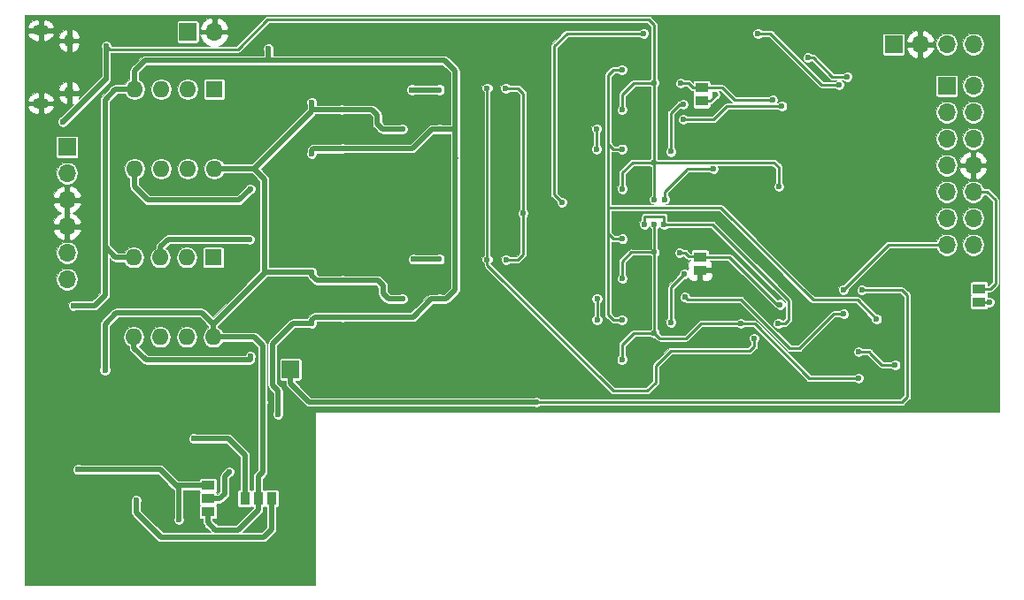
<source format=gbr>
G04 #@! TF.GenerationSoftware,KiCad,Pcbnew,5.0.2-bee76a0~70~ubuntu16.04.1*
G04 #@! TF.CreationDate,2019-03-26T22:40:40+05:30*
G04 #@! TF.ProjectId,neurolab,6e657572-6f6c-4616-922e-6b696361645f,rev?*
G04 #@! TF.SameCoordinates,Original*
G04 #@! TF.FileFunction,Copper,L2,Bot*
G04 #@! TF.FilePolarity,Positive*
%FSLAX46Y46*%
G04 Gerber Fmt 4.6, Leading zero omitted, Abs format (unit mm)*
G04 Created by KiCad (PCBNEW 5.0.2-bee76a0~70~ubuntu16.04.1) date Tue 26 Mar 2019 22:40:40 +0530*
%MOMM*%
%LPD*%
G01*
G04 APERTURE LIST*
G04 #@! TA.AperFunction,ComponentPad*
%ADD10R,1.700000X1.700000*%
G04 #@! TD*
G04 #@! TA.AperFunction,ComponentPad*
%ADD11O,1.700000X1.700000*%
G04 #@! TD*
G04 #@! TA.AperFunction,ComponentPad*
%ADD12R,1.600000X1.600000*%
G04 #@! TD*
G04 #@! TA.AperFunction,ComponentPad*
%ADD13O,1.600000X1.600000*%
G04 #@! TD*
G04 #@! TA.AperFunction,SMDPad,CuDef*
%ADD14R,1.270000X0.970000*%
G04 #@! TD*
G04 #@! TA.AperFunction,ComponentPad*
%ADD15O,0.950000X1.250000*%
G04 #@! TD*
G04 #@! TA.AperFunction,ComponentPad*
%ADD16O,1.550000X1.000000*%
G04 #@! TD*
G04 #@! TA.AperFunction,SMDPad,CuDef*
%ADD17R,0.970000X1.270000*%
G04 #@! TD*
G04 #@! TA.AperFunction,ViaPad*
%ADD18C,0.600000*%
G04 #@! TD*
G04 #@! TA.AperFunction,Conductor*
%ADD19C,0.250000*%
G04 #@! TD*
G04 #@! TA.AperFunction,Conductor*
%ADD20C,0.500000*%
G04 #@! TD*
G04 #@! TA.AperFunction,Conductor*
%ADD21C,0.400000*%
G04 #@! TD*
G04 #@! TA.AperFunction,Conductor*
%ADD22C,0.100000*%
G04 #@! TD*
G04 APERTURE END LIST*
D10*
G04 #@! TO.P,J16,1*
G04 #@! TO.N,/Amplifier Block 1/IN-*
X95700000Y-90700000D03*
D11*
G04 #@! TO.P,J16,2*
G04 #@! TO.N,/Amplifier Block 1/IN+*
X95700000Y-93240000D03*
G04 #@! TO.P,J16,3*
G04 #@! TO.N,GND*
X95700000Y-95780000D03*
G04 #@! TO.P,J16,4*
X95700000Y-98320000D03*
G04 #@! TO.P,J16,5*
G04 #@! TO.N,/Amplifier Block 2/IN-*
X95700000Y-100860000D03*
G04 #@! TO.P,J16,6*
G04 #@! TO.N,/Amplifier Block 2/IN+*
X95700000Y-103400000D03*
G04 #@! TD*
D12*
G04 #@! TO.P,U10,1*
G04 #@! TO.N,Net-(C26-Pad1)*
X109775000Y-85175000D03*
D13*
G04 #@! TO.P,U10,5*
G04 #@! TO.N,Net-(C20-Pad3)*
X102155000Y-92795000D03*
G04 #@! TO.P,U10,2*
G04 #@! TO.N,Net-(C26-Pad2)*
X107235000Y-85175000D03*
G04 #@! TO.P,U10,6*
G04 #@! TO.N,Net-(C27-Pad2)*
X104695000Y-92795000D03*
G04 #@! TO.P,U10,3*
G04 #@! TO.N,Net-(C20-Pad1)*
X104695000Y-85175000D03*
G04 #@! TO.P,U10,7*
G04 #@! TO.N,Net-(C27-Pad1)*
X107235000Y-92795000D03*
G04 #@! TO.P,U10,4*
G04 #@! TO.N,-12V*
X102155000Y-85175000D03*
G04 #@! TO.P,U10,8*
G04 #@! TO.N,+12V*
X109775000Y-92795000D03*
G04 #@! TD*
D14*
G04 #@! TO.P,J4,1*
G04 #@! TO.N,Net-(C12-Pad2)*
X156400000Y-86315000D03*
G04 #@! TO.P,J4,2*
G04 #@! TO.N,AD3*
X156400000Y-85035000D03*
G04 #@! TD*
G04 #@! TO.P,J5,1*
G04 #@! TO.N,GND*
X156250000Y-102515000D03*
G04 #@! TO.P,J5,2*
G04 #@! TO.N,AD2*
X156250000Y-101235000D03*
G04 #@! TD*
D10*
G04 #@! TO.P,J17,1*
G04 #@! TO.N,Net-(J17-Pad1)*
X107250000Y-79675000D03*
D11*
G04 #@! TO.P,J17,2*
G04 #@! TO.N,GND*
X109790000Y-79675000D03*
G04 #@! TD*
D15*
G04 #@! TO.P,J18,6*
G04 #@! TO.N,GND*
X95910000Y-80530000D03*
X95910000Y-85530000D03*
D16*
X93210000Y-79530000D03*
X93210000Y-86530000D03*
G04 #@! TD*
D12*
G04 #@! TO.P,U13,1*
G04 #@! TO.N,Net-(C33-Pad1)*
X109700000Y-101300000D03*
D13*
G04 #@! TO.P,U13,5*
G04 #@! TO.N,Net-(C21-Pad3)*
X102080000Y-108920000D03*
G04 #@! TO.P,U13,2*
G04 #@! TO.N,Net-(C33-Pad2)*
X107160000Y-101300000D03*
G04 #@! TO.P,U13,6*
G04 #@! TO.N,Net-(C34-Pad2)*
X104620000Y-108920000D03*
G04 #@! TO.P,U13,3*
G04 #@! TO.N,Net-(C21-Pad1)*
X104620000Y-101300000D03*
G04 #@! TO.P,U13,7*
G04 #@! TO.N,Net-(C34-Pad1)*
X107160000Y-108920000D03*
G04 #@! TO.P,U13,4*
G04 #@! TO.N,-12V*
X102080000Y-101300000D03*
G04 #@! TO.P,U13,8*
G04 #@! TO.N,+12V*
X109700000Y-108920000D03*
G04 #@! TD*
D14*
G04 #@! TO.P,J34,1*
G04 #@! TO.N,VCC*
X182960000Y-105570000D03*
G04 #@! TO.P,J34,2*
G04 #@! TO.N,Net-(J11-Pad10)*
X182960000Y-104290000D03*
G04 #@! TD*
D10*
G04 #@! TO.P,J11,1*
G04 #@! TO.N,TxO*
X179850000Y-84850000D03*
D11*
G04 #@! TO.P,J11,2*
G04 #@! TO.N,RxI*
X182390000Y-84850000D03*
G04 #@! TO.P,J11,3*
G04 #@! TO.N,MISO*
X179850000Y-87390000D03*
G04 #@! TO.P,J11,4*
G04 #@! TO.N,MOSI*
X182390000Y-87390000D03*
G04 #@! TO.P,J11,5*
G04 #@! TO.N,SCL*
X179850000Y-89930000D03*
G04 #@! TO.P,J11,6*
G04 #@! TO.N,CS*
X182390000Y-89930000D03*
G04 #@! TO.P,J11,7*
G04 #@! TO.N,AD3*
X179850000Y-92470000D03*
G04 #@! TO.P,J11,8*
G04 #@! TO.N,GND*
X182390000Y-92470000D03*
G04 #@! TO.P,J11,9*
G04 #@! TO.N,AD1*
X179850000Y-95010000D03*
G04 #@! TO.P,J11,10*
G04 #@! TO.N,Net-(J11-Pad10)*
X182390000Y-95010000D03*
G04 #@! TO.P,J11,11*
G04 #@! TO.N,AD2*
X179850000Y-97550000D03*
G04 #@! TO.P,J11,12*
G04 #@! TO.N,Net-(J11-Pad12)*
X182390000Y-97550000D03*
G04 #@! TO.P,J11,13*
G04 #@! TO.N,AD0*
X179850000Y-100090000D03*
G04 #@! TO.P,J11,14*
G04 #@! TO.N,EXCLK*
X182390000Y-100090000D03*
G04 #@! TD*
D10*
G04 #@! TO.P,J32,1*
G04 #@! TO.N,VCC*
X174775000Y-80875000D03*
D11*
G04 #@! TO.P,J32,2*
G04 #@! TO.N,GND*
X177315000Y-80875000D03*
G04 #@! TO.P,J32,3*
G04 #@! TO.N,TxO*
X179855000Y-80875000D03*
G04 #@! TO.P,J32,4*
G04 #@! TO.N,RxI*
X182395000Y-80875000D03*
G04 #@! TD*
D17*
G04 #@! TO.P,JP1,3*
G04 #@! TO.N,Net-(C65-Pad1)*
X115245000Y-124375000D03*
G04 #@! TO.P,JP1,2*
G04 #@! TO.N,+12V*
X113975000Y-124375000D03*
G04 #@! TO.P,JP1,1*
G04 #@! TO.N,Net-(C67-Pad1)*
X112705000Y-124375000D03*
G04 #@! TD*
D10*
G04 #@! TO.P,J8,1*
G04 #@! TO.N,+5.5V*
X117070000Y-112020000D03*
G04 #@! TD*
D14*
G04 #@! TO.P,JP2,3*
G04 #@! TO.N,+5V*
X109175000Y-123130000D03*
G04 #@! TO.P,JP2,2*
G04 #@! TO.N,Net-(JP2-Pad2)*
X109175000Y-124400000D03*
G04 #@! TO.P,JP2,1*
G04 #@! TO.N,+12V*
X109175000Y-125670000D03*
G04 #@! TD*
D18*
G04 #@! TO.N,GND*
X163720000Y-103340000D03*
X169480000Y-100860000D03*
X166540000Y-97760000D03*
X182390000Y-114430000D03*
X171625000Y-79825000D03*
X166575000Y-79825000D03*
X161825000Y-82175000D03*
X159225000Y-88700000D03*
X172325000Y-113875000D03*
X167375000Y-91500000D03*
X165775000Y-93700000D03*
X160050000Y-96500000D03*
X157600000Y-101950000D03*
X143025000Y-97050000D03*
X180750000Y-103350000D03*
X138025000Y-88975000D03*
X137775000Y-105275000D03*
X156975000Y-108600000D03*
X165350000Y-109025000D03*
X159625000Y-109025000D03*
X158325000Y-113550000D03*
X164700000Y-113550000D03*
X155700000Y-113825000D03*
X149825000Y-112975000D03*
X142675000Y-113050000D03*
X149625000Y-105250000D03*
X149650000Y-97650000D03*
X146375000Y-102075000D03*
X146375000Y-109775000D03*
X149575000Y-81200000D03*
X149575000Y-88975000D03*
X146400000Y-93450000D03*
X146400000Y-85850000D03*
X143775000Y-105225000D03*
X138225000Y-109300000D03*
X143700000Y-88975000D03*
X138025000Y-92800000D03*
X134025000Y-83200000D03*
X133950000Y-99600000D03*
X111200000Y-110075000D03*
X120925000Y-96825000D03*
X131325000Y-90275000D03*
X131325000Y-87725000D03*
X127775000Y-87725000D03*
X117625000Y-93625000D03*
X117625000Y-84025000D03*
X120850000Y-113200000D03*
X131325000Y-106550000D03*
X131325000Y-104000000D03*
X127775000Y-104000000D03*
X117625000Y-109925000D03*
X117625000Y-100150000D03*
X101750000Y-78975000D03*
X103550000Y-100200000D03*
X103575000Y-83900000D03*
X111225000Y-94100000D03*
X101025000Y-88925000D03*
X100975000Y-105200000D03*
X116425000Y-118625000D03*
X99225000Y-130425000D03*
X94975000Y-124575000D03*
X98525000Y-125525000D03*
X102775000Y-118650000D03*
X114550000Y-126375000D03*
G04 #@! TO.N,+5V*
X171425000Y-112850000D03*
X163800000Y-94500000D03*
X99450000Y-81050000D03*
X151900000Y-95725000D03*
X151900000Y-98150000D03*
X160155000Y-107650000D03*
X148825000Y-103325000D03*
X151900000Y-100800000D03*
X148775000Y-111050000D03*
X151900000Y-108525000D03*
X148825000Y-94725000D03*
X151850000Y-92175000D03*
X148800000Y-87150000D03*
X151850000Y-84575000D03*
X95300000Y-88275000D03*
X96775000Y-121625000D03*
X106400000Y-126400000D03*
G04 #@! TO.N,+3V*
X150950000Y-98125000D03*
X143025000Y-96000000D03*
X150875000Y-79825000D03*
X163750000Y-107650000D03*
X152825000Y-98150000D03*
X152850000Y-95725000D03*
X157550000Y-92800000D03*
G04 #@! TO.N,VCCIO*
X161425000Y-109025000D03*
X135900000Y-85075000D03*
X135900000Y-101500000D03*
G04 #@! TO.N,Net-(C9-Pad1)*
X139350000Y-97050000D03*
X137650000Y-85075000D03*
X137700000Y-101500000D03*
G04 #@! TO.N,Net-(C12-Pad2)*
X157675000Y-85700000D03*
G04 #@! TO.N,Net-(C14-Pad1)*
X146350000Y-90900000D03*
X146375000Y-88975000D03*
G04 #@! TO.N,Net-(C15-Pad1)*
X146400000Y-107250000D03*
X146400000Y-105250000D03*
G04 #@! TO.N,Net-(C19-Pad1)*
X171425000Y-110325000D03*
X174925000Y-111575000D03*
G04 #@! TO.N,Net-(C21-Pad1)*
X113175000Y-99555000D03*
G04 #@! TO.N,+12V*
X99325000Y-112075000D03*
X127775000Y-89000000D03*
X119125000Y-86425000D03*
X121950000Y-87125000D03*
X127775000Y-105275000D03*
X122050000Y-103500000D03*
X119125000Y-102700000D03*
X114400000Y-115150000D03*
G04 #@! TO.N,-12V*
X114975000Y-81300000D03*
X131325000Y-89000000D03*
X122050000Y-90850000D03*
X119125000Y-91350000D03*
X131325000Y-105275000D03*
X119125000Y-107600000D03*
X122050000Y-107000000D03*
X96290000Y-105900000D03*
X115900000Y-116300000D03*
G04 #@! TO.N,Net-(C39-Pad2)*
X131325000Y-85225000D03*
X128700000Y-85225000D03*
G04 #@! TO.N,Net-(C44-Pad2)*
X131325000Y-101475000D03*
X128825000Y-101475000D03*
G04 #@! TO.N,/Clock Block/CLK*
X173150000Y-107225000D03*
X148800000Y-107250000D03*
X148825000Y-99525000D03*
X148800000Y-90900000D03*
X148800000Y-83300000D03*
G04 #@! TO.N,Net-(C20-Pad3)*
X113225000Y-94720000D03*
G04 #@! TO.N,Net-(C21-Pad3)*
X113225000Y-110770000D03*
G04 #@! TO.N,/ADConverter/AIN4*
X154650000Y-86625000D03*
X153475000Y-91150000D03*
G04 #@! TO.N,/ADConverter/AIN6*
X154775000Y-102875000D03*
X153500000Y-107525000D03*
G04 #@! TO.N,+5.5V*
X171725000Y-104425000D03*
X140600000Y-115150000D03*
G04 #@! TO.N,CS*
X169560000Y-84740000D03*
X161800000Y-79820000D03*
G04 #@! TO.N,VCC*
X183930000Y-105570000D03*
G04 #@! TO.N,SCL*
X166580000Y-82150000D03*
X170350000Y-83980000D03*
G04 #@! TO.N,AD3*
X163220000Y-86200000D03*
X154400000Y-84600000D03*
G04 #@! TO.N,AD2*
X163910000Y-105800000D03*
X154300000Y-100850000D03*
G04 #@! TO.N,AD1*
X154660000Y-88070000D03*
X164090000Y-86810000D03*
G04 #@! TO.N,AD0*
X154800000Y-105110000D03*
X169960000Y-104380000D03*
X170010000Y-106720000D03*
G04 #@! TO.N,Net-(C65-Pad1)*
X102320000Y-124575000D03*
G04 #@! TO.N,Net-(C67-Pad1)*
X107825000Y-118650000D03*
G04 #@! TO.N,Net-(JP2-Pad2)*
X111225000Y-121825000D03*
G04 #@! TD*
D19*
G04 #@! TO.N,GND*
X182390000Y-114430000D02*
X182420000Y-114430000D01*
X138225000Y-109300000D02*
X138250000Y-109300000D01*
G04 #@! TO.N,+5V*
X160155000Y-107650000D02*
X161480000Y-107650000D01*
X166680000Y-112850000D02*
X171425000Y-112850000D01*
X161480000Y-107650000D02*
X166680000Y-112850000D01*
X151900000Y-108525000D02*
X152400000Y-109025000D01*
X156325000Y-107650000D02*
X160155000Y-107650000D01*
X154950000Y-109025000D02*
X156325000Y-107650000D01*
X152400000Y-109025000D02*
X154950000Y-109025000D01*
X151850000Y-92175000D02*
X163300000Y-92175000D01*
X163800000Y-92675000D02*
X163800000Y-94500000D01*
X163300000Y-92175000D02*
X163800000Y-92675000D01*
X99450000Y-81050000D02*
X99750000Y-81350000D01*
X114900000Y-78500000D02*
X151350000Y-78500000D01*
X112050000Y-81350000D02*
X114900000Y-78500000D01*
X99750000Y-81350000D02*
X112050000Y-81350000D01*
X151350000Y-78500000D02*
X151850000Y-79000000D01*
X151850000Y-79000000D02*
X151850000Y-84575000D01*
X151850000Y-84575000D02*
X151850000Y-79000000D01*
X151850000Y-79000000D02*
X151350000Y-78500000D01*
X151900000Y-100800000D02*
X151900000Y-98150000D01*
X151900000Y-92175000D02*
X151850000Y-92175000D01*
X151900000Y-95725000D02*
X151900000Y-92175000D01*
X151900000Y-100800000D02*
X151900000Y-108525000D01*
X148825000Y-103325000D02*
X148825000Y-101650000D01*
X148825000Y-101650000D02*
X149675000Y-100800000D01*
X149675000Y-100800000D02*
X151900000Y-100800000D01*
X149925000Y-108525000D02*
X151900000Y-108525000D01*
X148775000Y-109675000D02*
X149925000Y-108525000D01*
X148775000Y-111050000D02*
X148775000Y-109675000D01*
X151850000Y-84575000D02*
X151850000Y-92175000D01*
X149800000Y-92175000D02*
X151850000Y-92175000D01*
X148825000Y-93150000D02*
X149800000Y-92175000D01*
X148825000Y-94725000D02*
X148825000Y-93150000D01*
X149950000Y-84575000D02*
X151850000Y-84575000D01*
X148800000Y-85725000D02*
X149950000Y-84575000D01*
X148800000Y-87150000D02*
X148800000Y-85725000D01*
D20*
X99450000Y-84150000D02*
X99450000Y-81050000D01*
D21*
X95674999Y-87925001D02*
X99450000Y-84150000D01*
D20*
X99425000Y-84150000D02*
X95300000Y-88275000D01*
X99450000Y-84150000D02*
X99425000Y-84150000D01*
X96775000Y-121625000D02*
X104605000Y-121625000D01*
X106110000Y-123130000D02*
X109175000Y-123130000D01*
X104605000Y-121625000D02*
X106110000Y-123130000D01*
X106400000Y-123420000D02*
X106110000Y-123130000D01*
X106400000Y-126400000D02*
X106400000Y-123420000D01*
D19*
G04 #@! TO.N,+3V*
X152825000Y-98150000D02*
X157460000Y-98150000D01*
X164350000Y-107650000D02*
X163750000Y-107650000D01*
X164710000Y-107290000D02*
X164350000Y-107650000D01*
X164710000Y-105400000D02*
X164710000Y-107290000D01*
X163450000Y-104140000D02*
X164710000Y-105400000D01*
X162920000Y-103610000D02*
X163450000Y-104140000D01*
X157460000Y-98150000D02*
X162920000Y-103610000D01*
X155000000Y-98150000D02*
X152825000Y-98150000D01*
X150950000Y-98125000D02*
X150950000Y-97350000D01*
X150950000Y-97350000D02*
X152825000Y-97350000D01*
X152825000Y-97350000D02*
X152825000Y-98150000D01*
X152825000Y-98150000D02*
X155000000Y-98150000D01*
X143025000Y-96000000D02*
X142300000Y-95275000D01*
X152825000Y-98150000D02*
X152825000Y-97350000D01*
X142300000Y-95275000D02*
X142300000Y-81050000D01*
X142300000Y-81050000D02*
X143525000Y-79825000D01*
X143525000Y-79825000D02*
X150875000Y-79825000D01*
X143525000Y-79825000D02*
X150875000Y-79825000D01*
X142300000Y-81050000D02*
X143525000Y-79825000D01*
X152850000Y-95725000D02*
X152850000Y-94975000D01*
X155025000Y-92800000D02*
X157550000Y-92800000D01*
X154975000Y-92850000D02*
X155025000Y-92800000D01*
X152850000Y-94975000D02*
X154975000Y-92850000D01*
G04 #@! TO.N,VCCIO*
X135900000Y-101500000D02*
X135900000Y-102025000D01*
X147950000Y-114075000D02*
X151200000Y-114075000D01*
X135900000Y-102025000D02*
X147950000Y-114075000D01*
X152025000Y-113250000D02*
X151200000Y-114075000D01*
X152025000Y-111675000D02*
X152025000Y-113250000D01*
X153450000Y-110250000D02*
X152025000Y-111675000D01*
X161000000Y-110250000D02*
X153450000Y-110250000D01*
X161425000Y-109825000D02*
X161000000Y-110250000D01*
X161425000Y-109025000D02*
X161425000Y-109825000D01*
X135900000Y-101500000D02*
X135900000Y-85075000D01*
G04 #@! TO.N,Net-(C9-Pad1)*
X139350000Y-97050000D02*
X139350000Y-85575000D01*
X138850000Y-85075000D02*
X137650000Y-85075000D01*
X139350000Y-85575000D02*
X138850000Y-85075000D01*
X137700000Y-101500000D02*
X138850000Y-101500000D01*
X139350000Y-101000000D02*
X139350000Y-97050000D01*
X138850000Y-101500000D02*
X139350000Y-101000000D01*
G04 #@! TO.N,Net-(C12-Pad2)*
X156400000Y-86315000D02*
X157225000Y-86315000D01*
X157840000Y-85700000D02*
X157675000Y-85700000D01*
X157225000Y-86315000D02*
X157840000Y-85700000D01*
G04 #@! TO.N,Net-(C14-Pad1)*
X146375000Y-90900000D02*
X146350000Y-90900000D01*
X146375000Y-88975000D02*
X146375000Y-90900000D01*
G04 #@! TO.N,Net-(C15-Pad1)*
X146400000Y-105250000D02*
X146400000Y-107250000D01*
G04 #@! TO.N,Net-(C19-Pad1)*
X171425000Y-110325000D02*
X172400000Y-110325000D01*
X172625000Y-110550000D02*
X173650000Y-111575000D01*
X173650000Y-111575000D02*
X174925000Y-111575000D01*
X172400000Y-110325000D02*
X172625000Y-110550000D01*
D20*
G04 #@! TO.N,Net-(C21-Pad1)*
X105355000Y-99555000D02*
X113175000Y-99555000D01*
X104620000Y-100290000D02*
X105355000Y-99555000D01*
X104620000Y-101300000D02*
X104620000Y-100290000D01*
G04 #@! TO.N,+12V*
X99325000Y-112075000D02*
X99325000Y-107675000D01*
X121950000Y-87125000D02*
X124875000Y-87125000D01*
X124875000Y-87125000D02*
X125375000Y-87625000D01*
X125375000Y-87625000D02*
X125375000Y-88500000D01*
X125375000Y-88500000D02*
X125875000Y-89000000D01*
X125875000Y-89000000D02*
X127775000Y-89000000D01*
X121950000Y-87125000D02*
X119120000Y-87125000D01*
X119120000Y-87125000D02*
X119120000Y-87275000D01*
X113600000Y-92795000D02*
X119095000Y-87300000D01*
X119095000Y-87300000D02*
X119120000Y-87275000D01*
X119120000Y-86425000D02*
X119125000Y-86425000D01*
X119120000Y-87275000D02*
X119120000Y-86425000D01*
X109775000Y-92795000D02*
X113600000Y-92795000D01*
X114600000Y-102750000D02*
X114650000Y-102700000D01*
X114600000Y-93795000D02*
X114600000Y-102750000D01*
X113600000Y-92795000D02*
X114600000Y-93795000D01*
X122050000Y-103500000D02*
X125425000Y-103500000D01*
X125425000Y-103500000D02*
X125925000Y-104000000D01*
X125925000Y-104000000D02*
X125925000Y-104775000D01*
X125925000Y-104775000D02*
X126425000Y-105275000D01*
X126425000Y-105275000D02*
X127775000Y-105275000D01*
X119125000Y-102700000D02*
X119125000Y-103025000D01*
X119125000Y-103025000D02*
X119600000Y-103500000D01*
X119600000Y-103500000D02*
X122050000Y-103500000D01*
X109675000Y-107675000D02*
X114650000Y-102700000D01*
X114650000Y-102700000D02*
X119125000Y-102700000D01*
X109675000Y-107675000D02*
X109675000Y-108920000D01*
X109675000Y-108920000D02*
X109700000Y-108920000D01*
D19*
X125875000Y-89000000D02*
X127775000Y-89000000D01*
X125375000Y-88500000D02*
X125875000Y-89000000D01*
X125375000Y-87625000D02*
X125375000Y-88500000D01*
X124875000Y-87125000D02*
X125375000Y-87625000D01*
X109725000Y-92795000D02*
X109775000Y-92795000D01*
X119500000Y-87125000D02*
X119525000Y-87125000D01*
X119125000Y-86425000D02*
X119125000Y-86750000D01*
X119125000Y-86750000D02*
X119500000Y-87125000D01*
X119525000Y-87125000D02*
X121950000Y-87125000D01*
X127850000Y-105275000D02*
X127775000Y-105275000D01*
X126425000Y-105275000D02*
X127850000Y-105275000D01*
X125925000Y-104775000D02*
X126425000Y-105275000D01*
X125925000Y-104000000D02*
X125925000Y-104775000D01*
X125425000Y-103500000D02*
X125925000Y-104000000D01*
X119125000Y-103025000D02*
X119600000Y-103500000D01*
X119600000Y-103500000D02*
X122050000Y-103500000D01*
X109775000Y-92875000D02*
X109775000Y-92795000D01*
X109700000Y-108175000D02*
X109700000Y-108920000D01*
X109550000Y-108920000D02*
X109700000Y-108920000D01*
X109650000Y-108920000D02*
X109700000Y-108920000D01*
D20*
X108580000Y-106580000D02*
X109675000Y-107675000D01*
X100420000Y-106580000D02*
X108580000Y-106580000D01*
X99325000Y-107675000D02*
X100420000Y-106580000D01*
X109700000Y-108920000D02*
X113620000Y-108920000D01*
X113620000Y-108920000D02*
X114400000Y-109700000D01*
X114400000Y-109700000D02*
X114400000Y-115150000D01*
X113975000Y-125510000D02*
X112060000Y-127425000D01*
X113975000Y-124375000D02*
X113975000Y-125510000D01*
X112060000Y-127425000D02*
X109900000Y-127425000D01*
X109175000Y-126700000D02*
X109175000Y-125670000D01*
X109900000Y-127425000D02*
X109175000Y-126700000D01*
X114400000Y-115150000D02*
X114400000Y-121875000D01*
X113975000Y-122300000D02*
X113975000Y-124375000D01*
X114400000Y-121875000D02*
X113975000Y-122300000D01*
G04 #@! TO.N,-12V*
X131325000Y-105275000D02*
X131950000Y-105275000D01*
X132825000Y-104400000D02*
X132825000Y-91825000D01*
X131950000Y-105275000D02*
X132825000Y-104400000D01*
X132875000Y-91775000D02*
X132825000Y-91775000D01*
X132825000Y-91825000D02*
X132875000Y-91775000D01*
X114975000Y-82325000D02*
X115000000Y-82425000D01*
X114975000Y-82425000D02*
X114975000Y-82325000D01*
X114975000Y-81300000D02*
X114975000Y-82425000D01*
X132825000Y-89000000D02*
X132825000Y-91775000D01*
X102155000Y-85175000D02*
X102155000Y-83425000D01*
X102155000Y-83425000D02*
X103155000Y-82425000D01*
X103155000Y-82425000D02*
X115000000Y-82425000D01*
X132825000Y-89000000D02*
X131325000Y-89000000D01*
X132825000Y-83425000D02*
X132825000Y-89000000D01*
X115000000Y-82425000D02*
X131825000Y-82425000D01*
X131825000Y-82425000D02*
X132825000Y-83425000D01*
X122050000Y-107000000D02*
X128800000Y-107000000D01*
X128800000Y-107000000D02*
X130525000Y-105275000D01*
X130525000Y-105275000D02*
X131325000Y-105275000D01*
X119125000Y-107600000D02*
X119125000Y-107275000D01*
X119125000Y-107275000D02*
X119400000Y-107000000D01*
X119400000Y-107000000D02*
X122050000Y-107000000D01*
X122050000Y-90850000D02*
X128750000Y-90850000D01*
X128750000Y-90850000D02*
X130600000Y-89000000D01*
X130600000Y-89000000D02*
X131325000Y-89000000D01*
X119125000Y-91350000D02*
X119125000Y-91025000D01*
X119125000Y-91025000D02*
X119275000Y-90875000D01*
X119275000Y-90875000D02*
X122050000Y-90875000D01*
X122050000Y-90875000D02*
X122050000Y-90850000D01*
X99325000Y-100275000D02*
X99325000Y-104900000D01*
X99325000Y-104900000D02*
X98325000Y-105900000D01*
X102155000Y-85175000D02*
X100325000Y-85175000D01*
X100325000Y-101275000D02*
X102080000Y-101275000D01*
X99325000Y-100275000D02*
X100325000Y-101275000D01*
X99325000Y-86175000D02*
X99325000Y-100275000D01*
X100325000Y-85175000D02*
X99325000Y-86175000D01*
X102080000Y-101275000D02*
X102080000Y-101300000D01*
D19*
X130600000Y-89000000D02*
X128750000Y-90850000D01*
X131325000Y-89000000D02*
X130600000Y-89000000D01*
X122050000Y-90875000D02*
X122050000Y-90850000D01*
X119275000Y-90875000D02*
X122050000Y-90875000D01*
X119125000Y-91025000D02*
X119275000Y-90875000D01*
X130525000Y-105275000D02*
X128800000Y-107000000D01*
X131325000Y-105275000D02*
X130525000Y-105275000D01*
X119125000Y-107275000D02*
X119400000Y-107000000D01*
X119400000Y-107000000D02*
X122050000Y-107000000D01*
X102080000Y-101275000D02*
X102080000Y-101300000D01*
X102100000Y-101300000D02*
X102080000Y-101300000D01*
X102100000Y-101300000D02*
X102080000Y-101300000D01*
D20*
X96290000Y-105900000D02*
X98325000Y-105900000D01*
X115900000Y-116300000D02*
X115900000Y-114075000D01*
X115900000Y-114075000D02*
X115350000Y-113525000D01*
X115350000Y-113525000D02*
X115350000Y-109575000D01*
X117325000Y-107600000D02*
X119125000Y-107600000D01*
X115350000Y-109575000D02*
X117325000Y-107600000D01*
G04 #@! TO.N,Net-(C39-Pad2)*
X128700000Y-85225000D02*
X131325000Y-85225000D01*
G04 #@! TO.N,Net-(C44-Pad2)*
X128825000Y-101475000D02*
X131325000Y-101475000D01*
D19*
G04 #@! TO.N,/Clock Block/CLK*
X147450000Y-96550000D02*
X158250000Y-96550000D01*
X167060000Y-105360000D02*
X171305000Y-105360000D01*
X171305000Y-105360000D02*
X173150000Y-107205000D01*
X173150000Y-107205000D02*
X173150000Y-107225000D01*
X158250000Y-96550000D02*
X167060000Y-105360000D01*
X147450000Y-98900000D02*
X147450000Y-106750000D01*
X147950000Y-107250000D02*
X148800000Y-107250000D01*
X147450000Y-106750000D02*
X147950000Y-107250000D01*
X148800000Y-90900000D02*
X147950000Y-90900000D01*
X147450000Y-90400000D02*
X147450000Y-89775000D01*
X147950000Y-90900000D02*
X147450000Y-90400000D01*
X147450000Y-95600000D02*
X147450000Y-96325000D01*
X147450000Y-90900000D02*
X147450000Y-95600000D01*
X147450000Y-89775000D02*
X147450000Y-90900000D01*
X147450000Y-96325000D02*
X147450000Y-96550000D01*
X147450000Y-96550000D02*
X147450000Y-98900000D01*
X147450000Y-98900000D02*
X147450000Y-99025000D01*
X147950000Y-99525000D02*
X148825000Y-99525000D01*
X147450000Y-99025000D02*
X147950000Y-99525000D01*
X147450000Y-87375000D02*
X147450000Y-89775000D01*
X147450000Y-83850000D02*
X147450000Y-87375000D01*
X148800000Y-83300000D02*
X148000000Y-83300000D01*
X148000000Y-83300000D02*
X147450000Y-83850000D01*
X148000000Y-83300000D02*
X147450000Y-83850000D01*
D20*
G04 #@! TO.N,Net-(C20-Pad3)*
X102155000Y-92795000D02*
X102155000Y-94515000D01*
X102155000Y-94515000D02*
X103440000Y-95800000D01*
X112145000Y-95800000D02*
X113225000Y-94720000D01*
X103440000Y-95800000D02*
X112145000Y-95800000D01*
G04 #@! TO.N,Net-(C21-Pad3)*
X102080000Y-108920000D02*
X102080000Y-109950000D01*
X113230000Y-110775000D02*
X113225000Y-110770000D01*
X113230000Y-111110000D02*
X113230000Y-110775000D01*
X102080000Y-109950000D02*
X103240000Y-111110000D01*
X103240000Y-111110000D02*
X113230000Y-111110000D01*
D19*
G04 #@! TO.N,/ADConverter/AIN4*
X154300000Y-86625000D02*
X154650000Y-86625000D01*
X153475000Y-87450000D02*
X154300000Y-86625000D01*
X153475000Y-91150000D02*
X153475000Y-87450000D01*
G04 #@! TO.N,/ADConverter/AIN6*
X153500000Y-104150000D02*
X154775000Y-102875000D01*
X153500000Y-107525000D02*
X153500000Y-104150000D01*
G04 #@! TO.N,+5.5V*
X171725000Y-104425000D02*
X175575000Y-104425000D01*
X175575000Y-104425000D02*
X176075000Y-104925000D01*
X176075000Y-104925000D02*
X176075000Y-114650000D01*
X176075000Y-114650000D02*
X175575000Y-115150000D01*
X175575000Y-115150000D02*
X140600000Y-115150000D01*
X140600000Y-115150000D02*
X175575000Y-115150000D01*
X176075000Y-104925000D02*
X175575000Y-104425000D01*
X176075000Y-114650000D02*
X176075000Y-104925000D01*
X175575000Y-115150000D02*
X176075000Y-114650000D01*
D20*
X134325000Y-115150000D02*
X140600000Y-115150000D01*
X118850000Y-115150000D02*
X134325000Y-115150000D01*
X117070000Y-113370000D02*
X118850000Y-115150000D01*
X117070000Y-112020000D02*
X117070000Y-113370000D01*
D19*
G04 #@! TO.N,CS*
X161800000Y-79820000D02*
X162990000Y-79820000D01*
X167900000Y-84730000D02*
X169560000Y-84730000D01*
X162990000Y-79820000D02*
X167900000Y-84730000D01*
X169560000Y-84730000D02*
X169560000Y-84740000D01*
X169560000Y-84730000D02*
X169560000Y-84740000D01*
G04 #@! TO.N,VCC*
X182960000Y-105570000D02*
X183930000Y-105570000D01*
G04 #@! TO.N,SCL*
X166580000Y-82150000D02*
X167060000Y-82150000D01*
X167060000Y-82150000D02*
X168780000Y-83870000D01*
X168780000Y-83870000D02*
X168880000Y-83970000D01*
X168880000Y-83970000D02*
X170350000Y-83970000D01*
X170350000Y-83970000D02*
X170350000Y-83980000D01*
G04 #@! TO.N,AD3*
X158370000Y-85040000D02*
X156400000Y-85040000D01*
X159530000Y-86200000D02*
X158370000Y-85040000D01*
X163220000Y-86200000D02*
X159530000Y-86200000D01*
X156400000Y-85040000D02*
X156400000Y-85035000D01*
X155550000Y-85025000D02*
X156400000Y-85025000D01*
X155125000Y-84600000D02*
X155550000Y-85025000D01*
X154400000Y-84600000D02*
X155125000Y-84600000D01*
X156400000Y-85025000D02*
X156400000Y-85035000D01*
G04 #@! TO.N,AD2*
X156250000Y-101235000D02*
X159040000Y-101235000D01*
X163605000Y-105800000D02*
X163910000Y-105800000D01*
X159040000Y-101235000D02*
X163605000Y-105800000D01*
X155200000Y-101225000D02*
X156250000Y-101225000D01*
X154825000Y-100850000D02*
X155200000Y-101225000D01*
X154300000Y-100850000D02*
X154825000Y-100850000D01*
X156250000Y-101225000D02*
X156250000Y-101235000D01*
G04 #@! TO.N,AD1*
X164090000Y-86810000D02*
X158810000Y-86810000D01*
X158810000Y-86810000D02*
X157550000Y-88070000D01*
X157550000Y-88070000D02*
X154660000Y-88070000D01*
G04 #@! TO.N,AD0*
X165780000Y-109980000D02*
X169000000Y-106760000D01*
X170010000Y-106710000D02*
X170010000Y-106720000D01*
X169050000Y-106710000D02*
X170010000Y-106710000D01*
X169000000Y-106760000D02*
X169050000Y-106710000D01*
X154800000Y-105110000D02*
X155040000Y-105350000D01*
X155040000Y-105350000D02*
X160180000Y-105350000D01*
X160180000Y-105350000D02*
X164810000Y-109980000D01*
X164810000Y-109980000D02*
X165780000Y-109980000D01*
X174290000Y-100050000D02*
X179850000Y-100050000D01*
X169960000Y-104380000D02*
X174290000Y-100050000D01*
X179850000Y-100050000D02*
X179850000Y-100090000D01*
G04 #@! TO.N,Net-(J11-Pad10)*
X182960000Y-104290000D02*
X184010000Y-104290000D01*
X183730000Y-95000000D02*
X182390000Y-95000000D01*
X184510000Y-95780000D02*
X183730000Y-95000000D01*
X184510000Y-103790000D02*
X184510000Y-95780000D01*
X184010000Y-104290000D02*
X184510000Y-103790000D01*
X182390000Y-95000000D02*
X182390000Y-95010000D01*
D20*
G04 #@! TO.N,Net-(C65-Pad1)*
X115260001Y-125525001D02*
X115260001Y-127364999D01*
X115245000Y-125510000D02*
X115260001Y-125525001D01*
X115245000Y-124375000D02*
X115245000Y-125510000D01*
X114539990Y-128085010D02*
X104660010Y-128085010D01*
X115260001Y-127364999D02*
X114539990Y-128085010D01*
X102320000Y-125745000D02*
X102320000Y-124575000D01*
X104660010Y-128085010D02*
X102320000Y-125745000D01*
G04 #@! TO.N,Net-(C67-Pad1)*
X112705000Y-124375000D02*
X112705000Y-120230000D01*
X111125000Y-118650000D02*
X107825000Y-118650000D01*
X112705000Y-120230000D02*
X111125000Y-118650000D01*
G04 #@! TO.N,Net-(JP2-Pad2)*
X110310000Y-124400000D02*
X110775000Y-123935000D01*
X109175000Y-124400000D02*
X110310000Y-124400000D01*
X110775000Y-122275000D02*
X111225000Y-121825000D01*
X110775000Y-123935000D02*
X110775000Y-122275000D01*
G04 #@! TD*
D22*
G04 #@! TO.N,GND*
G36*
X184875001Y-116050000D02*
X119642233Y-116050000D01*
X119625000Y-116046572D01*
X119607766Y-116050000D01*
X119556719Y-116060154D01*
X119498832Y-116098832D01*
X119460154Y-116156719D01*
X119446572Y-116225000D01*
X119450000Y-116242234D01*
X119450001Y-132700000D01*
X91675000Y-132700000D01*
X91675000Y-121523555D01*
X96265000Y-121523555D01*
X96265000Y-121726445D01*
X96342643Y-121913892D01*
X96486108Y-122057357D01*
X96673555Y-122135000D01*
X96876445Y-122135000D01*
X96997156Y-122085000D01*
X104414463Y-122085000D01*
X105752698Y-123423237D01*
X105778359Y-123461641D01*
X105816768Y-123487305D01*
X105940001Y-123610538D01*
X105940000Y-126177844D01*
X105890000Y-126298555D01*
X105890000Y-126501445D01*
X105967643Y-126688892D01*
X106111108Y-126832357D01*
X106298555Y-126910000D01*
X106501445Y-126910000D01*
X106688892Y-126832357D01*
X106832357Y-126688892D01*
X106910000Y-126501445D01*
X106910000Y-126298555D01*
X106860000Y-126177844D01*
X106860000Y-123590000D01*
X108325886Y-123590000D01*
X108325886Y-123615000D01*
X108342184Y-123696938D01*
X108387663Y-123765000D01*
X108342184Y-123833062D01*
X108325886Y-123915000D01*
X108325886Y-124885000D01*
X108342184Y-124966938D01*
X108387663Y-125035000D01*
X108342184Y-125103062D01*
X108325886Y-125185000D01*
X108325886Y-126155000D01*
X108342184Y-126236938D01*
X108388599Y-126306401D01*
X108458062Y-126352816D01*
X108540000Y-126369114D01*
X108715000Y-126369114D01*
X108715000Y-126654698D01*
X108705989Y-126700000D01*
X108715000Y-126745301D01*
X108741690Y-126879482D01*
X108843359Y-127031641D01*
X108881768Y-127057305D01*
X109449472Y-127625010D01*
X104850548Y-127625010D01*
X102780000Y-125554463D01*
X102780000Y-124797156D01*
X102830000Y-124676445D01*
X102830000Y-124473555D01*
X102752357Y-124286108D01*
X102608892Y-124142643D01*
X102421445Y-124065000D01*
X102218555Y-124065000D01*
X102031108Y-124142643D01*
X101887643Y-124286108D01*
X101810000Y-124473555D01*
X101810000Y-124676445D01*
X101860001Y-124797158D01*
X101860000Y-125699698D01*
X101850989Y-125745000D01*
X101860000Y-125790301D01*
X101886690Y-125924482D01*
X101988359Y-126076641D01*
X102026768Y-126102305D01*
X104302707Y-128378245D01*
X104328369Y-128416651D01*
X104480527Y-128518320D01*
X104660010Y-128554021D01*
X104705312Y-128545010D01*
X114494688Y-128545010D01*
X114539990Y-128554021D01*
X114585292Y-128545010D01*
X114719473Y-128518320D01*
X114871631Y-128416651D01*
X114897295Y-128378242D01*
X115553235Y-127722303D01*
X115591642Y-127696640D01*
X115693311Y-127544482D01*
X115720001Y-127410301D01*
X115720001Y-127410297D01*
X115729011Y-127365000D01*
X115720001Y-127319703D01*
X115720001Y-125570303D01*
X115729012Y-125525001D01*
X115705000Y-125404284D01*
X115705000Y-125224114D01*
X115730000Y-125224114D01*
X115811938Y-125207816D01*
X115881401Y-125161401D01*
X115927816Y-125091938D01*
X115944114Y-125010000D01*
X115944114Y-123740000D01*
X115927816Y-123658062D01*
X115881401Y-123588599D01*
X115811938Y-123542184D01*
X115730000Y-123525886D01*
X114760000Y-123525886D01*
X114678062Y-123542184D01*
X114610000Y-123587663D01*
X114541938Y-123542184D01*
X114460000Y-123525886D01*
X114435000Y-123525886D01*
X114435000Y-122490537D01*
X114693234Y-122232304D01*
X114731641Y-122206641D01*
X114833310Y-122054483D01*
X114860000Y-121920302D01*
X114869011Y-121875000D01*
X114860000Y-121829698D01*
X114860000Y-115372156D01*
X114910000Y-115251445D01*
X114910000Y-115048555D01*
X114860000Y-114927844D01*
X114860000Y-109745302D01*
X114869011Y-109700000D01*
X114833310Y-109520517D01*
X114806898Y-109480989D01*
X114731641Y-109368359D01*
X114693235Y-109342697D01*
X113977305Y-108626768D01*
X113951641Y-108588359D01*
X113799483Y-108486690D01*
X113665302Y-108460000D01*
X113620000Y-108450989D01*
X113574698Y-108460000D01*
X110607354Y-108460000D01*
X110428169Y-108191831D01*
X110135000Y-107995942D01*
X110135000Y-107865537D01*
X114840539Y-103160000D01*
X118682842Y-103160000D01*
X118691690Y-103204482D01*
X118714454Y-103238550D01*
X118793360Y-103356641D01*
X118831766Y-103382303D01*
X119242698Y-103793237D01*
X119268359Y-103831641D01*
X119306762Y-103857301D01*
X119306763Y-103857302D01*
X119325767Y-103870000D01*
X119420517Y-103933310D01*
X119554698Y-103960000D01*
X119554702Y-103960000D01*
X119599999Y-103969010D01*
X119645296Y-103960000D01*
X121827844Y-103960000D01*
X121948555Y-104010000D01*
X122151445Y-104010000D01*
X122272156Y-103960000D01*
X125234463Y-103960000D01*
X125465000Y-104190538D01*
X125465001Y-104729694D01*
X125455989Y-104775000D01*
X125491690Y-104954482D01*
X125527742Y-105008437D01*
X125593360Y-105106641D01*
X125631766Y-105132303D01*
X126067696Y-105568234D01*
X126093359Y-105606641D01*
X126225597Y-105695000D01*
X126245517Y-105708310D01*
X126425000Y-105744011D01*
X126470302Y-105735000D01*
X127552844Y-105735000D01*
X127673555Y-105785000D01*
X127876445Y-105785000D01*
X128063892Y-105707357D01*
X128207357Y-105563892D01*
X128285000Y-105376445D01*
X128285000Y-105173555D01*
X128207357Y-104986108D01*
X128063892Y-104842643D01*
X127876445Y-104765000D01*
X127673555Y-104765000D01*
X127552844Y-104815000D01*
X126615538Y-104815000D01*
X126385000Y-104584463D01*
X126385000Y-104045302D01*
X126394011Y-104000000D01*
X126380746Y-103933309D01*
X126358310Y-103820517D01*
X126256641Y-103668359D01*
X126218235Y-103642697D01*
X125782305Y-103206768D01*
X125756641Y-103168359D01*
X125604483Y-103066690D01*
X125470302Y-103040000D01*
X125425000Y-103030989D01*
X125379698Y-103040000D01*
X122272156Y-103040000D01*
X122151445Y-102990000D01*
X121948555Y-102990000D01*
X121827844Y-103040000D01*
X119790538Y-103040000D01*
X119610685Y-102860147D01*
X119635000Y-102801445D01*
X119635000Y-102598555D01*
X119557357Y-102411108D01*
X119413892Y-102267643D01*
X119226445Y-102190000D01*
X119023555Y-102190000D01*
X118902844Y-102240000D01*
X115060000Y-102240000D01*
X115060000Y-101373555D01*
X128315000Y-101373555D01*
X128315000Y-101576445D01*
X128392643Y-101763892D01*
X128536108Y-101907357D01*
X128723555Y-101985000D01*
X128926445Y-101985000D01*
X129047156Y-101935000D01*
X131102844Y-101935000D01*
X131223555Y-101985000D01*
X131426445Y-101985000D01*
X131613892Y-101907357D01*
X131757357Y-101763892D01*
X131835000Y-101576445D01*
X131835000Y-101373555D01*
X131757357Y-101186108D01*
X131613892Y-101042643D01*
X131426445Y-100965000D01*
X131223555Y-100965000D01*
X131102844Y-101015000D01*
X129047156Y-101015000D01*
X128926445Y-100965000D01*
X128723555Y-100965000D01*
X128536108Y-101042643D01*
X128392643Y-101186108D01*
X128315000Y-101373555D01*
X115060000Y-101373555D01*
X115060000Y-93840302D01*
X115069011Y-93795000D01*
X115033310Y-93615517D01*
X114976169Y-93530000D01*
X114931641Y-93463359D01*
X114893235Y-93437697D01*
X114250537Y-92795000D01*
X119413235Y-87632303D01*
X119451641Y-87606641D01*
X119466101Y-87585000D01*
X121727844Y-87585000D01*
X121848555Y-87635000D01*
X122051445Y-87635000D01*
X122172156Y-87585000D01*
X124684463Y-87585000D01*
X124915000Y-87815538D01*
X124915001Y-88454694D01*
X124905989Y-88500000D01*
X124941690Y-88679482D01*
X124962822Y-88711108D01*
X125043360Y-88831641D01*
X125081766Y-88857303D01*
X125517696Y-89293234D01*
X125543359Y-89331641D01*
X125656676Y-89407357D01*
X125695517Y-89433310D01*
X125875000Y-89469011D01*
X125920302Y-89460000D01*
X127552844Y-89460000D01*
X127673555Y-89510000D01*
X127876445Y-89510000D01*
X128063892Y-89432357D01*
X128207357Y-89288892D01*
X128285000Y-89101445D01*
X128285000Y-88898555D01*
X128207357Y-88711108D01*
X128063892Y-88567643D01*
X127876445Y-88490000D01*
X127673555Y-88490000D01*
X127552844Y-88540000D01*
X126065538Y-88540000D01*
X125835000Y-88309463D01*
X125835000Y-87670302D01*
X125844011Y-87625000D01*
X125808310Y-87445517D01*
X125790081Y-87418235D01*
X125706641Y-87293359D01*
X125668235Y-87267697D01*
X125232305Y-86831768D01*
X125206641Y-86793359D01*
X125054483Y-86691690D01*
X124920302Y-86665000D01*
X124875000Y-86655989D01*
X124829698Y-86665000D01*
X122172156Y-86665000D01*
X122051445Y-86615000D01*
X121848555Y-86615000D01*
X121727844Y-86665000D01*
X119580000Y-86665000D01*
X119580000Y-86659227D01*
X119635000Y-86526445D01*
X119635000Y-86323555D01*
X119557357Y-86136108D01*
X119413892Y-85992643D01*
X119226445Y-85915000D01*
X119023555Y-85915000D01*
X118836108Y-85992643D01*
X118692643Y-86136108D01*
X118615000Y-86323555D01*
X118615000Y-86526445D01*
X118660001Y-86635086D01*
X118660000Y-87079697D01*
X118658817Y-87085645D01*
X113409463Y-92335000D01*
X110682354Y-92335000D01*
X110503169Y-92066831D01*
X110169082Y-91843601D01*
X109874476Y-91785000D01*
X109675524Y-91785000D01*
X109380918Y-91843601D01*
X109046831Y-92066831D01*
X108823601Y-92400918D01*
X108745213Y-92795000D01*
X108823601Y-93189082D01*
X109046831Y-93523169D01*
X109380918Y-93746399D01*
X109675524Y-93805000D01*
X109874476Y-93805000D01*
X110169082Y-93746399D01*
X110503169Y-93523169D01*
X110682354Y-93255000D01*
X113409463Y-93255000D01*
X114140000Y-93985538D01*
X114140001Y-102559460D01*
X109675000Y-107024463D01*
X108937305Y-106286768D01*
X108911641Y-106248359D01*
X108759483Y-106146690D01*
X108625302Y-106120000D01*
X108580000Y-106110989D01*
X108534698Y-106120000D01*
X100465302Y-106120000D01*
X100420000Y-106110989D01*
X100374698Y-106120000D01*
X100240517Y-106146690D01*
X100088359Y-106248359D01*
X100062696Y-106286766D01*
X99031766Y-107317697D01*
X98993360Y-107343359D01*
X98967699Y-107381764D01*
X98967698Y-107381765D01*
X98891690Y-107495518D01*
X98855989Y-107675000D01*
X98865001Y-107720307D01*
X98865000Y-111852844D01*
X98815000Y-111973555D01*
X98815000Y-112176445D01*
X98892643Y-112363892D01*
X99036108Y-112507357D01*
X99223555Y-112585000D01*
X99426445Y-112585000D01*
X99613892Y-112507357D01*
X99757357Y-112363892D01*
X99835000Y-112176445D01*
X99835000Y-111973555D01*
X99785000Y-111852844D01*
X99785000Y-108920000D01*
X101050213Y-108920000D01*
X101128601Y-109314082D01*
X101351831Y-109648169D01*
X101620001Y-109827355D01*
X101620001Y-109904694D01*
X101610989Y-109950000D01*
X101646690Y-110129482D01*
X101646691Y-110129483D01*
X101748360Y-110281641D01*
X101786766Y-110307303D01*
X102882696Y-111403234D01*
X102908359Y-111441641D01*
X102956122Y-111473555D01*
X103060517Y-111543310D01*
X103240000Y-111579011D01*
X103285302Y-111570000D01*
X113184698Y-111570000D01*
X113230000Y-111579011D01*
X113275302Y-111570000D01*
X113409483Y-111543310D01*
X113561641Y-111441641D01*
X113663310Y-111289483D01*
X113699011Y-111110000D01*
X113690000Y-111064698D01*
X113690000Y-110980085D01*
X113735000Y-110871445D01*
X113735000Y-110668555D01*
X113657357Y-110481108D01*
X113513892Y-110337643D01*
X113326445Y-110260000D01*
X113123555Y-110260000D01*
X112936108Y-110337643D01*
X112792643Y-110481108D01*
X112722686Y-110650000D01*
X103430538Y-110650000D01*
X102580698Y-109800161D01*
X102808169Y-109648169D01*
X103031399Y-109314082D01*
X103109787Y-108920000D01*
X103590213Y-108920000D01*
X103668601Y-109314082D01*
X103891831Y-109648169D01*
X104225918Y-109871399D01*
X104520524Y-109930000D01*
X104719476Y-109930000D01*
X105014082Y-109871399D01*
X105348169Y-109648169D01*
X105571399Y-109314082D01*
X105649787Y-108920000D01*
X106130213Y-108920000D01*
X106208601Y-109314082D01*
X106431831Y-109648169D01*
X106765918Y-109871399D01*
X107060524Y-109930000D01*
X107259476Y-109930000D01*
X107554082Y-109871399D01*
X107888169Y-109648169D01*
X108111399Y-109314082D01*
X108189787Y-108920000D01*
X108111399Y-108525918D01*
X107888169Y-108191831D01*
X107554082Y-107968601D01*
X107259476Y-107910000D01*
X107060524Y-107910000D01*
X106765918Y-107968601D01*
X106431831Y-108191831D01*
X106208601Y-108525918D01*
X106130213Y-108920000D01*
X105649787Y-108920000D01*
X105571399Y-108525918D01*
X105348169Y-108191831D01*
X105014082Y-107968601D01*
X104719476Y-107910000D01*
X104520524Y-107910000D01*
X104225918Y-107968601D01*
X103891831Y-108191831D01*
X103668601Y-108525918D01*
X103590213Y-108920000D01*
X103109787Y-108920000D01*
X103031399Y-108525918D01*
X102808169Y-108191831D01*
X102474082Y-107968601D01*
X102179476Y-107910000D01*
X101980524Y-107910000D01*
X101685918Y-107968601D01*
X101351831Y-108191831D01*
X101128601Y-108525918D01*
X101050213Y-108920000D01*
X99785000Y-108920000D01*
X99785000Y-107865537D01*
X100610538Y-107040000D01*
X108389463Y-107040000D01*
X109215000Y-107865538D01*
X109215000Y-108029350D01*
X108971831Y-108191831D01*
X108748601Y-108525918D01*
X108670213Y-108920000D01*
X108748601Y-109314082D01*
X108971831Y-109648169D01*
X109305918Y-109871399D01*
X109600524Y-109930000D01*
X109799476Y-109930000D01*
X110094082Y-109871399D01*
X110428169Y-109648169D01*
X110607354Y-109380000D01*
X113429463Y-109380000D01*
X113940000Y-109890538D01*
X113940001Y-114927842D01*
X113890000Y-115048555D01*
X113890000Y-115251445D01*
X113940000Y-115372156D01*
X113940001Y-121684461D01*
X113681768Y-121942695D01*
X113643359Y-121968359D01*
X113546117Y-122113892D01*
X113541690Y-122120518D01*
X113505989Y-122300000D01*
X113515000Y-122345302D01*
X113515001Y-123525886D01*
X113490000Y-123525886D01*
X113408062Y-123542184D01*
X113340000Y-123587663D01*
X113271938Y-123542184D01*
X113190000Y-123525886D01*
X113165000Y-123525886D01*
X113165000Y-120275296D01*
X113174010Y-120229999D01*
X113165000Y-120184702D01*
X113165000Y-120184698D01*
X113138310Y-120050517D01*
X113036641Y-119898359D01*
X112998237Y-119872698D01*
X111482305Y-118356768D01*
X111456641Y-118318359D01*
X111304483Y-118216690D01*
X111170302Y-118190000D01*
X111125000Y-118180989D01*
X111079698Y-118190000D01*
X108047156Y-118190000D01*
X107926445Y-118140000D01*
X107723555Y-118140000D01*
X107536108Y-118217643D01*
X107392643Y-118361108D01*
X107315000Y-118548555D01*
X107315000Y-118751445D01*
X107392643Y-118938892D01*
X107536108Y-119082357D01*
X107723555Y-119160000D01*
X107926445Y-119160000D01*
X108047156Y-119110000D01*
X110934463Y-119110000D01*
X112245001Y-120420540D01*
X112245000Y-123525886D01*
X112220000Y-123525886D01*
X112138062Y-123542184D01*
X112068599Y-123588599D01*
X112022184Y-123658062D01*
X112005886Y-123740000D01*
X112005886Y-125010000D01*
X112022184Y-125091938D01*
X112068599Y-125161401D01*
X112138062Y-125207816D01*
X112220000Y-125224114D01*
X113190000Y-125224114D01*
X113271938Y-125207816D01*
X113340000Y-125162337D01*
X113408062Y-125207816D01*
X113490000Y-125224114D01*
X113515001Y-125224114D01*
X113515001Y-125319461D01*
X111869463Y-126965000D01*
X110090538Y-126965000D01*
X109635000Y-126509463D01*
X109635000Y-126369114D01*
X109810000Y-126369114D01*
X109891938Y-126352816D01*
X109961401Y-126306401D01*
X110007816Y-126236938D01*
X110024114Y-126155000D01*
X110024114Y-125185000D01*
X110007816Y-125103062D01*
X109962337Y-125035000D01*
X110007816Y-124966938D01*
X110024114Y-124885000D01*
X110024114Y-124860000D01*
X110264698Y-124860000D01*
X110310000Y-124869011D01*
X110355302Y-124860000D01*
X110489483Y-124833310D01*
X110641641Y-124731641D01*
X110667305Y-124693232D01*
X111068235Y-124292303D01*
X111106641Y-124266641D01*
X111208310Y-124114483D01*
X111235000Y-123980302D01*
X111235000Y-123980298D01*
X111244010Y-123935001D01*
X111235000Y-123889704D01*
X111235000Y-122465537D01*
X111393180Y-122307357D01*
X111513892Y-122257357D01*
X111657357Y-122113892D01*
X111735000Y-121926445D01*
X111735000Y-121723555D01*
X111657357Y-121536108D01*
X111513892Y-121392643D01*
X111326445Y-121315000D01*
X111123555Y-121315000D01*
X110936108Y-121392643D01*
X110792643Y-121536108D01*
X110742643Y-121656820D01*
X110481766Y-121917697D01*
X110443360Y-121943359D01*
X110417698Y-121981765D01*
X110341690Y-122095518D01*
X110305989Y-122275000D01*
X110315001Y-122320306D01*
X110315000Y-123744462D01*
X110119463Y-123940000D01*
X110024114Y-123940000D01*
X110024114Y-123915000D01*
X110007816Y-123833062D01*
X109962337Y-123765000D01*
X110007816Y-123696938D01*
X110024114Y-123615000D01*
X110024114Y-122645000D01*
X110007816Y-122563062D01*
X109961401Y-122493599D01*
X109891938Y-122447184D01*
X109810000Y-122430886D01*
X108540000Y-122430886D01*
X108458062Y-122447184D01*
X108388599Y-122493599D01*
X108342184Y-122563062D01*
X108325886Y-122645000D01*
X108325886Y-122670000D01*
X106300539Y-122670000D01*
X104962305Y-121331768D01*
X104936641Y-121293359D01*
X104784483Y-121191690D01*
X104650302Y-121165000D01*
X104605000Y-121155989D01*
X104559698Y-121165000D01*
X96997156Y-121165000D01*
X96876445Y-121115000D01*
X96673555Y-121115000D01*
X96486108Y-121192643D01*
X96342643Y-121336108D01*
X96265000Y-121523555D01*
X91675000Y-121523555D01*
X91675000Y-105798555D01*
X95780000Y-105798555D01*
X95780000Y-106001445D01*
X95857643Y-106188892D01*
X96001108Y-106332357D01*
X96188555Y-106410000D01*
X96391445Y-106410000D01*
X96512156Y-106360000D01*
X98279698Y-106360000D01*
X98325000Y-106369011D01*
X98370302Y-106360000D01*
X98504483Y-106333310D01*
X98656641Y-106231641D01*
X98682305Y-106193232D01*
X99618234Y-105257304D01*
X99656641Y-105231641D01*
X99758310Y-105079483D01*
X99785000Y-104945302D01*
X99794011Y-104900000D01*
X99785000Y-104854698D01*
X99785000Y-101385538D01*
X99967696Y-101568234D01*
X99993359Y-101606641D01*
X100108292Y-101683437D01*
X100145517Y-101708310D01*
X100325000Y-101744011D01*
X100370302Y-101735000D01*
X101155942Y-101735000D01*
X101351831Y-102028169D01*
X101685918Y-102251399D01*
X101980524Y-102310000D01*
X102179476Y-102310000D01*
X102474082Y-102251399D01*
X102808169Y-102028169D01*
X103031399Y-101694082D01*
X103109787Y-101300000D01*
X103590213Y-101300000D01*
X103668601Y-101694082D01*
X103891831Y-102028169D01*
X104225918Y-102251399D01*
X104520524Y-102310000D01*
X104719476Y-102310000D01*
X105014082Y-102251399D01*
X105348169Y-102028169D01*
X105571399Y-101694082D01*
X105649787Y-101300000D01*
X106130213Y-101300000D01*
X106208601Y-101694082D01*
X106431831Y-102028169D01*
X106765918Y-102251399D01*
X107060524Y-102310000D01*
X107259476Y-102310000D01*
X107554082Y-102251399D01*
X107888169Y-102028169D01*
X108111399Y-101694082D01*
X108189787Y-101300000D01*
X108111399Y-100905918D01*
X107888169Y-100571831D01*
X107780667Y-100500000D01*
X108685886Y-100500000D01*
X108685886Y-102100000D01*
X108702184Y-102181938D01*
X108748599Y-102251401D01*
X108818062Y-102297816D01*
X108900000Y-102314114D01*
X110500000Y-102314114D01*
X110581938Y-102297816D01*
X110651401Y-102251401D01*
X110697816Y-102181938D01*
X110714114Y-102100000D01*
X110714114Y-100500000D01*
X110697816Y-100418062D01*
X110651401Y-100348599D01*
X110581938Y-100302184D01*
X110500000Y-100285886D01*
X108900000Y-100285886D01*
X108818062Y-100302184D01*
X108748599Y-100348599D01*
X108702184Y-100418062D01*
X108685886Y-100500000D01*
X107780667Y-100500000D01*
X107554082Y-100348601D01*
X107259476Y-100290000D01*
X107060524Y-100290000D01*
X106765918Y-100348601D01*
X106431831Y-100571831D01*
X106208601Y-100905918D01*
X106130213Y-101300000D01*
X105649787Y-101300000D01*
X105571399Y-100905918D01*
X105348169Y-100571831D01*
X105132687Y-100427850D01*
X105545538Y-100015000D01*
X112952844Y-100015000D01*
X113073555Y-100065000D01*
X113276445Y-100065000D01*
X113463892Y-99987357D01*
X113607357Y-99843892D01*
X113685000Y-99656445D01*
X113685000Y-99453555D01*
X113607357Y-99266108D01*
X113463892Y-99122643D01*
X113276445Y-99045000D01*
X113073555Y-99045000D01*
X112952844Y-99095000D01*
X105400302Y-99095000D01*
X105355000Y-99085989D01*
X105309698Y-99095000D01*
X105175517Y-99121690D01*
X105023359Y-99223359D01*
X104997696Y-99261766D01*
X104326766Y-99932697D01*
X104288360Y-99958359D01*
X104262698Y-99996765D01*
X104186690Y-100110518D01*
X104150989Y-100290000D01*
X104160001Y-100335306D01*
X104160001Y-100392645D01*
X103891831Y-100571831D01*
X103668601Y-100905918D01*
X103590213Y-101300000D01*
X103109787Y-101300000D01*
X103031399Y-100905918D01*
X102808169Y-100571831D01*
X102474082Y-100348601D01*
X102179476Y-100290000D01*
X101980524Y-100290000D01*
X101685918Y-100348601D01*
X101351831Y-100571831D01*
X101189351Y-100815000D01*
X100515538Y-100815000D01*
X99785000Y-100084463D01*
X99785000Y-92795000D01*
X101125213Y-92795000D01*
X101203601Y-93189082D01*
X101426831Y-93523169D01*
X101695001Y-93702354D01*
X101695001Y-94469694D01*
X101685989Y-94515000D01*
X101721690Y-94694482D01*
X101764127Y-94757993D01*
X101823360Y-94846641D01*
X101861766Y-94872303D01*
X103082698Y-96093237D01*
X103108359Y-96131641D01*
X103146762Y-96157301D01*
X103146763Y-96157302D01*
X103189305Y-96185727D01*
X103260517Y-96233310D01*
X103394698Y-96260000D01*
X103394702Y-96260000D01*
X103439999Y-96269010D01*
X103485296Y-96260000D01*
X112099698Y-96260000D01*
X112145000Y-96269011D01*
X112190302Y-96260000D01*
X112324483Y-96233310D01*
X112476641Y-96131641D01*
X112502305Y-96093232D01*
X113393181Y-95202357D01*
X113513892Y-95152357D01*
X113657357Y-95008892D01*
X113735000Y-94821445D01*
X113735000Y-94618555D01*
X113657357Y-94431108D01*
X113513892Y-94287643D01*
X113326445Y-94210000D01*
X113123555Y-94210000D01*
X112936108Y-94287643D01*
X112792643Y-94431108D01*
X112742643Y-94551819D01*
X111954463Y-95340000D01*
X103630539Y-95340000D01*
X102615000Y-94324463D01*
X102615000Y-93702354D01*
X102883169Y-93523169D01*
X103106399Y-93189082D01*
X103184787Y-92795000D01*
X103665213Y-92795000D01*
X103743601Y-93189082D01*
X103966831Y-93523169D01*
X104300918Y-93746399D01*
X104595524Y-93805000D01*
X104794476Y-93805000D01*
X105089082Y-93746399D01*
X105423169Y-93523169D01*
X105646399Y-93189082D01*
X105724787Y-92795000D01*
X106205213Y-92795000D01*
X106283601Y-93189082D01*
X106506831Y-93523169D01*
X106840918Y-93746399D01*
X107135524Y-93805000D01*
X107334476Y-93805000D01*
X107629082Y-93746399D01*
X107963169Y-93523169D01*
X108186399Y-93189082D01*
X108264787Y-92795000D01*
X108186399Y-92400918D01*
X107963169Y-92066831D01*
X107629082Y-91843601D01*
X107334476Y-91785000D01*
X107135524Y-91785000D01*
X106840918Y-91843601D01*
X106506831Y-92066831D01*
X106283601Y-92400918D01*
X106205213Y-92795000D01*
X105724787Y-92795000D01*
X105646399Y-92400918D01*
X105423169Y-92066831D01*
X105089082Y-91843601D01*
X104794476Y-91785000D01*
X104595524Y-91785000D01*
X104300918Y-91843601D01*
X103966831Y-92066831D01*
X103743601Y-92400918D01*
X103665213Y-92795000D01*
X103184787Y-92795000D01*
X103106399Y-92400918D01*
X102883169Y-92066831D01*
X102549082Y-91843601D01*
X102254476Y-91785000D01*
X102055524Y-91785000D01*
X101760918Y-91843601D01*
X101426831Y-92066831D01*
X101203601Y-92400918D01*
X101125213Y-92795000D01*
X99785000Y-92795000D01*
X99785000Y-86365537D01*
X100515538Y-85635000D01*
X101247646Y-85635000D01*
X101426831Y-85903169D01*
X101760918Y-86126399D01*
X102055524Y-86185000D01*
X102254476Y-86185000D01*
X102549082Y-86126399D01*
X102883169Y-85903169D01*
X103106399Y-85569082D01*
X103184787Y-85175000D01*
X103665213Y-85175000D01*
X103743601Y-85569082D01*
X103966831Y-85903169D01*
X104300918Y-86126399D01*
X104595524Y-86185000D01*
X104794476Y-86185000D01*
X105089082Y-86126399D01*
X105423169Y-85903169D01*
X105646399Y-85569082D01*
X105724787Y-85175000D01*
X106205213Y-85175000D01*
X106283601Y-85569082D01*
X106506831Y-85903169D01*
X106840918Y-86126399D01*
X107135524Y-86185000D01*
X107334476Y-86185000D01*
X107629082Y-86126399D01*
X107963169Y-85903169D01*
X108186399Y-85569082D01*
X108264787Y-85175000D01*
X108186399Y-84780918D01*
X107963169Y-84446831D01*
X107855667Y-84375000D01*
X108760886Y-84375000D01*
X108760886Y-85975000D01*
X108777184Y-86056938D01*
X108823599Y-86126401D01*
X108893062Y-86172816D01*
X108975000Y-86189114D01*
X110575000Y-86189114D01*
X110656938Y-86172816D01*
X110726401Y-86126401D01*
X110772816Y-86056938D01*
X110789114Y-85975000D01*
X110789114Y-85123555D01*
X128190000Y-85123555D01*
X128190000Y-85326445D01*
X128267643Y-85513892D01*
X128411108Y-85657357D01*
X128598555Y-85735000D01*
X128801445Y-85735000D01*
X128922156Y-85685000D01*
X131102844Y-85685000D01*
X131223555Y-85735000D01*
X131426445Y-85735000D01*
X131613892Y-85657357D01*
X131757357Y-85513892D01*
X131835000Y-85326445D01*
X131835000Y-85123555D01*
X131757357Y-84936108D01*
X131613892Y-84792643D01*
X131426445Y-84715000D01*
X131223555Y-84715000D01*
X131102844Y-84765000D01*
X128922156Y-84765000D01*
X128801445Y-84715000D01*
X128598555Y-84715000D01*
X128411108Y-84792643D01*
X128267643Y-84936108D01*
X128190000Y-85123555D01*
X110789114Y-85123555D01*
X110789114Y-84375000D01*
X110772816Y-84293062D01*
X110726401Y-84223599D01*
X110656938Y-84177184D01*
X110575000Y-84160886D01*
X108975000Y-84160886D01*
X108893062Y-84177184D01*
X108823599Y-84223599D01*
X108777184Y-84293062D01*
X108760886Y-84375000D01*
X107855667Y-84375000D01*
X107629082Y-84223601D01*
X107334476Y-84165000D01*
X107135524Y-84165000D01*
X106840918Y-84223601D01*
X106506831Y-84446831D01*
X106283601Y-84780918D01*
X106205213Y-85175000D01*
X105724787Y-85175000D01*
X105646399Y-84780918D01*
X105423169Y-84446831D01*
X105089082Y-84223601D01*
X104794476Y-84165000D01*
X104595524Y-84165000D01*
X104300918Y-84223601D01*
X103966831Y-84446831D01*
X103743601Y-84780918D01*
X103665213Y-85175000D01*
X103184787Y-85175000D01*
X103106399Y-84780918D01*
X102883169Y-84446831D01*
X102615000Y-84267646D01*
X102615000Y-83615537D01*
X103345538Y-82885000D01*
X114920077Y-82885000D01*
X114930970Y-82888903D01*
X114945713Y-82888185D01*
X114975000Y-82894011D01*
X115020302Y-82885000D01*
X131634463Y-82885000D01*
X132365000Y-83615538D01*
X132365001Y-88540000D01*
X131547156Y-88540000D01*
X131426445Y-88490000D01*
X131223555Y-88490000D01*
X131102844Y-88540000D01*
X130645301Y-88540000D01*
X130599999Y-88530989D01*
X130434584Y-88563892D01*
X130420517Y-88566690D01*
X130268359Y-88668359D01*
X130242698Y-88706764D01*
X128559463Y-90390000D01*
X122272156Y-90390000D01*
X122151445Y-90340000D01*
X121948555Y-90340000D01*
X121767489Y-90415000D01*
X119320301Y-90415000D01*
X119274999Y-90405989D01*
X119195336Y-90421835D01*
X119095517Y-90441690D01*
X118943359Y-90543359D01*
X118917695Y-90581768D01*
X118831766Y-90667697D01*
X118793360Y-90693359D01*
X118767698Y-90731765D01*
X118691690Y-90845518D01*
X118655989Y-91025000D01*
X118665000Y-91070302D01*
X118665000Y-91127844D01*
X118615000Y-91248555D01*
X118615000Y-91451445D01*
X118692643Y-91638892D01*
X118836108Y-91782357D01*
X119023555Y-91860000D01*
X119226445Y-91860000D01*
X119413892Y-91782357D01*
X119557357Y-91638892D01*
X119635000Y-91451445D01*
X119635000Y-91335000D01*
X121888200Y-91335000D01*
X121948555Y-91360000D01*
X122151445Y-91360000D01*
X122272156Y-91310000D01*
X128704698Y-91310000D01*
X128750000Y-91319011D01*
X128795302Y-91310000D01*
X128929483Y-91283310D01*
X129081641Y-91181641D01*
X129107305Y-91143232D01*
X130790538Y-89460000D01*
X131102844Y-89460000D01*
X131223555Y-89510000D01*
X131426445Y-89510000D01*
X131547156Y-89460000D01*
X132365000Y-89460000D01*
X132365001Y-91729693D01*
X132355989Y-91775000D01*
X132360962Y-91800000D01*
X132355989Y-91825000D01*
X132365001Y-91870307D01*
X132365000Y-104209462D01*
X131759463Y-104815000D01*
X131547156Y-104815000D01*
X131426445Y-104765000D01*
X131223555Y-104765000D01*
X131102844Y-104815000D01*
X130570296Y-104815000D01*
X130524999Y-104805990D01*
X130479702Y-104815000D01*
X130479698Y-104815000D01*
X130345517Y-104841690D01*
X130301822Y-104870886D01*
X130249705Y-104905710D01*
X130193359Y-104943359D01*
X130167698Y-104981763D01*
X128609463Y-106540000D01*
X122272156Y-106540000D01*
X122151445Y-106490000D01*
X121948555Y-106490000D01*
X121827844Y-106540000D01*
X119445302Y-106540000D01*
X119400000Y-106530989D01*
X119354698Y-106540000D01*
X119220517Y-106566690D01*
X119068359Y-106668359D01*
X119042695Y-106706768D01*
X118831766Y-106917697D01*
X118793360Y-106943359D01*
X118755514Y-107000000D01*
X118691690Y-107095518D01*
X118682842Y-107140000D01*
X117370302Y-107140000D01*
X117325000Y-107130989D01*
X117279698Y-107140000D01*
X117145517Y-107166690D01*
X116993359Y-107268359D01*
X116967697Y-107306766D01*
X115056766Y-109217697D01*
X115018360Y-109243359D01*
X114992698Y-109281765D01*
X114916690Y-109395518D01*
X114880989Y-109575000D01*
X114890001Y-109620307D01*
X114890000Y-113479698D01*
X114880989Y-113525000D01*
X114890000Y-113570301D01*
X114916690Y-113704482D01*
X115018359Y-113856641D01*
X115056768Y-113882305D01*
X115440001Y-114265539D01*
X115440000Y-116077844D01*
X115390000Y-116198555D01*
X115390000Y-116401445D01*
X115467643Y-116588892D01*
X115611108Y-116732357D01*
X115798555Y-116810000D01*
X116001445Y-116810000D01*
X116188892Y-116732357D01*
X116332357Y-116588892D01*
X116410000Y-116401445D01*
X116410000Y-116198555D01*
X116360000Y-116077844D01*
X116360000Y-114120296D01*
X116369010Y-114074999D01*
X116360000Y-114029702D01*
X116360000Y-114029698D01*
X116333310Y-113895517D01*
X116231641Y-113743359D01*
X116193237Y-113717698D01*
X115810000Y-113334462D01*
X115810000Y-111170000D01*
X116005886Y-111170000D01*
X116005886Y-112870000D01*
X116022184Y-112951938D01*
X116068599Y-113021401D01*
X116138062Y-113067816D01*
X116220000Y-113084114D01*
X116610001Y-113084114D01*
X116610001Y-113324694D01*
X116600989Y-113370000D01*
X116636690Y-113549482D01*
X116636691Y-113549483D01*
X116738360Y-113701641D01*
X116776766Y-113727303D01*
X118492697Y-115443234D01*
X118518359Y-115481641D01*
X118670517Y-115583310D01*
X118804698Y-115610000D01*
X118804699Y-115610000D01*
X118849999Y-115619011D01*
X118895300Y-115610000D01*
X140377844Y-115610000D01*
X140498555Y-115660000D01*
X140701445Y-115660000D01*
X140888892Y-115582357D01*
X140986249Y-115485000D01*
X175542006Y-115485000D01*
X175575000Y-115491563D01*
X175607994Y-115485000D01*
X175705711Y-115465563D01*
X175816522Y-115391522D01*
X175835214Y-115363547D01*
X176288549Y-114910213D01*
X176316522Y-114891522D01*
X176390563Y-114780711D01*
X176410000Y-114682994D01*
X176410000Y-114682993D01*
X176416563Y-114650000D01*
X176410000Y-114617006D01*
X176410000Y-104957994D01*
X176416563Y-104925000D01*
X176398325Y-104833310D01*
X176390563Y-104794289D01*
X176316522Y-104683478D01*
X176288549Y-104664787D01*
X175835214Y-104211453D01*
X175816522Y-104183478D01*
X175705711Y-104109437D01*
X175607994Y-104090000D01*
X175575000Y-104083437D01*
X175542006Y-104090000D01*
X172111249Y-104090000D01*
X172013892Y-103992643D01*
X171826445Y-103915000D01*
X171623555Y-103915000D01*
X171436108Y-103992643D01*
X171292643Y-104136108D01*
X171215000Y-104323555D01*
X171215000Y-104526445D01*
X171292643Y-104713892D01*
X171436108Y-104857357D01*
X171623555Y-104935000D01*
X171826445Y-104935000D01*
X172013892Y-104857357D01*
X172111249Y-104760000D01*
X175436239Y-104760000D01*
X175740000Y-105063762D01*
X175740000Y-114511238D01*
X175436239Y-114815000D01*
X140986249Y-114815000D01*
X140888892Y-114717643D01*
X140701445Y-114640000D01*
X140498555Y-114640000D01*
X140377844Y-114690000D01*
X119040538Y-114690000D01*
X117530000Y-113179463D01*
X117530000Y-113084114D01*
X117920000Y-113084114D01*
X118001938Y-113067816D01*
X118071401Y-113021401D01*
X118117816Y-112951938D01*
X118134114Y-112870000D01*
X118134114Y-111170000D01*
X118117816Y-111088062D01*
X118071401Y-111018599D01*
X118001938Y-110972184D01*
X117920000Y-110955886D01*
X116220000Y-110955886D01*
X116138062Y-110972184D01*
X116068599Y-111018599D01*
X116022184Y-111088062D01*
X116005886Y-111170000D01*
X115810000Y-111170000D01*
X115810000Y-109765537D01*
X117515538Y-108060000D01*
X118902844Y-108060000D01*
X119023555Y-108110000D01*
X119226445Y-108110000D01*
X119413892Y-108032357D01*
X119557357Y-107888892D01*
X119635000Y-107701445D01*
X119635000Y-107498555D01*
X119619030Y-107460000D01*
X121827844Y-107460000D01*
X121948555Y-107510000D01*
X122151445Y-107510000D01*
X122272156Y-107460000D01*
X128754698Y-107460000D01*
X128800000Y-107469011D01*
X128845302Y-107460000D01*
X128979483Y-107433310D01*
X129131641Y-107331641D01*
X129157305Y-107293232D01*
X130715539Y-105735000D01*
X131102844Y-105735000D01*
X131223555Y-105785000D01*
X131426445Y-105785000D01*
X131547156Y-105735000D01*
X131904698Y-105735000D01*
X131950000Y-105744011D01*
X131995302Y-105735000D01*
X132129483Y-105708310D01*
X132281641Y-105606641D01*
X132307305Y-105568232D01*
X133118235Y-104757303D01*
X133156641Y-104731641D01*
X133258310Y-104579483D01*
X133285000Y-104445302D01*
X133285000Y-104445301D01*
X133294011Y-104400000D01*
X133285000Y-104354698D01*
X133285000Y-91989369D01*
X133308310Y-91954483D01*
X133344011Y-91775000D01*
X133308310Y-91595517D01*
X133285000Y-91560631D01*
X133285000Y-89045302D01*
X133294011Y-89000000D01*
X133285000Y-88954698D01*
X133285000Y-84973555D01*
X135390000Y-84973555D01*
X135390000Y-85176445D01*
X135467643Y-85363892D01*
X135565001Y-85461250D01*
X135565000Y-101113751D01*
X135467643Y-101211108D01*
X135390000Y-101398555D01*
X135390000Y-101601445D01*
X135467643Y-101788892D01*
X135565001Y-101886250D01*
X135565001Y-101992001D01*
X135558437Y-102025000D01*
X135584437Y-102155710D01*
X135584438Y-102155711D01*
X135658479Y-102266522D01*
X135686451Y-102285212D01*
X147689786Y-114288547D01*
X147708478Y-114316522D01*
X147818131Y-114389789D01*
X147819289Y-114390563D01*
X147949999Y-114416563D01*
X147982993Y-114410000D01*
X151167006Y-114410000D01*
X151200000Y-114416563D01*
X151232994Y-114410000D01*
X151330711Y-114390563D01*
X151441522Y-114316522D01*
X151460214Y-114288547D01*
X152238547Y-113510214D01*
X152266522Y-113491522D01*
X152340563Y-113380711D01*
X152360000Y-113282994D01*
X152366563Y-113250001D01*
X152360000Y-113217007D01*
X152360000Y-111813761D01*
X153588761Y-110585000D01*
X160967006Y-110585000D01*
X161000000Y-110591563D01*
X161032994Y-110585000D01*
X161130711Y-110565563D01*
X161241522Y-110491522D01*
X161260214Y-110463547D01*
X161638549Y-110085213D01*
X161666522Y-110066522D01*
X161740563Y-109955711D01*
X161760000Y-109857994D01*
X161766563Y-109825000D01*
X161760000Y-109792006D01*
X161760000Y-109411249D01*
X161857357Y-109313892D01*
X161935000Y-109126445D01*
X161935000Y-108923555D01*
X161857357Y-108736108D01*
X161713892Y-108592643D01*
X161526445Y-108515000D01*
X161323555Y-108515000D01*
X161136108Y-108592643D01*
X160992643Y-108736108D01*
X160915000Y-108923555D01*
X160915000Y-109126445D01*
X160992643Y-109313892D01*
X161090000Y-109411249D01*
X161090001Y-109686237D01*
X160861239Y-109915000D01*
X153482993Y-109915000D01*
X153449999Y-109908437D01*
X153341595Y-109930000D01*
X153319289Y-109934437D01*
X153208478Y-110008478D01*
X153189786Y-110036453D01*
X151811451Y-111414788D01*
X151783478Y-111433479D01*
X151750819Y-111482357D01*
X151709437Y-111544290D01*
X151683437Y-111675000D01*
X151690000Y-111707994D01*
X151690001Y-113111238D01*
X151061239Y-113740000D01*
X148088761Y-113740000D01*
X145297316Y-110948555D01*
X148265000Y-110948555D01*
X148265000Y-111151445D01*
X148342643Y-111338892D01*
X148486108Y-111482357D01*
X148673555Y-111560000D01*
X148876445Y-111560000D01*
X149063892Y-111482357D01*
X149207357Y-111338892D01*
X149285000Y-111151445D01*
X149285000Y-110948555D01*
X149207357Y-110761108D01*
X149110000Y-110663751D01*
X149110000Y-109813761D01*
X150063762Y-108860000D01*
X151513751Y-108860000D01*
X151611108Y-108957357D01*
X151798555Y-109035000D01*
X151936238Y-109035000D01*
X152139787Y-109238549D01*
X152158478Y-109266522D01*
X152269289Y-109340563D01*
X152333373Y-109353310D01*
X152364176Y-109359437D01*
X152367006Y-109360000D01*
X152400000Y-109366563D01*
X152432994Y-109360000D01*
X154917006Y-109360000D01*
X154950000Y-109366563D01*
X154982994Y-109360000D01*
X154985825Y-109359437D01*
X155016627Y-109353310D01*
X155080711Y-109340563D01*
X155191522Y-109266522D01*
X155210214Y-109238547D01*
X156463762Y-107985000D01*
X159768751Y-107985000D01*
X159866108Y-108082357D01*
X160053555Y-108160000D01*
X160256445Y-108160000D01*
X160443892Y-108082357D01*
X160541249Y-107985000D01*
X161341239Y-107985000D01*
X166419788Y-113063550D01*
X166438478Y-113091522D01*
X166549289Y-113165563D01*
X166568917Y-113169467D01*
X166680000Y-113191564D01*
X166712998Y-113185000D01*
X171038751Y-113185000D01*
X171136108Y-113282357D01*
X171323555Y-113360000D01*
X171526445Y-113360000D01*
X171713892Y-113282357D01*
X171857357Y-113138892D01*
X171935000Y-112951445D01*
X171935000Y-112748555D01*
X171857357Y-112561108D01*
X171713892Y-112417643D01*
X171526445Y-112340000D01*
X171323555Y-112340000D01*
X171136108Y-112417643D01*
X171038751Y-112515000D01*
X166818762Y-112515000D01*
X161740214Y-107436453D01*
X161721522Y-107408478D01*
X161610711Y-107334437D01*
X161530640Y-107318510D01*
X161480000Y-107308437D01*
X161447006Y-107315000D01*
X160541249Y-107315000D01*
X160443892Y-107217643D01*
X160256445Y-107140000D01*
X160053555Y-107140000D01*
X159866108Y-107217643D01*
X159768751Y-107315000D01*
X156357994Y-107315000D01*
X156325000Y-107308437D01*
X156274360Y-107318510D01*
X156194289Y-107334437D01*
X156083478Y-107408478D01*
X156064788Y-107436450D01*
X154811239Y-108690000D01*
X152538762Y-108690000D01*
X152410000Y-108561238D01*
X152410000Y-108423555D01*
X152332357Y-108236108D01*
X152235000Y-108138751D01*
X152235000Y-101186249D01*
X152332357Y-101088892D01*
X152410000Y-100901445D01*
X152410000Y-100698555D01*
X152332357Y-100511108D01*
X152235000Y-100413751D01*
X152235000Y-98536249D01*
X152332357Y-98438892D01*
X152362500Y-98366120D01*
X152392643Y-98438892D01*
X152536108Y-98582357D01*
X152723555Y-98660000D01*
X152926445Y-98660000D01*
X153113892Y-98582357D01*
X153211249Y-98485000D01*
X157321239Y-98485000D01*
X162706449Y-103870211D01*
X162706452Y-103870213D01*
X164375000Y-105538761D01*
X164375000Y-105589916D01*
X164342357Y-105511108D01*
X164198892Y-105367643D01*
X164011445Y-105290000D01*
X163808555Y-105290000D01*
X163638996Y-105360234D01*
X159300214Y-101021453D01*
X159281522Y-100993478D01*
X159170711Y-100919437D01*
X159072994Y-100900000D01*
X159040000Y-100893437D01*
X159007006Y-100900000D01*
X157099114Y-100900000D01*
X157099114Y-100750000D01*
X157082816Y-100668062D01*
X157036401Y-100598599D01*
X156966938Y-100552184D01*
X156885000Y-100535886D01*
X155615000Y-100535886D01*
X155533062Y-100552184D01*
X155463599Y-100598599D01*
X155417184Y-100668062D01*
X155400886Y-100750000D01*
X155400886Y-100890000D01*
X155338761Y-100890000D01*
X155085214Y-100636453D01*
X155066522Y-100608478D01*
X154955711Y-100534437D01*
X154857994Y-100515000D01*
X154825000Y-100508437D01*
X154792006Y-100515000D01*
X154686249Y-100515000D01*
X154588892Y-100417643D01*
X154401445Y-100340000D01*
X154198555Y-100340000D01*
X154011108Y-100417643D01*
X153867643Y-100561108D01*
X153790000Y-100748555D01*
X153790000Y-100951445D01*
X153867643Y-101138892D01*
X154011108Y-101282357D01*
X154198555Y-101360000D01*
X154401445Y-101360000D01*
X154588892Y-101282357D01*
X154686244Y-101185005D01*
X154939786Y-101438547D01*
X154958478Y-101466522D01*
X155057960Y-101532993D01*
X155069289Y-101540563D01*
X155199999Y-101566563D01*
X155232993Y-101560000D01*
X155295868Y-101560000D01*
X155141951Y-101713918D01*
X155057000Y-101919007D01*
X155057000Y-102171500D01*
X155196498Y-102310998D01*
X155057000Y-102310998D01*
X155057000Y-102439788D01*
X154876445Y-102365000D01*
X154673555Y-102365000D01*
X154486108Y-102442643D01*
X154342643Y-102586108D01*
X154265000Y-102773555D01*
X154265000Y-102911239D01*
X153286451Y-103889788D01*
X153258479Y-103908478D01*
X153239789Y-103936450D01*
X153184437Y-104019290D01*
X153158437Y-104150000D01*
X153165001Y-104182999D01*
X153165000Y-107138751D01*
X153067643Y-107236108D01*
X152990000Y-107423555D01*
X152990000Y-107626445D01*
X153067643Y-107813892D01*
X153211108Y-107957357D01*
X153398555Y-108035000D01*
X153601445Y-108035000D01*
X153788892Y-107957357D01*
X153932357Y-107813892D01*
X154010000Y-107626445D01*
X154010000Y-107423555D01*
X153932357Y-107236108D01*
X153835000Y-107138751D01*
X153835000Y-105008555D01*
X154290000Y-105008555D01*
X154290000Y-105211445D01*
X154367643Y-105398892D01*
X154511108Y-105542357D01*
X154698555Y-105620000D01*
X154841099Y-105620000D01*
X154901278Y-105660210D01*
X154909289Y-105665563D01*
X155039999Y-105691563D01*
X155072993Y-105685000D01*
X160041239Y-105685000D01*
X164549788Y-110193550D01*
X164568478Y-110221522D01*
X164679289Y-110295563D01*
X164777006Y-110315000D01*
X164810000Y-110321563D01*
X164842994Y-110315000D01*
X165747006Y-110315000D01*
X165780000Y-110321563D01*
X165812994Y-110315000D01*
X165910711Y-110295563D01*
X166018479Y-110223555D01*
X170915000Y-110223555D01*
X170915000Y-110426445D01*
X170992643Y-110613892D01*
X171136108Y-110757357D01*
X171323555Y-110835000D01*
X171526445Y-110835000D01*
X171713892Y-110757357D01*
X171811249Y-110660000D01*
X172261239Y-110660000D01*
X172411449Y-110810211D01*
X172411452Y-110810213D01*
X173389787Y-111788549D01*
X173408478Y-111816522D01*
X173444391Y-111840518D01*
X173519289Y-111890563D01*
X173650000Y-111916563D01*
X173682994Y-111910000D01*
X174538751Y-111910000D01*
X174636108Y-112007357D01*
X174823555Y-112085000D01*
X175026445Y-112085000D01*
X175213892Y-112007357D01*
X175357357Y-111863892D01*
X175435000Y-111676445D01*
X175435000Y-111473555D01*
X175357357Y-111286108D01*
X175213892Y-111142643D01*
X175026445Y-111065000D01*
X174823555Y-111065000D01*
X174636108Y-111142643D01*
X174538751Y-111240000D01*
X173788762Y-111240000D01*
X172885213Y-110336452D01*
X172885211Y-110336449D01*
X172660214Y-110111453D01*
X172641522Y-110083478D01*
X172530711Y-110009437D01*
X172450640Y-109993510D01*
X172400000Y-109983437D01*
X172367006Y-109990000D01*
X171811249Y-109990000D01*
X171713892Y-109892643D01*
X171526445Y-109815000D01*
X171323555Y-109815000D01*
X171136108Y-109892643D01*
X170992643Y-110036108D01*
X170915000Y-110223555D01*
X166018479Y-110223555D01*
X166021522Y-110221522D01*
X166040214Y-110193547D01*
X169188762Y-107045000D01*
X169613751Y-107045000D01*
X169721108Y-107152357D01*
X169908555Y-107230000D01*
X170111445Y-107230000D01*
X170298892Y-107152357D01*
X170442357Y-107008892D01*
X170520000Y-106821445D01*
X170520000Y-106618555D01*
X170442357Y-106431108D01*
X170298892Y-106287643D01*
X170111445Y-106210000D01*
X169908555Y-106210000D01*
X169721108Y-106287643D01*
X169633751Y-106375000D01*
X169082994Y-106375000D01*
X169050000Y-106368437D01*
X169017006Y-106375000D01*
X168919289Y-106394437D01*
X168808478Y-106468478D01*
X168789786Y-106496453D01*
X168786452Y-106499787D01*
X168786449Y-106499789D01*
X165641239Y-109645000D01*
X164948762Y-109645000D01*
X160440214Y-105136453D01*
X160421522Y-105108478D01*
X160310711Y-105034437D01*
X160212994Y-105015000D01*
X160180000Y-105008437D01*
X160147006Y-105015000D01*
X155310000Y-105015000D01*
X155310000Y-105008555D01*
X155232357Y-104821108D01*
X155088892Y-104677643D01*
X154901445Y-104600000D01*
X154698555Y-104600000D01*
X154511108Y-104677643D01*
X154367643Y-104821108D01*
X154290000Y-105008555D01*
X153835000Y-105008555D01*
X153835000Y-104288761D01*
X154738761Y-103385000D01*
X154876445Y-103385000D01*
X155063892Y-103307357D01*
X155116532Y-103254717D01*
X155141951Y-103316082D01*
X155298918Y-103473050D01*
X155504007Y-103558000D01*
X155906500Y-103558000D01*
X156046000Y-103418500D01*
X156046000Y-102719000D01*
X156454000Y-102719000D01*
X156454000Y-103418500D01*
X156593500Y-103558000D01*
X156995993Y-103558000D01*
X157201082Y-103473050D01*
X157358049Y-103316082D01*
X157443000Y-103110993D01*
X157443000Y-102858500D01*
X157303500Y-102719000D01*
X156454000Y-102719000D01*
X156046000Y-102719000D01*
X156026000Y-102719000D01*
X156026000Y-102311000D01*
X156046000Y-102311000D01*
X156046000Y-102291000D01*
X156454000Y-102291000D01*
X156454000Y-102311000D01*
X157303500Y-102311000D01*
X157443000Y-102171500D01*
X157443000Y-101919007D01*
X157358049Y-101713918D01*
X157214132Y-101570000D01*
X158901239Y-101570000D01*
X163344788Y-106013550D01*
X163363478Y-106041522D01*
X163474289Y-106115563D01*
X163511769Y-106123018D01*
X163621108Y-106232357D01*
X163808555Y-106310000D01*
X164011445Y-106310000D01*
X164198892Y-106232357D01*
X164342357Y-106088892D01*
X164375000Y-106010084D01*
X164375001Y-107151237D01*
X164211239Y-107315000D01*
X164136249Y-107315000D01*
X164038892Y-107217643D01*
X163851445Y-107140000D01*
X163648555Y-107140000D01*
X163461108Y-107217643D01*
X163317643Y-107361108D01*
X163240000Y-107548555D01*
X163240000Y-107751445D01*
X163317643Y-107938892D01*
X163461108Y-108082357D01*
X163648555Y-108160000D01*
X163851445Y-108160000D01*
X164038892Y-108082357D01*
X164136249Y-107985000D01*
X164317006Y-107985000D01*
X164350000Y-107991563D01*
X164382994Y-107985000D01*
X164480711Y-107965563D01*
X164591522Y-107891522D01*
X164610214Y-107863547D01*
X164923549Y-107550213D01*
X164951522Y-107531522D01*
X165025563Y-107420711D01*
X165045000Y-107322994D01*
X165051563Y-107290000D01*
X165045000Y-107257006D01*
X165045000Y-105432993D01*
X165051563Y-105399999D01*
X165025563Y-105269289D01*
X165015639Y-105254437D01*
X164951521Y-105158478D01*
X164923549Y-105139788D01*
X163180213Y-103396452D01*
X163180211Y-103396449D01*
X157720214Y-97936453D01*
X157701522Y-97908478D01*
X157590711Y-97834437D01*
X157492994Y-97815000D01*
X157460000Y-97808437D01*
X157427006Y-97815000D01*
X153211249Y-97815000D01*
X153160000Y-97763751D01*
X153160000Y-97382994D01*
X153166563Y-97350000D01*
X153140563Y-97219289D01*
X153066522Y-97108478D01*
X152955711Y-97034437D01*
X152857994Y-97015000D01*
X152825000Y-97008437D01*
X152792006Y-97015000D01*
X150982994Y-97015000D01*
X150950000Y-97008437D01*
X150917006Y-97015000D01*
X150819289Y-97034437D01*
X150708478Y-97108478D01*
X150634437Y-97219289D01*
X150608437Y-97350000D01*
X150615001Y-97382999D01*
X150615000Y-97738751D01*
X150517643Y-97836108D01*
X150440000Y-98023555D01*
X150440000Y-98226445D01*
X150517643Y-98413892D01*
X150661108Y-98557357D01*
X150848555Y-98635000D01*
X151051445Y-98635000D01*
X151238892Y-98557357D01*
X151382357Y-98413892D01*
X151419822Y-98323443D01*
X151467643Y-98438892D01*
X151565001Y-98536250D01*
X151565000Y-100413751D01*
X151513751Y-100465000D01*
X149707998Y-100465000D01*
X149675000Y-100458436D01*
X149563917Y-100480533D01*
X149544289Y-100484437D01*
X149433478Y-100558478D01*
X149414787Y-100586451D01*
X148611451Y-101389788D01*
X148583479Y-101408478D01*
X148564789Y-101436450D01*
X148509437Y-101519290D01*
X148483437Y-101650000D01*
X148490001Y-101682999D01*
X148490000Y-102938751D01*
X148392643Y-103036108D01*
X148315000Y-103223555D01*
X148315000Y-103426445D01*
X148392643Y-103613892D01*
X148536108Y-103757357D01*
X148723555Y-103835000D01*
X148926445Y-103835000D01*
X149113892Y-103757357D01*
X149257357Y-103613892D01*
X149335000Y-103426445D01*
X149335000Y-103223555D01*
X149257357Y-103036108D01*
X149160000Y-102938751D01*
X149160000Y-101788761D01*
X149813762Y-101135000D01*
X151513751Y-101135000D01*
X151565000Y-101186249D01*
X151565001Y-108138750D01*
X151513751Y-108190000D01*
X149957994Y-108190000D01*
X149925000Y-108183437D01*
X149892006Y-108190000D01*
X149794289Y-108209437D01*
X149683478Y-108283478D01*
X149664787Y-108311451D01*
X148561451Y-109414788D01*
X148533479Y-109433478D01*
X148514789Y-109461450D01*
X148459437Y-109544290D01*
X148433437Y-109675000D01*
X148440001Y-109707999D01*
X148440000Y-110663751D01*
X148342643Y-110761108D01*
X148265000Y-110948555D01*
X145297316Y-110948555D01*
X139497316Y-105148555D01*
X145890000Y-105148555D01*
X145890000Y-105351445D01*
X145967643Y-105538892D01*
X146065000Y-105636249D01*
X146065001Y-106863750D01*
X145967643Y-106961108D01*
X145890000Y-107148555D01*
X145890000Y-107351445D01*
X145967643Y-107538892D01*
X146111108Y-107682357D01*
X146298555Y-107760000D01*
X146501445Y-107760000D01*
X146688892Y-107682357D01*
X146832357Y-107538892D01*
X146910000Y-107351445D01*
X146910000Y-107148555D01*
X146832357Y-106961108D01*
X146735000Y-106863751D01*
X146735000Y-105636249D01*
X146832357Y-105538892D01*
X146910000Y-105351445D01*
X146910000Y-105148555D01*
X146832357Y-104961108D01*
X146688892Y-104817643D01*
X146501445Y-104740000D01*
X146298555Y-104740000D01*
X146111108Y-104817643D01*
X145967643Y-104961108D01*
X145890000Y-105148555D01*
X139497316Y-105148555D01*
X136235005Y-101886244D01*
X136332357Y-101788892D01*
X136410000Y-101601445D01*
X136410000Y-101398555D01*
X136332357Y-101211108D01*
X136235000Y-101113751D01*
X136235000Y-85461249D01*
X136332357Y-85363892D01*
X136410000Y-85176445D01*
X136410000Y-84973555D01*
X137140000Y-84973555D01*
X137140000Y-85176445D01*
X137217643Y-85363892D01*
X137361108Y-85507357D01*
X137548555Y-85585000D01*
X137751445Y-85585000D01*
X137938892Y-85507357D01*
X138036249Y-85410000D01*
X138711239Y-85410000D01*
X139015001Y-85713763D01*
X139015000Y-96663751D01*
X138917643Y-96761108D01*
X138840000Y-96948555D01*
X138840000Y-97151445D01*
X138917643Y-97338892D01*
X139015001Y-97436250D01*
X139015000Y-100861238D01*
X138711239Y-101165000D01*
X138086249Y-101165000D01*
X137988892Y-101067643D01*
X137801445Y-100990000D01*
X137598555Y-100990000D01*
X137411108Y-101067643D01*
X137267643Y-101211108D01*
X137190000Y-101398555D01*
X137190000Y-101601445D01*
X137267643Y-101788892D01*
X137411108Y-101932357D01*
X137598555Y-102010000D01*
X137801445Y-102010000D01*
X137988892Y-101932357D01*
X138086249Y-101835000D01*
X138817006Y-101835000D01*
X138850000Y-101841563D01*
X138882994Y-101835000D01*
X138980711Y-101815563D01*
X139091522Y-101741522D01*
X139110214Y-101713547D01*
X139563551Y-101260211D01*
X139591521Y-101241522D01*
X139665563Y-101130711D01*
X139685000Y-101032994D01*
X139685000Y-101032993D01*
X139691563Y-101000000D01*
X139685000Y-100967006D01*
X139685000Y-97436249D01*
X139782357Y-97338892D01*
X139860000Y-97151445D01*
X139860000Y-96948555D01*
X139782357Y-96761108D01*
X139685000Y-96663751D01*
X139685000Y-85607994D01*
X139691563Y-85575000D01*
X139678108Y-85507357D01*
X139665563Y-85444289D01*
X139591522Y-85333478D01*
X139563549Y-85314787D01*
X139110214Y-84861453D01*
X139091522Y-84833478D01*
X138980711Y-84759437D01*
X138882994Y-84740000D01*
X138850000Y-84733437D01*
X138817006Y-84740000D01*
X138036249Y-84740000D01*
X137938892Y-84642643D01*
X137751445Y-84565000D01*
X137548555Y-84565000D01*
X137361108Y-84642643D01*
X137217643Y-84786108D01*
X137140000Y-84973555D01*
X136410000Y-84973555D01*
X136332357Y-84786108D01*
X136188892Y-84642643D01*
X136001445Y-84565000D01*
X135798555Y-84565000D01*
X135611108Y-84642643D01*
X135467643Y-84786108D01*
X135390000Y-84973555D01*
X133285000Y-84973555D01*
X133285000Y-83470302D01*
X133294011Y-83425000D01*
X133258310Y-83245517D01*
X133182302Y-83131764D01*
X133156641Y-83093359D01*
X133118235Y-83067697D01*
X132182305Y-82131768D01*
X132156641Y-82093359D01*
X132004483Y-81991690D01*
X131870302Y-81965000D01*
X131825000Y-81955989D01*
X131779698Y-81965000D01*
X115435000Y-81965000D01*
X115435000Y-81522156D01*
X115485000Y-81401445D01*
X115485000Y-81198555D01*
X115423467Y-81050000D01*
X141958437Y-81050000D01*
X141965001Y-81082999D01*
X141965000Y-95242006D01*
X141958437Y-95275000D01*
X141975042Y-95358478D01*
X141984437Y-95405710D01*
X142058478Y-95516521D01*
X142086451Y-95535212D01*
X142515000Y-95963762D01*
X142515000Y-96101445D01*
X142592643Y-96288892D01*
X142736108Y-96432357D01*
X142923555Y-96510000D01*
X143126445Y-96510000D01*
X143313892Y-96432357D01*
X143457357Y-96288892D01*
X143535000Y-96101445D01*
X143535000Y-95898555D01*
X143457357Y-95711108D01*
X143313892Y-95567643D01*
X143126445Y-95490000D01*
X142988762Y-95490000D01*
X142635000Y-95136239D01*
X142635000Y-90798555D01*
X145840000Y-90798555D01*
X145840000Y-91001445D01*
X145917643Y-91188892D01*
X146061108Y-91332357D01*
X146248555Y-91410000D01*
X146451445Y-91410000D01*
X146638892Y-91332357D01*
X146782357Y-91188892D01*
X146860000Y-91001445D01*
X146860000Y-90798555D01*
X146782357Y-90611108D01*
X146710000Y-90538751D01*
X146710000Y-89361249D01*
X146807357Y-89263892D01*
X146885000Y-89076445D01*
X146885000Y-88873555D01*
X146807357Y-88686108D01*
X146663892Y-88542643D01*
X146476445Y-88465000D01*
X146273555Y-88465000D01*
X146086108Y-88542643D01*
X145942643Y-88686108D01*
X145865000Y-88873555D01*
X145865000Y-89076445D01*
X145942643Y-89263892D01*
X146040000Y-89361249D01*
X146040001Y-90488750D01*
X145917643Y-90611108D01*
X145840000Y-90798555D01*
X142635000Y-90798555D01*
X142635000Y-81188761D01*
X143663762Y-80160000D01*
X150488751Y-80160000D01*
X150586108Y-80257357D01*
X150773555Y-80335000D01*
X150976445Y-80335000D01*
X151163892Y-80257357D01*
X151307357Y-80113892D01*
X151385000Y-79926445D01*
X151385000Y-79723555D01*
X151307357Y-79536108D01*
X151163892Y-79392643D01*
X150976445Y-79315000D01*
X150773555Y-79315000D01*
X150586108Y-79392643D01*
X150488751Y-79490000D01*
X143557994Y-79490000D01*
X143525000Y-79483437D01*
X143492006Y-79490000D01*
X143394289Y-79509437D01*
X143283478Y-79583478D01*
X143264787Y-79611451D01*
X142086451Y-80789788D01*
X142058479Y-80808478D01*
X142039789Y-80836450D01*
X141984437Y-80919290D01*
X141958437Y-81050000D01*
X115423467Y-81050000D01*
X115407357Y-81011108D01*
X115263892Y-80867643D01*
X115076445Y-80790000D01*
X114873555Y-80790000D01*
X114686108Y-80867643D01*
X114542643Y-81011108D01*
X114465000Y-81198555D01*
X114465000Y-81401445D01*
X114515000Y-81522156D01*
X114515001Y-81965000D01*
X103200302Y-81965000D01*
X103155000Y-81955989D01*
X103109698Y-81965000D01*
X102975517Y-81991690D01*
X102823359Y-82093359D01*
X102797696Y-82131766D01*
X101861766Y-83067697D01*
X101823360Y-83093359D01*
X101797699Y-83131764D01*
X101797698Y-83131765D01*
X101721690Y-83245518D01*
X101685989Y-83425000D01*
X101695001Y-83470306D01*
X101695001Y-84267646D01*
X101426831Y-84446831D01*
X101247646Y-84715000D01*
X100370302Y-84715000D01*
X100325000Y-84705989D01*
X100279698Y-84715000D01*
X100145517Y-84741690D01*
X99993359Y-84843359D01*
X99967696Y-84881766D01*
X99031768Y-85817695D01*
X98993359Y-85843359D01*
X98911065Y-85966521D01*
X98891690Y-85995518D01*
X98855989Y-86175000D01*
X98865000Y-86220302D01*
X98865001Y-100229693D01*
X98855989Y-100275000D01*
X98865000Y-100320302D01*
X98865001Y-104709461D01*
X98134463Y-105440000D01*
X96512156Y-105440000D01*
X96391445Y-105390000D01*
X96188555Y-105390000D01*
X96001108Y-105467643D01*
X95857643Y-105611108D01*
X95780000Y-105798555D01*
X91675000Y-105798555D01*
X91675000Y-103400000D01*
X94619234Y-103400000D01*
X94701502Y-103813591D01*
X94935783Y-104164217D01*
X95286409Y-104398498D01*
X95595602Y-104460000D01*
X95804398Y-104460000D01*
X96113591Y-104398498D01*
X96464217Y-104164217D01*
X96698498Y-103813591D01*
X96780766Y-103400000D01*
X96698498Y-102986409D01*
X96464217Y-102635783D01*
X96113591Y-102401502D01*
X95804398Y-102340000D01*
X95595602Y-102340000D01*
X95286409Y-102401502D01*
X94935783Y-102635783D01*
X94701502Y-102986409D01*
X94619234Y-103400000D01*
X91675000Y-103400000D01*
X91675000Y-100860000D01*
X94619234Y-100860000D01*
X94701502Y-101273591D01*
X94935783Y-101624217D01*
X95286409Y-101858498D01*
X95595602Y-101920000D01*
X95804398Y-101920000D01*
X96113591Y-101858498D01*
X96464217Y-101624217D01*
X96698498Y-101273591D01*
X96780766Y-100860000D01*
X96698498Y-100446409D01*
X96464217Y-100095783D01*
X96113591Y-99861502D01*
X95804398Y-99800000D01*
X95595602Y-99800000D01*
X95286409Y-99861502D01*
X94935783Y-100095783D01*
X94701502Y-100446409D01*
X94619234Y-100860000D01*
X91675000Y-100860000D01*
X91675000Y-98739424D01*
X94355922Y-98739424D01*
X94453002Y-98973839D01*
X94798137Y-99401274D01*
X95280573Y-99664095D01*
X95496000Y-99573660D01*
X95496000Y-98524000D01*
X95904000Y-98524000D01*
X95904000Y-99573660D01*
X96119427Y-99664095D01*
X96601863Y-99401274D01*
X96946998Y-98973839D01*
X97044078Y-98739424D01*
X96951989Y-98524000D01*
X95904000Y-98524000D01*
X95496000Y-98524000D01*
X94448011Y-98524000D01*
X94355922Y-98739424D01*
X91675000Y-98739424D01*
X91675000Y-96199424D01*
X94355922Y-96199424D01*
X94453002Y-96433839D01*
X94798137Y-96861274D01*
X95144564Y-97050000D01*
X94798137Y-97238726D01*
X94453002Y-97666161D01*
X94355922Y-97900576D01*
X94448011Y-98116000D01*
X95496000Y-98116000D01*
X95496000Y-97066340D01*
X95457076Y-97050000D01*
X95496000Y-97033660D01*
X95496000Y-95984000D01*
X95904000Y-95984000D01*
X95904000Y-97033660D01*
X95942924Y-97050000D01*
X95904000Y-97066340D01*
X95904000Y-98116000D01*
X96951989Y-98116000D01*
X97044078Y-97900576D01*
X96946998Y-97666161D01*
X96601863Y-97238726D01*
X96255436Y-97050000D01*
X96601863Y-96861274D01*
X96946998Y-96433839D01*
X97044078Y-96199424D01*
X96951989Y-95984000D01*
X95904000Y-95984000D01*
X95496000Y-95984000D01*
X94448011Y-95984000D01*
X94355922Y-96199424D01*
X91675000Y-96199424D01*
X91675000Y-95360576D01*
X94355922Y-95360576D01*
X94448011Y-95576000D01*
X95496000Y-95576000D01*
X95496000Y-94526340D01*
X95904000Y-94526340D01*
X95904000Y-95576000D01*
X96951989Y-95576000D01*
X97044078Y-95360576D01*
X96946998Y-95126161D01*
X96601863Y-94698726D01*
X96119427Y-94435905D01*
X95904000Y-94526340D01*
X95496000Y-94526340D01*
X95280573Y-94435905D01*
X94798137Y-94698726D01*
X94453002Y-95126161D01*
X94355922Y-95360576D01*
X91675000Y-95360576D01*
X91675000Y-93240000D01*
X94619234Y-93240000D01*
X94701502Y-93653591D01*
X94935783Y-94004217D01*
X95286409Y-94238498D01*
X95595602Y-94300000D01*
X95804398Y-94300000D01*
X96113591Y-94238498D01*
X96464217Y-94004217D01*
X96698498Y-93653591D01*
X96780766Y-93240000D01*
X96698498Y-92826409D01*
X96464217Y-92475783D01*
X96113591Y-92241502D01*
X95804398Y-92180000D01*
X95595602Y-92180000D01*
X95286409Y-92241502D01*
X94935783Y-92475783D01*
X94701502Y-92826409D01*
X94619234Y-93240000D01*
X91675000Y-93240000D01*
X91675000Y-89850000D01*
X94635886Y-89850000D01*
X94635886Y-91550000D01*
X94652184Y-91631938D01*
X94698599Y-91701401D01*
X94768062Y-91747816D01*
X94850000Y-91764114D01*
X96550000Y-91764114D01*
X96631938Y-91747816D01*
X96701401Y-91701401D01*
X96747816Y-91631938D01*
X96764114Y-91550000D01*
X96764114Y-89850000D01*
X96747816Y-89768062D01*
X96701401Y-89698599D01*
X96631938Y-89652184D01*
X96550000Y-89635886D01*
X94850000Y-89635886D01*
X94768062Y-89652184D01*
X94698599Y-89698599D01*
X94652184Y-89768062D01*
X94635886Y-89850000D01*
X91675000Y-89850000D01*
X91675000Y-88173555D01*
X94790000Y-88173555D01*
X94790000Y-88376445D01*
X94867643Y-88563892D01*
X95011108Y-88707357D01*
X95198555Y-88785000D01*
X95401445Y-88785000D01*
X95588892Y-88707357D01*
X95732357Y-88563892D01*
X95782358Y-88443179D01*
X99667892Y-84557646D01*
X99781641Y-84481641D01*
X99883310Y-84329483D01*
X99904785Y-84221521D01*
X99910000Y-84195302D01*
X99910000Y-84195301D01*
X99919011Y-84150000D01*
X99910000Y-84104698D01*
X99910000Y-81685000D01*
X112017006Y-81685000D01*
X112050000Y-81691563D01*
X112082994Y-81685000D01*
X112180711Y-81665563D01*
X112291522Y-81591522D01*
X112310214Y-81563547D01*
X115038762Y-78835000D01*
X151211239Y-78835000D01*
X151515000Y-79138762D01*
X151515000Y-84188751D01*
X151463751Y-84240000D01*
X149982994Y-84240000D01*
X149950000Y-84233437D01*
X149917006Y-84240000D01*
X149819289Y-84259437D01*
X149708478Y-84333478D01*
X149689787Y-84361451D01*
X148586451Y-85464788D01*
X148558479Y-85483478D01*
X148539789Y-85511450D01*
X148484437Y-85594290D01*
X148458437Y-85725000D01*
X148465001Y-85757999D01*
X148465000Y-86763751D01*
X148367643Y-86861108D01*
X148290000Y-87048555D01*
X148290000Y-87251445D01*
X148367643Y-87438892D01*
X148511108Y-87582357D01*
X148698555Y-87660000D01*
X148901445Y-87660000D01*
X149088892Y-87582357D01*
X149232357Y-87438892D01*
X149310000Y-87251445D01*
X149310000Y-87048555D01*
X149232357Y-86861108D01*
X149135000Y-86763751D01*
X149135000Y-85863761D01*
X150088762Y-84910000D01*
X151463751Y-84910000D01*
X151515000Y-84961249D01*
X151515001Y-91788750D01*
X151463751Y-91840000D01*
X149832993Y-91840000D01*
X149799999Y-91833437D01*
X149669289Y-91859437D01*
X149558478Y-91933478D01*
X149539786Y-91961453D01*
X148611451Y-92889788D01*
X148583479Y-92908478D01*
X148564789Y-92936450D01*
X148509437Y-93019290D01*
X148483437Y-93150000D01*
X148490001Y-93182999D01*
X148490000Y-94338751D01*
X148392643Y-94436108D01*
X148315000Y-94623555D01*
X148315000Y-94826445D01*
X148392643Y-95013892D01*
X148536108Y-95157357D01*
X148723555Y-95235000D01*
X148926445Y-95235000D01*
X149113892Y-95157357D01*
X149257357Y-95013892D01*
X149335000Y-94826445D01*
X149335000Y-94623555D01*
X149257357Y-94436108D01*
X149160000Y-94338751D01*
X149160000Y-93288761D01*
X149938761Y-92510000D01*
X151463751Y-92510000D01*
X151561108Y-92607357D01*
X151565001Y-92608969D01*
X151565000Y-95338751D01*
X151467643Y-95436108D01*
X151390000Y-95623555D01*
X151390000Y-95826445D01*
X151467643Y-96013892D01*
X151611108Y-96157357D01*
X151750271Y-96215000D01*
X147785000Y-96215000D01*
X147785000Y-91192652D01*
X147819289Y-91215563D01*
X147917006Y-91235000D01*
X147950000Y-91241563D01*
X147982994Y-91235000D01*
X148413751Y-91235000D01*
X148511108Y-91332357D01*
X148698555Y-91410000D01*
X148901445Y-91410000D01*
X149088892Y-91332357D01*
X149232357Y-91188892D01*
X149310000Y-91001445D01*
X149310000Y-90798555D01*
X149232357Y-90611108D01*
X149088892Y-90467643D01*
X148901445Y-90390000D01*
X148698555Y-90390000D01*
X148511108Y-90467643D01*
X148413751Y-90565000D01*
X148088762Y-90565000D01*
X147785000Y-90261239D01*
X147785000Y-83988761D01*
X148138761Y-83635000D01*
X148413751Y-83635000D01*
X148511108Y-83732357D01*
X148698555Y-83810000D01*
X148901445Y-83810000D01*
X149088892Y-83732357D01*
X149232357Y-83588892D01*
X149310000Y-83401445D01*
X149310000Y-83198555D01*
X149232357Y-83011108D01*
X149088892Y-82867643D01*
X148901445Y-82790000D01*
X148698555Y-82790000D01*
X148511108Y-82867643D01*
X148413751Y-82965000D01*
X148032993Y-82965000D01*
X147999999Y-82958437D01*
X147869289Y-82984437D01*
X147758478Y-83058478D01*
X147739786Y-83086453D01*
X147236451Y-83589788D01*
X147208478Y-83608479D01*
X147136174Y-83716690D01*
X147134437Y-83719290D01*
X147108437Y-83850000D01*
X147115000Y-83882994D01*
X147115001Y-87342002D01*
X147115000Y-87342007D01*
X147115001Y-89742002D01*
X147115000Y-89742007D01*
X147115000Y-90367005D01*
X147108437Y-90400000D01*
X147115000Y-90432993D01*
X147115001Y-90432996D01*
X147115001Y-90867002D01*
X147115000Y-90867007D01*
X147115001Y-95567002D01*
X147115000Y-95567007D01*
X147115001Y-96292002D01*
X147115000Y-96292007D01*
X147115000Y-96517006D01*
X147108437Y-96550000D01*
X147115000Y-96582993D01*
X147115001Y-98867002D01*
X147115000Y-98867007D01*
X147115000Y-98992006D01*
X147108437Y-99025000D01*
X147115000Y-99057993D01*
X147115001Y-106717001D01*
X147108437Y-106750000D01*
X147134437Y-106880710D01*
X147157349Y-106915000D01*
X147208479Y-106991522D01*
X147236451Y-107010212D01*
X147689787Y-107463549D01*
X147708478Y-107491522D01*
X147819289Y-107565563D01*
X147917006Y-107585000D01*
X147950000Y-107591563D01*
X147982994Y-107585000D01*
X148413751Y-107585000D01*
X148511108Y-107682357D01*
X148698555Y-107760000D01*
X148901445Y-107760000D01*
X149088892Y-107682357D01*
X149232357Y-107538892D01*
X149310000Y-107351445D01*
X149310000Y-107148555D01*
X149232357Y-106961108D01*
X149088892Y-106817643D01*
X148901445Y-106740000D01*
X148698555Y-106740000D01*
X148511108Y-106817643D01*
X148413751Y-106915000D01*
X148088762Y-106915000D01*
X147785000Y-106611239D01*
X147785000Y-99817652D01*
X147819289Y-99840563D01*
X147917006Y-99860000D01*
X147950000Y-99866563D01*
X147982994Y-99860000D01*
X148438751Y-99860000D01*
X148536108Y-99957357D01*
X148723555Y-100035000D01*
X148926445Y-100035000D01*
X149113892Y-99957357D01*
X149257357Y-99813892D01*
X149335000Y-99626445D01*
X149335000Y-99423555D01*
X149257357Y-99236108D01*
X149113892Y-99092643D01*
X148926445Y-99015000D01*
X148723555Y-99015000D01*
X148536108Y-99092643D01*
X148438751Y-99190000D01*
X148088762Y-99190000D01*
X147785000Y-98886239D01*
X147785000Y-96885000D01*
X158111239Y-96885000D01*
X166799786Y-105573547D01*
X166818478Y-105601522D01*
X166914323Y-105665563D01*
X166929289Y-105675563D01*
X167059999Y-105701563D01*
X167092993Y-105695000D01*
X171166239Y-105695000D01*
X172640000Y-107168762D01*
X172640000Y-107326445D01*
X172717643Y-107513892D01*
X172861108Y-107657357D01*
X173048555Y-107735000D01*
X173251445Y-107735000D01*
X173438892Y-107657357D01*
X173582357Y-107513892D01*
X173660000Y-107326445D01*
X173660000Y-107123555D01*
X173582357Y-106936108D01*
X173438892Y-106792643D01*
X173251445Y-106715000D01*
X173133762Y-106715000D01*
X171565214Y-105146453D01*
X171546522Y-105118478D01*
X171435711Y-105044437D01*
X171337994Y-105025000D01*
X171305000Y-105018437D01*
X171272006Y-105025000D01*
X167198761Y-105025000D01*
X166452316Y-104278555D01*
X169450000Y-104278555D01*
X169450000Y-104481445D01*
X169527643Y-104668892D01*
X169671108Y-104812357D01*
X169858555Y-104890000D01*
X170061445Y-104890000D01*
X170248892Y-104812357D01*
X170392357Y-104668892D01*
X170470000Y-104481445D01*
X170470000Y-104343761D01*
X174428762Y-100385000D01*
X178827913Y-100385000D01*
X178851502Y-100503591D01*
X179085783Y-100854217D01*
X179436409Y-101088498D01*
X179745602Y-101150000D01*
X179954398Y-101150000D01*
X180263591Y-101088498D01*
X180614217Y-100854217D01*
X180848498Y-100503591D01*
X180930766Y-100090000D01*
X181309234Y-100090000D01*
X181391502Y-100503591D01*
X181625783Y-100854217D01*
X181976409Y-101088498D01*
X182285602Y-101150000D01*
X182494398Y-101150000D01*
X182803591Y-101088498D01*
X183154217Y-100854217D01*
X183388498Y-100503591D01*
X183470766Y-100090000D01*
X183388498Y-99676409D01*
X183154217Y-99325783D01*
X182803591Y-99091502D01*
X182494398Y-99030000D01*
X182285602Y-99030000D01*
X181976409Y-99091502D01*
X181625783Y-99325783D01*
X181391502Y-99676409D01*
X181309234Y-100090000D01*
X180930766Y-100090000D01*
X180848498Y-99676409D01*
X180614217Y-99325783D01*
X180263591Y-99091502D01*
X179954398Y-99030000D01*
X179745602Y-99030000D01*
X179436409Y-99091502D01*
X179085783Y-99325783D01*
X178851502Y-99676409D01*
X178843826Y-99715000D01*
X174322994Y-99715000D01*
X174290000Y-99708437D01*
X174257006Y-99715000D01*
X174159289Y-99734437D01*
X174048478Y-99808478D01*
X174029788Y-99836451D01*
X169996239Y-103870000D01*
X169858555Y-103870000D01*
X169671108Y-103947643D01*
X169527643Y-104091108D01*
X169450000Y-104278555D01*
X166452316Y-104278555D01*
X159723761Y-97550000D01*
X178769234Y-97550000D01*
X178851502Y-97963591D01*
X179085783Y-98314217D01*
X179436409Y-98548498D01*
X179745602Y-98610000D01*
X179954398Y-98610000D01*
X180263591Y-98548498D01*
X180614217Y-98314217D01*
X180848498Y-97963591D01*
X180930766Y-97550000D01*
X181309234Y-97550000D01*
X181391502Y-97963591D01*
X181625783Y-98314217D01*
X181976409Y-98548498D01*
X182285602Y-98610000D01*
X182494398Y-98610000D01*
X182803591Y-98548498D01*
X183154217Y-98314217D01*
X183388498Y-97963591D01*
X183470766Y-97550000D01*
X183388498Y-97136409D01*
X183154217Y-96785783D01*
X182803591Y-96551502D01*
X182494398Y-96490000D01*
X182285602Y-96490000D01*
X181976409Y-96551502D01*
X181625783Y-96785783D01*
X181391502Y-97136409D01*
X181309234Y-97550000D01*
X180930766Y-97550000D01*
X180848498Y-97136409D01*
X180614217Y-96785783D01*
X180263591Y-96551502D01*
X179954398Y-96490000D01*
X179745602Y-96490000D01*
X179436409Y-96551502D01*
X179085783Y-96785783D01*
X178851502Y-97136409D01*
X178769234Y-97550000D01*
X159723761Y-97550000D01*
X158510214Y-96336453D01*
X158491522Y-96308478D01*
X158380711Y-96234437D01*
X158282994Y-96215000D01*
X158250000Y-96208437D01*
X158217006Y-96215000D01*
X152999729Y-96215000D01*
X153138892Y-96157357D01*
X153282357Y-96013892D01*
X153360000Y-95826445D01*
X153360000Y-95623555D01*
X153282357Y-95436108D01*
X153185000Y-95338751D01*
X153185000Y-95113761D01*
X155163762Y-93135000D01*
X157163751Y-93135000D01*
X157261108Y-93232357D01*
X157448555Y-93310000D01*
X157651445Y-93310000D01*
X157838892Y-93232357D01*
X157982357Y-93088892D01*
X158060000Y-92901445D01*
X158060000Y-92698555D01*
X157982357Y-92511108D01*
X157981249Y-92510000D01*
X163161239Y-92510000D01*
X163465000Y-92813762D01*
X163465001Y-94113750D01*
X163367643Y-94211108D01*
X163290000Y-94398555D01*
X163290000Y-94601445D01*
X163367643Y-94788892D01*
X163511108Y-94932357D01*
X163698555Y-95010000D01*
X163901445Y-95010000D01*
X178769234Y-95010000D01*
X178851502Y-95423591D01*
X179085783Y-95774217D01*
X179436409Y-96008498D01*
X179745602Y-96070000D01*
X179954398Y-96070000D01*
X180263591Y-96008498D01*
X180614217Y-95774217D01*
X180848498Y-95423591D01*
X180930766Y-95010000D01*
X181309234Y-95010000D01*
X181391502Y-95423591D01*
X181625783Y-95774217D01*
X181976409Y-96008498D01*
X182285602Y-96070000D01*
X182494398Y-96070000D01*
X182803591Y-96008498D01*
X183154217Y-95774217D01*
X183388498Y-95423591D01*
X183406120Y-95335000D01*
X183591239Y-95335000D01*
X184175001Y-95918763D01*
X184175000Y-103651238D01*
X183871239Y-103955000D01*
X183809114Y-103955000D01*
X183809114Y-103805000D01*
X183792816Y-103723062D01*
X183746401Y-103653599D01*
X183676938Y-103607184D01*
X183595000Y-103590886D01*
X182325000Y-103590886D01*
X182243062Y-103607184D01*
X182173599Y-103653599D01*
X182127184Y-103723062D01*
X182110886Y-103805000D01*
X182110886Y-104775000D01*
X182127184Y-104856938D01*
X182173599Y-104926401D01*
X182178985Y-104930000D01*
X182173599Y-104933599D01*
X182127184Y-105003062D01*
X182110886Y-105085000D01*
X182110886Y-106055000D01*
X182127184Y-106136938D01*
X182173599Y-106206401D01*
X182243062Y-106252816D01*
X182325000Y-106269114D01*
X183595000Y-106269114D01*
X183676938Y-106252816D01*
X183746401Y-106206401D01*
X183792816Y-106136938D01*
X183806000Y-106070657D01*
X183828555Y-106080000D01*
X184031445Y-106080000D01*
X184218892Y-106002357D01*
X184362357Y-105858892D01*
X184440000Y-105671445D01*
X184440000Y-105468555D01*
X184362357Y-105281108D01*
X184218892Y-105137643D01*
X184031445Y-105060000D01*
X183828555Y-105060000D01*
X183806000Y-105069343D01*
X183792816Y-105003062D01*
X183746401Y-104933599D01*
X183741015Y-104930000D01*
X183746401Y-104926401D01*
X183792816Y-104856938D01*
X183809114Y-104775000D01*
X183809114Y-104625000D01*
X183977006Y-104625000D01*
X184010000Y-104631563D01*
X184042994Y-104625000D01*
X184140711Y-104605563D01*
X184251522Y-104531522D01*
X184270214Y-104503547D01*
X184723551Y-104050211D01*
X184751521Y-104031522D01*
X184772584Y-104000000D01*
X184794629Y-103967006D01*
X184825563Y-103920711D01*
X184845000Y-103822994D01*
X184845000Y-103822993D01*
X184851563Y-103790000D01*
X184845000Y-103757006D01*
X184845000Y-95812994D01*
X184851563Y-95780000D01*
X184825563Y-95649290D01*
X184825563Y-95649289D01*
X184751522Y-95538478D01*
X184723549Y-95519787D01*
X183990214Y-94786453D01*
X183971522Y-94758478D01*
X183860711Y-94684437D01*
X183762994Y-94665000D01*
X183730000Y-94658437D01*
X183697006Y-94665000D01*
X183402142Y-94665000D01*
X183388498Y-94596409D01*
X183154217Y-94245783D01*
X182803591Y-94011502D01*
X182494398Y-93950000D01*
X182285602Y-93950000D01*
X181976409Y-94011502D01*
X181625783Y-94245783D01*
X181391502Y-94596409D01*
X181309234Y-95010000D01*
X180930766Y-95010000D01*
X180848498Y-94596409D01*
X180614217Y-94245783D01*
X180263591Y-94011502D01*
X179954398Y-93950000D01*
X179745602Y-93950000D01*
X179436409Y-94011502D01*
X179085783Y-94245783D01*
X178851502Y-94596409D01*
X178769234Y-95010000D01*
X163901445Y-95010000D01*
X164088892Y-94932357D01*
X164232357Y-94788892D01*
X164310000Y-94601445D01*
X164310000Y-94398555D01*
X164232357Y-94211108D01*
X164135000Y-94113751D01*
X164135000Y-92707994D01*
X164141563Y-92675000D01*
X164124613Y-92589789D01*
X164115563Y-92544289D01*
X164072230Y-92479437D01*
X164065925Y-92470000D01*
X178769234Y-92470000D01*
X178851502Y-92883591D01*
X179085783Y-93234217D01*
X179436409Y-93468498D01*
X179745602Y-93530000D01*
X179954398Y-93530000D01*
X180263591Y-93468498D01*
X180614217Y-93234217D01*
X180844600Y-92889424D01*
X181045922Y-92889424D01*
X181143002Y-93123839D01*
X181488137Y-93551274D01*
X181970573Y-93814095D01*
X182186000Y-93723660D01*
X182186000Y-92674000D01*
X182594000Y-92674000D01*
X182594000Y-93723660D01*
X182809427Y-93814095D01*
X183291863Y-93551274D01*
X183636998Y-93123839D01*
X183734078Y-92889424D01*
X183641989Y-92674000D01*
X182594000Y-92674000D01*
X182186000Y-92674000D01*
X181138011Y-92674000D01*
X181045922Y-92889424D01*
X180844600Y-92889424D01*
X180848498Y-92883591D01*
X180930766Y-92470000D01*
X180848498Y-92056409D01*
X180844601Y-92050576D01*
X181045922Y-92050576D01*
X181138011Y-92266000D01*
X182186000Y-92266000D01*
X182186000Y-91216340D01*
X182594000Y-91216340D01*
X182594000Y-92266000D01*
X183641989Y-92266000D01*
X183734078Y-92050576D01*
X183636998Y-91816161D01*
X183291863Y-91388726D01*
X182809427Y-91125905D01*
X182594000Y-91216340D01*
X182186000Y-91216340D01*
X181970573Y-91125905D01*
X181488137Y-91388726D01*
X181143002Y-91816161D01*
X181045922Y-92050576D01*
X180844601Y-92050576D01*
X180614217Y-91705783D01*
X180263591Y-91471502D01*
X179954398Y-91410000D01*
X179745602Y-91410000D01*
X179436409Y-91471502D01*
X179085783Y-91705783D01*
X178851502Y-92056409D01*
X178769234Y-92470000D01*
X164065925Y-92470000D01*
X164060211Y-92461449D01*
X164060210Y-92461448D01*
X164041521Y-92433478D01*
X164013551Y-92414789D01*
X163560214Y-91961453D01*
X163541522Y-91933478D01*
X163430711Y-91859437D01*
X163332994Y-91840000D01*
X163300000Y-91833437D01*
X163267006Y-91840000D01*
X152236249Y-91840000D01*
X152185000Y-91788751D01*
X152185000Y-91048555D01*
X152965000Y-91048555D01*
X152965000Y-91251445D01*
X153042643Y-91438892D01*
X153186108Y-91582357D01*
X153373555Y-91660000D01*
X153576445Y-91660000D01*
X153763892Y-91582357D01*
X153907357Y-91438892D01*
X153985000Y-91251445D01*
X153985000Y-91048555D01*
X153907357Y-90861108D01*
X153810000Y-90763751D01*
X153810000Y-89930000D01*
X178769234Y-89930000D01*
X178851502Y-90343591D01*
X179085783Y-90694217D01*
X179436409Y-90928498D01*
X179745602Y-90990000D01*
X179954398Y-90990000D01*
X180263591Y-90928498D01*
X180614217Y-90694217D01*
X180848498Y-90343591D01*
X180930766Y-89930000D01*
X181309234Y-89930000D01*
X181391502Y-90343591D01*
X181625783Y-90694217D01*
X181976409Y-90928498D01*
X182285602Y-90990000D01*
X182494398Y-90990000D01*
X182803591Y-90928498D01*
X183154217Y-90694217D01*
X183388498Y-90343591D01*
X183470766Y-89930000D01*
X183388498Y-89516409D01*
X183154217Y-89165783D01*
X182803591Y-88931502D01*
X182494398Y-88870000D01*
X182285602Y-88870000D01*
X181976409Y-88931502D01*
X181625783Y-89165783D01*
X181391502Y-89516409D01*
X181309234Y-89930000D01*
X180930766Y-89930000D01*
X180848498Y-89516409D01*
X180614217Y-89165783D01*
X180263591Y-88931502D01*
X179954398Y-88870000D01*
X179745602Y-88870000D01*
X179436409Y-88931502D01*
X179085783Y-89165783D01*
X178851502Y-89516409D01*
X178769234Y-89930000D01*
X153810000Y-89930000D01*
X153810000Y-87588761D01*
X154351256Y-87047505D01*
X154361108Y-87057357D01*
X154548555Y-87135000D01*
X154751445Y-87135000D01*
X154938892Y-87057357D01*
X155082357Y-86913892D01*
X155160000Y-86726445D01*
X155160000Y-86523555D01*
X155082357Y-86336108D01*
X154938892Y-86192643D01*
X154751445Y-86115000D01*
X154548555Y-86115000D01*
X154361108Y-86192643D01*
X154262943Y-86290808D01*
X154169289Y-86309437D01*
X154058478Y-86383478D01*
X154039786Y-86411453D01*
X153261451Y-87189788D01*
X153233479Y-87208478D01*
X153214789Y-87236450D01*
X153159437Y-87319290D01*
X153133437Y-87450000D01*
X153140001Y-87482999D01*
X153140000Y-90763751D01*
X153042643Y-90861108D01*
X152965000Y-91048555D01*
X152185000Y-91048555D01*
X152185000Y-84961249D01*
X152282357Y-84863892D01*
X152360000Y-84676445D01*
X152360000Y-84498555D01*
X153890000Y-84498555D01*
X153890000Y-84701445D01*
X153967643Y-84888892D01*
X154111108Y-85032357D01*
X154298555Y-85110000D01*
X154501445Y-85110000D01*
X154688892Y-85032357D01*
X154786249Y-84935000D01*
X154986239Y-84935000D01*
X155289787Y-85238549D01*
X155308478Y-85266522D01*
X155419289Y-85340563D01*
X155517006Y-85360000D01*
X155550000Y-85366563D01*
X155550886Y-85366387D01*
X155550886Y-85520000D01*
X155567184Y-85601938D01*
X155613599Y-85671401D01*
X155618985Y-85675000D01*
X155613599Y-85678599D01*
X155567184Y-85748062D01*
X155550886Y-85830000D01*
X155550886Y-86800000D01*
X155567184Y-86881938D01*
X155613599Y-86951401D01*
X155683062Y-86997816D01*
X155765000Y-87014114D01*
X157035000Y-87014114D01*
X157116938Y-86997816D01*
X157186401Y-86951401D01*
X157232816Y-86881938D01*
X157249114Y-86800000D01*
X157249114Y-86651766D01*
X157257994Y-86650000D01*
X157355711Y-86630563D01*
X157466522Y-86556522D01*
X157485214Y-86528547D01*
X157823076Y-86190685D01*
X157963892Y-86132357D01*
X158107357Y-85988892D01*
X158185000Y-85801445D01*
X158185000Y-85598555D01*
X158107357Y-85411108D01*
X158071249Y-85375000D01*
X158231239Y-85375000D01*
X159269787Y-86413549D01*
X159288478Y-86441522D01*
X159338582Y-86475000D01*
X158842993Y-86475000D01*
X158809999Y-86468437D01*
X158702656Y-86489789D01*
X158679289Y-86494437D01*
X158568478Y-86568478D01*
X158549786Y-86596453D01*
X157411239Y-87735000D01*
X155046249Y-87735000D01*
X154948892Y-87637643D01*
X154761445Y-87560000D01*
X154558555Y-87560000D01*
X154371108Y-87637643D01*
X154227643Y-87781108D01*
X154150000Y-87968555D01*
X154150000Y-88171445D01*
X154227643Y-88358892D01*
X154371108Y-88502357D01*
X154558555Y-88580000D01*
X154761445Y-88580000D01*
X154948892Y-88502357D01*
X155046249Y-88405000D01*
X157517006Y-88405000D01*
X157550000Y-88411563D01*
X157582994Y-88405000D01*
X157680711Y-88385563D01*
X157791522Y-88311522D01*
X157810214Y-88283547D01*
X158703761Y-87390000D01*
X178769234Y-87390000D01*
X178851502Y-87803591D01*
X179085783Y-88154217D01*
X179436409Y-88388498D01*
X179745602Y-88450000D01*
X179954398Y-88450000D01*
X180263591Y-88388498D01*
X180614217Y-88154217D01*
X180848498Y-87803591D01*
X180930766Y-87390000D01*
X181309234Y-87390000D01*
X181391502Y-87803591D01*
X181625783Y-88154217D01*
X181976409Y-88388498D01*
X182285602Y-88450000D01*
X182494398Y-88450000D01*
X182803591Y-88388498D01*
X183154217Y-88154217D01*
X183388498Y-87803591D01*
X183470766Y-87390000D01*
X183388498Y-86976409D01*
X183154217Y-86625783D01*
X182803591Y-86391502D01*
X182494398Y-86330000D01*
X182285602Y-86330000D01*
X181976409Y-86391502D01*
X181625783Y-86625783D01*
X181391502Y-86976409D01*
X181309234Y-87390000D01*
X180930766Y-87390000D01*
X180848498Y-86976409D01*
X180614217Y-86625783D01*
X180263591Y-86391502D01*
X179954398Y-86330000D01*
X179745602Y-86330000D01*
X179436409Y-86391502D01*
X179085783Y-86625783D01*
X178851502Y-86976409D01*
X178769234Y-87390000D01*
X158703761Y-87390000D01*
X158948761Y-87145000D01*
X163703751Y-87145000D01*
X163801108Y-87242357D01*
X163988555Y-87320000D01*
X164191445Y-87320000D01*
X164378892Y-87242357D01*
X164522357Y-87098892D01*
X164600000Y-86911445D01*
X164600000Y-86708555D01*
X164522357Y-86521108D01*
X164378892Y-86377643D01*
X164191445Y-86300000D01*
X163988555Y-86300000D01*
X163801108Y-86377643D01*
X163703751Y-86475000D01*
X163658111Y-86475000D01*
X163730000Y-86301445D01*
X163730000Y-86098555D01*
X163652357Y-85911108D01*
X163508892Y-85767643D01*
X163321445Y-85690000D01*
X163118555Y-85690000D01*
X162931108Y-85767643D01*
X162833751Y-85865000D01*
X159668762Y-85865000D01*
X158630214Y-84826453D01*
X158611522Y-84798478D01*
X158500711Y-84724437D01*
X158407966Y-84705989D01*
X158370000Y-84698437D01*
X158337006Y-84705000D01*
X157249114Y-84705000D01*
X157249114Y-84550000D01*
X157232816Y-84468062D01*
X157186401Y-84398599D01*
X157116938Y-84352184D01*
X157035000Y-84335886D01*
X155765000Y-84335886D01*
X155683062Y-84352184D01*
X155613599Y-84398599D01*
X155567184Y-84468062D01*
X155550886Y-84550000D01*
X155550886Y-84552125D01*
X155385214Y-84386453D01*
X155366522Y-84358478D01*
X155255711Y-84284437D01*
X155157994Y-84265000D01*
X155125000Y-84258437D01*
X155092006Y-84265000D01*
X154786249Y-84265000D01*
X154688892Y-84167643D01*
X154501445Y-84090000D01*
X154298555Y-84090000D01*
X154111108Y-84167643D01*
X153967643Y-84311108D01*
X153890000Y-84498555D01*
X152360000Y-84498555D01*
X152360000Y-84473555D01*
X152282357Y-84286108D01*
X152185000Y-84188751D01*
X152185000Y-79718555D01*
X161290000Y-79718555D01*
X161290000Y-79921445D01*
X161367643Y-80108892D01*
X161511108Y-80252357D01*
X161698555Y-80330000D01*
X161901445Y-80330000D01*
X162088892Y-80252357D01*
X162186249Y-80155000D01*
X162851239Y-80155000D01*
X167639788Y-84943550D01*
X167658478Y-84971522D01*
X167769289Y-85045563D01*
X167867006Y-85065000D01*
X167900000Y-85071563D01*
X167932994Y-85065000D01*
X169163751Y-85065000D01*
X169271108Y-85172357D01*
X169458555Y-85250000D01*
X169661445Y-85250000D01*
X169848892Y-85172357D01*
X169992357Y-85028892D01*
X170070000Y-84841445D01*
X170070000Y-84638555D01*
X169992357Y-84451108D01*
X169848892Y-84307643D01*
X169842511Y-84305000D01*
X169953751Y-84305000D01*
X170061108Y-84412357D01*
X170248555Y-84490000D01*
X170451445Y-84490000D01*
X170638892Y-84412357D01*
X170782357Y-84268892D01*
X170860000Y-84081445D01*
X170860000Y-84000000D01*
X178785886Y-84000000D01*
X178785886Y-85700000D01*
X178802184Y-85781938D01*
X178848599Y-85851401D01*
X178918062Y-85897816D01*
X179000000Y-85914114D01*
X180700000Y-85914114D01*
X180781938Y-85897816D01*
X180851401Y-85851401D01*
X180897816Y-85781938D01*
X180914114Y-85700000D01*
X180914114Y-84850000D01*
X181309234Y-84850000D01*
X181391502Y-85263591D01*
X181625783Y-85614217D01*
X181976409Y-85848498D01*
X182285602Y-85910000D01*
X182494398Y-85910000D01*
X182803591Y-85848498D01*
X183154217Y-85614217D01*
X183388498Y-85263591D01*
X183470766Y-84850000D01*
X183388498Y-84436409D01*
X183154217Y-84085783D01*
X182803591Y-83851502D01*
X182494398Y-83790000D01*
X182285602Y-83790000D01*
X181976409Y-83851502D01*
X181625783Y-84085783D01*
X181391502Y-84436409D01*
X181309234Y-84850000D01*
X180914114Y-84850000D01*
X180914114Y-84000000D01*
X180897816Y-83918062D01*
X180851401Y-83848599D01*
X180781938Y-83802184D01*
X180700000Y-83785886D01*
X179000000Y-83785886D01*
X178918062Y-83802184D01*
X178848599Y-83848599D01*
X178802184Y-83918062D01*
X178785886Y-84000000D01*
X170860000Y-84000000D01*
X170860000Y-83878555D01*
X170782357Y-83691108D01*
X170638892Y-83547643D01*
X170451445Y-83470000D01*
X170248555Y-83470000D01*
X170061108Y-83547643D01*
X169973751Y-83635000D01*
X169018761Y-83635000D01*
X167320214Y-81936453D01*
X167301522Y-81908478D01*
X167190711Y-81834437D01*
X167092994Y-81815000D01*
X167060000Y-81808437D01*
X167027006Y-81815000D01*
X166966249Y-81815000D01*
X166868892Y-81717643D01*
X166681445Y-81640000D01*
X166478555Y-81640000D01*
X166291108Y-81717643D01*
X166147643Y-81861108D01*
X166070000Y-82048555D01*
X166070000Y-82251445D01*
X166147643Y-82438892D01*
X166291108Y-82582357D01*
X166478555Y-82660000D01*
X166681445Y-82660000D01*
X166868892Y-82582357D01*
X166943744Y-82507505D01*
X168519789Y-84083550D01*
X168619784Y-84183544D01*
X168638478Y-84211522D01*
X168749289Y-84285563D01*
X168786989Y-84293062D01*
X168879999Y-84311563D01*
X168912993Y-84305000D01*
X169277489Y-84305000D01*
X169271108Y-84307643D01*
X169183751Y-84395000D01*
X168038762Y-84395000D01*
X163668762Y-80025000D01*
X173710886Y-80025000D01*
X173710886Y-81725000D01*
X173727184Y-81806938D01*
X173773599Y-81876401D01*
X173843062Y-81922816D01*
X173925000Y-81939114D01*
X175625000Y-81939114D01*
X175706938Y-81922816D01*
X175776401Y-81876401D01*
X175822816Y-81806938D01*
X175839114Y-81725000D01*
X175839114Y-81294427D01*
X175970905Y-81294427D01*
X176233726Y-81776863D01*
X176661161Y-82121998D01*
X176895576Y-82219078D01*
X177111000Y-82126989D01*
X177111000Y-81079000D01*
X177519000Y-81079000D01*
X177519000Y-82126989D01*
X177734424Y-82219078D01*
X177968839Y-82121998D01*
X178396274Y-81776863D01*
X178659095Y-81294427D01*
X178568660Y-81079000D01*
X177519000Y-81079000D01*
X177111000Y-81079000D01*
X176061340Y-81079000D01*
X175970905Y-81294427D01*
X175839114Y-81294427D01*
X175839114Y-80875000D01*
X178774234Y-80875000D01*
X178856502Y-81288591D01*
X179090783Y-81639217D01*
X179441409Y-81873498D01*
X179750602Y-81935000D01*
X179959398Y-81935000D01*
X180268591Y-81873498D01*
X180619217Y-81639217D01*
X180853498Y-81288591D01*
X180935766Y-80875000D01*
X181314234Y-80875000D01*
X181396502Y-81288591D01*
X181630783Y-81639217D01*
X181981409Y-81873498D01*
X182290602Y-81935000D01*
X182499398Y-81935000D01*
X182808591Y-81873498D01*
X183159217Y-81639217D01*
X183393498Y-81288591D01*
X183475766Y-80875000D01*
X183393498Y-80461409D01*
X183159217Y-80110783D01*
X182808591Y-79876502D01*
X182499398Y-79815000D01*
X182290602Y-79815000D01*
X181981409Y-79876502D01*
X181630783Y-80110783D01*
X181396502Y-80461409D01*
X181314234Y-80875000D01*
X180935766Y-80875000D01*
X180853498Y-80461409D01*
X180619217Y-80110783D01*
X180268591Y-79876502D01*
X179959398Y-79815000D01*
X179750602Y-79815000D01*
X179441409Y-79876502D01*
X179090783Y-80110783D01*
X178856502Y-80461409D01*
X178774234Y-80875000D01*
X175839114Y-80875000D01*
X175839114Y-80455573D01*
X175970905Y-80455573D01*
X176061340Y-80671000D01*
X177111000Y-80671000D01*
X177111000Y-79623011D01*
X177519000Y-79623011D01*
X177519000Y-80671000D01*
X178568660Y-80671000D01*
X178659095Y-80455573D01*
X178396274Y-79973137D01*
X177968839Y-79628002D01*
X177734424Y-79530922D01*
X177519000Y-79623011D01*
X177111000Y-79623011D01*
X176895576Y-79530922D01*
X176661161Y-79628002D01*
X176233726Y-79973137D01*
X175970905Y-80455573D01*
X175839114Y-80455573D01*
X175839114Y-80025000D01*
X175822816Y-79943062D01*
X175776401Y-79873599D01*
X175706938Y-79827184D01*
X175625000Y-79810886D01*
X173925000Y-79810886D01*
X173843062Y-79827184D01*
X173773599Y-79873599D01*
X173727184Y-79943062D01*
X173710886Y-80025000D01*
X163668762Y-80025000D01*
X163250214Y-79606453D01*
X163231522Y-79578478D01*
X163120711Y-79504437D01*
X163022994Y-79485000D01*
X162990000Y-79478437D01*
X162957006Y-79485000D01*
X162186249Y-79485000D01*
X162088892Y-79387643D01*
X161901445Y-79310000D01*
X161698555Y-79310000D01*
X161511108Y-79387643D01*
X161367643Y-79531108D01*
X161290000Y-79718555D01*
X152185000Y-79718555D01*
X152185000Y-79032994D01*
X152191563Y-79000000D01*
X152165563Y-78869290D01*
X152165563Y-78869289D01*
X152135970Y-78825000D01*
X152091522Y-78758478D01*
X152063549Y-78739787D01*
X151610214Y-78286453D01*
X151591522Y-78258478D01*
X151480711Y-78184437D01*
X151382994Y-78165000D01*
X151350000Y-78158437D01*
X151317006Y-78165000D01*
X114932994Y-78165000D01*
X114900000Y-78158437D01*
X114867006Y-78165000D01*
X114769289Y-78184437D01*
X114658478Y-78258478D01*
X114639787Y-78286451D01*
X111911239Y-81015000D01*
X110219271Y-81015000D01*
X110443839Y-80921998D01*
X110871274Y-80576863D01*
X111134095Y-80094427D01*
X111043660Y-79879000D01*
X109994000Y-79879000D01*
X109994000Y-79899000D01*
X109586000Y-79899000D01*
X109586000Y-79879000D01*
X108536340Y-79879000D01*
X108445905Y-80094427D01*
X108708726Y-80576863D01*
X109136161Y-80921998D01*
X109360729Y-81015000D01*
X99960000Y-81015000D01*
X99960000Y-80948555D01*
X99882357Y-80761108D01*
X99738892Y-80617643D01*
X99551445Y-80540000D01*
X99348555Y-80540000D01*
X99161108Y-80617643D01*
X99017643Y-80761108D01*
X98940000Y-80948555D01*
X98940000Y-81151445D01*
X98990001Y-81272158D01*
X98990000Y-83934462D01*
X96830778Y-86093685D01*
X96916560Y-85894097D01*
X96798160Y-85734000D01*
X96114000Y-85734000D01*
X96114000Y-86549900D01*
X96269903Y-86648276D01*
X96283118Y-86641344D01*
X95131821Y-87792642D01*
X95011108Y-87842643D01*
X94867643Y-87986108D01*
X94790000Y-88173555D01*
X91675000Y-88173555D01*
X91675000Y-86893890D01*
X91941548Y-86893890D01*
X92115279Y-87213322D01*
X92439173Y-87475001D01*
X92838552Y-87592812D01*
X93006000Y-87455315D01*
X93006000Y-86734000D01*
X93414000Y-86734000D01*
X93414000Y-87455315D01*
X93581448Y-87592812D01*
X93980827Y-87475001D01*
X94304721Y-87213322D01*
X94478452Y-86893890D01*
X94380559Y-86734000D01*
X93414000Y-86734000D01*
X93006000Y-86734000D01*
X92039441Y-86734000D01*
X91941548Y-86893890D01*
X91675000Y-86893890D01*
X91675000Y-86166110D01*
X91941548Y-86166110D01*
X92039441Y-86326000D01*
X93006000Y-86326000D01*
X93006000Y-85604685D01*
X93414000Y-85604685D01*
X93414000Y-86326000D01*
X94380559Y-86326000D01*
X94478452Y-86166110D01*
X94330511Y-85894097D01*
X94903440Y-85894097D01*
X95061991Y-86262994D01*
X95349644Y-86543135D01*
X95550097Y-86648276D01*
X95706000Y-86549900D01*
X95706000Y-85734000D01*
X95021840Y-85734000D01*
X94903440Y-85894097D01*
X94330511Y-85894097D01*
X94304721Y-85846678D01*
X93980827Y-85584999D01*
X93581448Y-85467188D01*
X93414000Y-85604685D01*
X93006000Y-85604685D01*
X92838552Y-85467188D01*
X92439173Y-85584999D01*
X92115279Y-85846678D01*
X91941548Y-86166110D01*
X91675000Y-86166110D01*
X91675000Y-85165903D01*
X94903440Y-85165903D01*
X95021840Y-85326000D01*
X95706000Y-85326000D01*
X95706000Y-84510100D01*
X96114000Y-84510100D01*
X96114000Y-85326000D01*
X96798160Y-85326000D01*
X96916560Y-85165903D01*
X96758009Y-84797006D01*
X96470356Y-84516865D01*
X96269903Y-84411724D01*
X96114000Y-84510100D01*
X95706000Y-84510100D01*
X95550097Y-84411724D01*
X95349644Y-84516865D01*
X95061991Y-84797006D01*
X94903440Y-85165903D01*
X91675000Y-85165903D01*
X91675000Y-80894097D01*
X94903440Y-80894097D01*
X95061991Y-81262994D01*
X95349644Y-81543135D01*
X95550097Y-81648276D01*
X95706000Y-81549900D01*
X95706000Y-80734000D01*
X96114000Y-80734000D01*
X96114000Y-81549900D01*
X96269903Y-81648276D01*
X96470356Y-81543135D01*
X96758009Y-81262994D01*
X96916560Y-80894097D01*
X96798160Y-80734000D01*
X96114000Y-80734000D01*
X95706000Y-80734000D01*
X95021840Y-80734000D01*
X94903440Y-80894097D01*
X91675000Y-80894097D01*
X91675000Y-79893890D01*
X91941548Y-79893890D01*
X92115279Y-80213322D01*
X92439173Y-80475001D01*
X92838552Y-80592812D01*
X93006000Y-80455315D01*
X93006000Y-79734000D01*
X93414000Y-79734000D01*
X93414000Y-80455315D01*
X93581448Y-80592812D01*
X93980827Y-80475001D01*
X94304721Y-80213322D01*
X94330510Y-80165903D01*
X94903440Y-80165903D01*
X95021840Y-80326000D01*
X95706000Y-80326000D01*
X95706000Y-79510100D01*
X96114000Y-79510100D01*
X96114000Y-80326000D01*
X96798160Y-80326000D01*
X96916560Y-80165903D01*
X96758009Y-79797006D01*
X96470356Y-79516865D01*
X96269903Y-79411724D01*
X96114000Y-79510100D01*
X95706000Y-79510100D01*
X95550097Y-79411724D01*
X95349644Y-79516865D01*
X95061991Y-79797006D01*
X94903440Y-80165903D01*
X94330510Y-80165903D01*
X94478452Y-79893890D01*
X94380559Y-79734000D01*
X93414000Y-79734000D01*
X93006000Y-79734000D01*
X92039441Y-79734000D01*
X91941548Y-79893890D01*
X91675000Y-79893890D01*
X91675000Y-79166110D01*
X91941548Y-79166110D01*
X92039441Y-79326000D01*
X93006000Y-79326000D01*
X93006000Y-78604685D01*
X93414000Y-78604685D01*
X93414000Y-79326000D01*
X94380559Y-79326000D01*
X94478452Y-79166110D01*
X94304721Y-78846678D01*
X94277889Y-78825000D01*
X106185886Y-78825000D01*
X106185886Y-80525000D01*
X106202184Y-80606938D01*
X106248599Y-80676401D01*
X106318062Y-80722816D01*
X106400000Y-80739114D01*
X108100000Y-80739114D01*
X108181938Y-80722816D01*
X108251401Y-80676401D01*
X108297816Y-80606938D01*
X108314114Y-80525000D01*
X108314114Y-79255573D01*
X108445905Y-79255573D01*
X108536340Y-79471000D01*
X109586000Y-79471000D01*
X109586000Y-78423011D01*
X109994000Y-78423011D01*
X109994000Y-79471000D01*
X111043660Y-79471000D01*
X111134095Y-79255573D01*
X110871274Y-78773137D01*
X110443839Y-78428002D01*
X110209424Y-78330922D01*
X109994000Y-78423011D01*
X109586000Y-78423011D01*
X109370576Y-78330922D01*
X109136161Y-78428002D01*
X108708726Y-78773137D01*
X108445905Y-79255573D01*
X108314114Y-79255573D01*
X108314114Y-78825000D01*
X108297816Y-78743062D01*
X108251401Y-78673599D01*
X108181938Y-78627184D01*
X108100000Y-78610886D01*
X106400000Y-78610886D01*
X106318062Y-78627184D01*
X106248599Y-78673599D01*
X106202184Y-78743062D01*
X106185886Y-78825000D01*
X94277889Y-78825000D01*
X93980827Y-78584999D01*
X93581448Y-78467188D01*
X93414000Y-78604685D01*
X93006000Y-78604685D01*
X92838552Y-78467188D01*
X92439173Y-78584999D01*
X92115279Y-78846678D01*
X91941548Y-79166110D01*
X91675000Y-79166110D01*
X91675000Y-78050000D01*
X184875000Y-78050000D01*
X184875001Y-116050000D01*
X184875001Y-116050000D01*
G37*
X184875001Y-116050000D02*
X119642233Y-116050000D01*
X119625000Y-116046572D01*
X119607766Y-116050000D01*
X119556719Y-116060154D01*
X119498832Y-116098832D01*
X119460154Y-116156719D01*
X119446572Y-116225000D01*
X119450000Y-116242234D01*
X119450001Y-132700000D01*
X91675000Y-132700000D01*
X91675000Y-121523555D01*
X96265000Y-121523555D01*
X96265000Y-121726445D01*
X96342643Y-121913892D01*
X96486108Y-122057357D01*
X96673555Y-122135000D01*
X96876445Y-122135000D01*
X96997156Y-122085000D01*
X104414463Y-122085000D01*
X105752698Y-123423237D01*
X105778359Y-123461641D01*
X105816768Y-123487305D01*
X105940001Y-123610538D01*
X105940000Y-126177844D01*
X105890000Y-126298555D01*
X105890000Y-126501445D01*
X105967643Y-126688892D01*
X106111108Y-126832357D01*
X106298555Y-126910000D01*
X106501445Y-126910000D01*
X106688892Y-126832357D01*
X106832357Y-126688892D01*
X106910000Y-126501445D01*
X106910000Y-126298555D01*
X106860000Y-126177844D01*
X106860000Y-123590000D01*
X108325886Y-123590000D01*
X108325886Y-123615000D01*
X108342184Y-123696938D01*
X108387663Y-123765000D01*
X108342184Y-123833062D01*
X108325886Y-123915000D01*
X108325886Y-124885000D01*
X108342184Y-124966938D01*
X108387663Y-125035000D01*
X108342184Y-125103062D01*
X108325886Y-125185000D01*
X108325886Y-126155000D01*
X108342184Y-126236938D01*
X108388599Y-126306401D01*
X108458062Y-126352816D01*
X108540000Y-126369114D01*
X108715000Y-126369114D01*
X108715000Y-126654698D01*
X108705989Y-126700000D01*
X108715000Y-126745301D01*
X108741690Y-126879482D01*
X108843359Y-127031641D01*
X108881768Y-127057305D01*
X109449472Y-127625010D01*
X104850548Y-127625010D01*
X102780000Y-125554463D01*
X102780000Y-124797156D01*
X102830000Y-124676445D01*
X102830000Y-124473555D01*
X102752357Y-124286108D01*
X102608892Y-124142643D01*
X102421445Y-124065000D01*
X102218555Y-124065000D01*
X102031108Y-124142643D01*
X101887643Y-124286108D01*
X101810000Y-124473555D01*
X101810000Y-124676445D01*
X101860001Y-124797158D01*
X101860000Y-125699698D01*
X101850989Y-125745000D01*
X101860000Y-125790301D01*
X101886690Y-125924482D01*
X101988359Y-126076641D01*
X102026768Y-126102305D01*
X104302707Y-128378245D01*
X104328369Y-128416651D01*
X104480527Y-128518320D01*
X104660010Y-128554021D01*
X104705312Y-128545010D01*
X114494688Y-128545010D01*
X114539990Y-128554021D01*
X114585292Y-128545010D01*
X114719473Y-128518320D01*
X114871631Y-128416651D01*
X114897295Y-128378242D01*
X115553235Y-127722303D01*
X115591642Y-127696640D01*
X115693311Y-127544482D01*
X115720001Y-127410301D01*
X115720001Y-127410297D01*
X115729011Y-127365000D01*
X115720001Y-127319703D01*
X115720001Y-125570303D01*
X115729012Y-125525001D01*
X115705000Y-125404284D01*
X115705000Y-125224114D01*
X115730000Y-125224114D01*
X115811938Y-125207816D01*
X115881401Y-125161401D01*
X115927816Y-125091938D01*
X115944114Y-125010000D01*
X115944114Y-123740000D01*
X115927816Y-123658062D01*
X115881401Y-123588599D01*
X115811938Y-123542184D01*
X115730000Y-123525886D01*
X114760000Y-123525886D01*
X114678062Y-123542184D01*
X114610000Y-123587663D01*
X114541938Y-123542184D01*
X114460000Y-123525886D01*
X114435000Y-123525886D01*
X114435000Y-122490537D01*
X114693234Y-122232304D01*
X114731641Y-122206641D01*
X114833310Y-122054483D01*
X114860000Y-121920302D01*
X114869011Y-121875000D01*
X114860000Y-121829698D01*
X114860000Y-115372156D01*
X114910000Y-115251445D01*
X114910000Y-115048555D01*
X114860000Y-114927844D01*
X114860000Y-109745302D01*
X114869011Y-109700000D01*
X114833310Y-109520517D01*
X114806898Y-109480989D01*
X114731641Y-109368359D01*
X114693235Y-109342697D01*
X113977305Y-108626768D01*
X113951641Y-108588359D01*
X113799483Y-108486690D01*
X113665302Y-108460000D01*
X113620000Y-108450989D01*
X113574698Y-108460000D01*
X110607354Y-108460000D01*
X110428169Y-108191831D01*
X110135000Y-107995942D01*
X110135000Y-107865537D01*
X114840539Y-103160000D01*
X118682842Y-103160000D01*
X118691690Y-103204482D01*
X118714454Y-103238550D01*
X118793360Y-103356641D01*
X118831766Y-103382303D01*
X119242698Y-103793237D01*
X119268359Y-103831641D01*
X119306762Y-103857301D01*
X119306763Y-103857302D01*
X119325767Y-103870000D01*
X119420517Y-103933310D01*
X119554698Y-103960000D01*
X119554702Y-103960000D01*
X119599999Y-103969010D01*
X119645296Y-103960000D01*
X121827844Y-103960000D01*
X121948555Y-104010000D01*
X122151445Y-104010000D01*
X122272156Y-103960000D01*
X125234463Y-103960000D01*
X125465000Y-104190538D01*
X125465001Y-104729694D01*
X125455989Y-104775000D01*
X125491690Y-104954482D01*
X125527742Y-105008437D01*
X125593360Y-105106641D01*
X125631766Y-105132303D01*
X126067696Y-105568234D01*
X126093359Y-105606641D01*
X126225597Y-105695000D01*
X126245517Y-105708310D01*
X126425000Y-105744011D01*
X126470302Y-105735000D01*
X127552844Y-105735000D01*
X127673555Y-105785000D01*
X127876445Y-105785000D01*
X128063892Y-105707357D01*
X128207357Y-105563892D01*
X128285000Y-105376445D01*
X128285000Y-105173555D01*
X128207357Y-104986108D01*
X128063892Y-104842643D01*
X127876445Y-104765000D01*
X127673555Y-104765000D01*
X127552844Y-104815000D01*
X126615538Y-104815000D01*
X126385000Y-104584463D01*
X126385000Y-104045302D01*
X126394011Y-104000000D01*
X126380746Y-103933309D01*
X126358310Y-103820517D01*
X126256641Y-103668359D01*
X126218235Y-103642697D01*
X125782305Y-103206768D01*
X125756641Y-103168359D01*
X125604483Y-103066690D01*
X125470302Y-103040000D01*
X125425000Y-103030989D01*
X125379698Y-103040000D01*
X122272156Y-103040000D01*
X122151445Y-102990000D01*
X121948555Y-102990000D01*
X121827844Y-103040000D01*
X119790538Y-103040000D01*
X119610685Y-102860147D01*
X119635000Y-102801445D01*
X119635000Y-102598555D01*
X119557357Y-102411108D01*
X119413892Y-102267643D01*
X119226445Y-102190000D01*
X119023555Y-102190000D01*
X118902844Y-102240000D01*
X115060000Y-102240000D01*
X115060000Y-101373555D01*
X128315000Y-101373555D01*
X128315000Y-101576445D01*
X128392643Y-101763892D01*
X128536108Y-101907357D01*
X128723555Y-101985000D01*
X128926445Y-101985000D01*
X129047156Y-101935000D01*
X131102844Y-101935000D01*
X131223555Y-101985000D01*
X131426445Y-101985000D01*
X131613892Y-101907357D01*
X131757357Y-101763892D01*
X131835000Y-101576445D01*
X131835000Y-101373555D01*
X131757357Y-101186108D01*
X131613892Y-101042643D01*
X131426445Y-100965000D01*
X131223555Y-100965000D01*
X131102844Y-101015000D01*
X129047156Y-101015000D01*
X128926445Y-100965000D01*
X128723555Y-100965000D01*
X128536108Y-101042643D01*
X128392643Y-101186108D01*
X128315000Y-101373555D01*
X115060000Y-101373555D01*
X115060000Y-93840302D01*
X115069011Y-93795000D01*
X115033310Y-93615517D01*
X114976169Y-93530000D01*
X114931641Y-93463359D01*
X114893235Y-93437697D01*
X114250537Y-92795000D01*
X119413235Y-87632303D01*
X119451641Y-87606641D01*
X119466101Y-87585000D01*
X121727844Y-87585000D01*
X121848555Y-87635000D01*
X122051445Y-87635000D01*
X122172156Y-87585000D01*
X124684463Y-87585000D01*
X124915000Y-87815538D01*
X124915001Y-88454694D01*
X124905989Y-88500000D01*
X124941690Y-88679482D01*
X124962822Y-88711108D01*
X125043360Y-88831641D01*
X125081766Y-88857303D01*
X125517696Y-89293234D01*
X125543359Y-89331641D01*
X125656676Y-89407357D01*
X125695517Y-89433310D01*
X125875000Y-89469011D01*
X125920302Y-89460000D01*
X127552844Y-89460000D01*
X127673555Y-89510000D01*
X127876445Y-89510000D01*
X128063892Y-89432357D01*
X128207357Y-89288892D01*
X128285000Y-89101445D01*
X128285000Y-88898555D01*
X128207357Y-88711108D01*
X128063892Y-88567643D01*
X127876445Y-88490000D01*
X127673555Y-88490000D01*
X127552844Y-88540000D01*
X126065538Y-88540000D01*
X125835000Y-88309463D01*
X125835000Y-87670302D01*
X125844011Y-87625000D01*
X125808310Y-87445517D01*
X125790081Y-87418235D01*
X125706641Y-87293359D01*
X125668235Y-87267697D01*
X125232305Y-86831768D01*
X125206641Y-86793359D01*
X125054483Y-86691690D01*
X124920302Y-86665000D01*
X124875000Y-86655989D01*
X124829698Y-86665000D01*
X122172156Y-86665000D01*
X122051445Y-86615000D01*
X121848555Y-86615000D01*
X121727844Y-86665000D01*
X119580000Y-86665000D01*
X119580000Y-86659227D01*
X119635000Y-86526445D01*
X119635000Y-86323555D01*
X119557357Y-86136108D01*
X119413892Y-85992643D01*
X119226445Y-85915000D01*
X119023555Y-85915000D01*
X118836108Y-85992643D01*
X118692643Y-86136108D01*
X118615000Y-86323555D01*
X118615000Y-86526445D01*
X118660001Y-86635086D01*
X118660000Y-87079697D01*
X118658817Y-87085645D01*
X113409463Y-92335000D01*
X110682354Y-92335000D01*
X110503169Y-92066831D01*
X110169082Y-91843601D01*
X109874476Y-91785000D01*
X109675524Y-91785000D01*
X109380918Y-91843601D01*
X109046831Y-92066831D01*
X108823601Y-92400918D01*
X108745213Y-92795000D01*
X108823601Y-93189082D01*
X109046831Y-93523169D01*
X109380918Y-93746399D01*
X109675524Y-93805000D01*
X109874476Y-93805000D01*
X110169082Y-93746399D01*
X110503169Y-93523169D01*
X110682354Y-93255000D01*
X113409463Y-93255000D01*
X114140000Y-93985538D01*
X114140001Y-102559460D01*
X109675000Y-107024463D01*
X108937305Y-106286768D01*
X108911641Y-106248359D01*
X108759483Y-106146690D01*
X108625302Y-106120000D01*
X108580000Y-106110989D01*
X108534698Y-106120000D01*
X100465302Y-106120000D01*
X100420000Y-106110989D01*
X100374698Y-106120000D01*
X100240517Y-106146690D01*
X100088359Y-106248359D01*
X100062696Y-106286766D01*
X99031766Y-107317697D01*
X98993360Y-107343359D01*
X98967699Y-107381764D01*
X98967698Y-107381765D01*
X98891690Y-107495518D01*
X98855989Y-107675000D01*
X98865001Y-107720307D01*
X98865000Y-111852844D01*
X98815000Y-111973555D01*
X98815000Y-112176445D01*
X98892643Y-112363892D01*
X99036108Y-112507357D01*
X99223555Y-112585000D01*
X99426445Y-112585000D01*
X99613892Y-112507357D01*
X99757357Y-112363892D01*
X99835000Y-112176445D01*
X99835000Y-111973555D01*
X99785000Y-111852844D01*
X99785000Y-108920000D01*
X101050213Y-108920000D01*
X101128601Y-109314082D01*
X101351831Y-109648169D01*
X101620001Y-109827355D01*
X101620001Y-109904694D01*
X101610989Y-109950000D01*
X101646690Y-110129482D01*
X101646691Y-110129483D01*
X101748360Y-110281641D01*
X101786766Y-110307303D01*
X102882696Y-111403234D01*
X102908359Y-111441641D01*
X102956122Y-111473555D01*
X103060517Y-111543310D01*
X103240000Y-111579011D01*
X103285302Y-111570000D01*
X113184698Y-111570000D01*
X113230000Y-111579011D01*
X113275302Y-111570000D01*
X113409483Y-111543310D01*
X113561641Y-111441641D01*
X113663310Y-111289483D01*
X113699011Y-111110000D01*
X113690000Y-111064698D01*
X113690000Y-110980085D01*
X113735000Y-110871445D01*
X113735000Y-110668555D01*
X113657357Y-110481108D01*
X113513892Y-110337643D01*
X113326445Y-110260000D01*
X113123555Y-110260000D01*
X112936108Y-110337643D01*
X112792643Y-110481108D01*
X112722686Y-110650000D01*
X103430538Y-110650000D01*
X102580698Y-109800161D01*
X102808169Y-109648169D01*
X103031399Y-109314082D01*
X103109787Y-108920000D01*
X103590213Y-108920000D01*
X103668601Y-109314082D01*
X103891831Y-109648169D01*
X104225918Y-109871399D01*
X104520524Y-109930000D01*
X104719476Y-109930000D01*
X105014082Y-109871399D01*
X105348169Y-109648169D01*
X105571399Y-109314082D01*
X105649787Y-108920000D01*
X106130213Y-108920000D01*
X106208601Y-109314082D01*
X106431831Y-109648169D01*
X106765918Y-109871399D01*
X107060524Y-109930000D01*
X107259476Y-109930000D01*
X107554082Y-109871399D01*
X107888169Y-109648169D01*
X108111399Y-109314082D01*
X108189787Y-108920000D01*
X108111399Y-108525918D01*
X107888169Y-108191831D01*
X107554082Y-107968601D01*
X107259476Y-107910000D01*
X107060524Y-107910000D01*
X106765918Y-107968601D01*
X106431831Y-108191831D01*
X106208601Y-108525918D01*
X106130213Y-108920000D01*
X105649787Y-108920000D01*
X105571399Y-108525918D01*
X105348169Y-108191831D01*
X105014082Y-107968601D01*
X104719476Y-107910000D01*
X104520524Y-107910000D01*
X104225918Y-107968601D01*
X103891831Y-108191831D01*
X103668601Y-108525918D01*
X103590213Y-108920000D01*
X103109787Y-108920000D01*
X103031399Y-108525918D01*
X102808169Y-108191831D01*
X102474082Y-107968601D01*
X102179476Y-107910000D01*
X101980524Y-107910000D01*
X101685918Y-107968601D01*
X101351831Y-108191831D01*
X101128601Y-108525918D01*
X101050213Y-108920000D01*
X99785000Y-108920000D01*
X99785000Y-107865537D01*
X100610538Y-107040000D01*
X108389463Y-107040000D01*
X109215000Y-107865538D01*
X109215000Y-108029350D01*
X108971831Y-108191831D01*
X108748601Y-108525918D01*
X108670213Y-108920000D01*
X108748601Y-109314082D01*
X108971831Y-109648169D01*
X109305918Y-109871399D01*
X109600524Y-109930000D01*
X109799476Y-109930000D01*
X110094082Y-109871399D01*
X110428169Y-109648169D01*
X110607354Y-109380000D01*
X113429463Y-109380000D01*
X113940000Y-109890538D01*
X113940001Y-114927842D01*
X113890000Y-115048555D01*
X113890000Y-115251445D01*
X113940000Y-115372156D01*
X113940001Y-121684461D01*
X113681768Y-121942695D01*
X113643359Y-121968359D01*
X113546117Y-122113892D01*
X113541690Y-122120518D01*
X113505989Y-122300000D01*
X113515000Y-122345302D01*
X113515001Y-123525886D01*
X113490000Y-123525886D01*
X113408062Y-123542184D01*
X113340000Y-123587663D01*
X113271938Y-123542184D01*
X113190000Y-123525886D01*
X113165000Y-123525886D01*
X113165000Y-120275296D01*
X113174010Y-120229999D01*
X113165000Y-120184702D01*
X113165000Y-120184698D01*
X113138310Y-120050517D01*
X113036641Y-119898359D01*
X112998237Y-119872698D01*
X111482305Y-118356768D01*
X111456641Y-118318359D01*
X111304483Y-118216690D01*
X111170302Y-118190000D01*
X111125000Y-118180989D01*
X111079698Y-118190000D01*
X108047156Y-118190000D01*
X107926445Y-118140000D01*
X107723555Y-118140000D01*
X107536108Y-118217643D01*
X107392643Y-118361108D01*
X107315000Y-118548555D01*
X107315000Y-118751445D01*
X107392643Y-118938892D01*
X107536108Y-119082357D01*
X107723555Y-119160000D01*
X107926445Y-119160000D01*
X108047156Y-119110000D01*
X110934463Y-119110000D01*
X112245001Y-120420540D01*
X112245000Y-123525886D01*
X112220000Y-123525886D01*
X112138062Y-123542184D01*
X112068599Y-123588599D01*
X112022184Y-123658062D01*
X112005886Y-123740000D01*
X112005886Y-125010000D01*
X112022184Y-125091938D01*
X112068599Y-125161401D01*
X112138062Y-125207816D01*
X112220000Y-125224114D01*
X113190000Y-125224114D01*
X113271938Y-125207816D01*
X113340000Y-125162337D01*
X113408062Y-125207816D01*
X113490000Y-125224114D01*
X113515001Y-125224114D01*
X113515001Y-125319461D01*
X111869463Y-126965000D01*
X110090538Y-126965000D01*
X109635000Y-126509463D01*
X109635000Y-126369114D01*
X109810000Y-126369114D01*
X109891938Y-126352816D01*
X109961401Y-126306401D01*
X110007816Y-126236938D01*
X110024114Y-126155000D01*
X110024114Y-125185000D01*
X110007816Y-125103062D01*
X109962337Y-125035000D01*
X110007816Y-124966938D01*
X110024114Y-124885000D01*
X110024114Y-124860000D01*
X110264698Y-124860000D01*
X110310000Y-124869011D01*
X110355302Y-124860000D01*
X110489483Y-124833310D01*
X110641641Y-124731641D01*
X110667305Y-124693232D01*
X111068235Y-124292303D01*
X111106641Y-124266641D01*
X111208310Y-124114483D01*
X111235000Y-123980302D01*
X111235000Y-123980298D01*
X111244010Y-123935001D01*
X111235000Y-123889704D01*
X111235000Y-122465537D01*
X111393180Y-122307357D01*
X111513892Y-122257357D01*
X111657357Y-122113892D01*
X111735000Y-121926445D01*
X111735000Y-121723555D01*
X111657357Y-121536108D01*
X111513892Y-121392643D01*
X111326445Y-121315000D01*
X111123555Y-121315000D01*
X110936108Y-121392643D01*
X110792643Y-121536108D01*
X110742643Y-121656820D01*
X110481766Y-121917697D01*
X110443360Y-121943359D01*
X110417698Y-121981765D01*
X110341690Y-122095518D01*
X110305989Y-122275000D01*
X110315001Y-122320306D01*
X110315000Y-123744462D01*
X110119463Y-123940000D01*
X110024114Y-123940000D01*
X110024114Y-123915000D01*
X110007816Y-123833062D01*
X109962337Y-123765000D01*
X110007816Y-123696938D01*
X110024114Y-123615000D01*
X110024114Y-122645000D01*
X110007816Y-122563062D01*
X109961401Y-122493599D01*
X109891938Y-122447184D01*
X109810000Y-122430886D01*
X108540000Y-122430886D01*
X108458062Y-122447184D01*
X108388599Y-122493599D01*
X108342184Y-122563062D01*
X108325886Y-122645000D01*
X108325886Y-122670000D01*
X106300539Y-122670000D01*
X104962305Y-121331768D01*
X104936641Y-121293359D01*
X104784483Y-121191690D01*
X104650302Y-121165000D01*
X104605000Y-121155989D01*
X104559698Y-121165000D01*
X96997156Y-121165000D01*
X96876445Y-121115000D01*
X96673555Y-121115000D01*
X96486108Y-121192643D01*
X96342643Y-121336108D01*
X96265000Y-121523555D01*
X91675000Y-121523555D01*
X91675000Y-105798555D01*
X95780000Y-105798555D01*
X95780000Y-106001445D01*
X95857643Y-106188892D01*
X96001108Y-106332357D01*
X96188555Y-106410000D01*
X96391445Y-106410000D01*
X96512156Y-106360000D01*
X98279698Y-106360000D01*
X98325000Y-106369011D01*
X98370302Y-106360000D01*
X98504483Y-106333310D01*
X98656641Y-106231641D01*
X98682305Y-106193232D01*
X99618234Y-105257304D01*
X99656641Y-105231641D01*
X99758310Y-105079483D01*
X99785000Y-104945302D01*
X99794011Y-104900000D01*
X99785000Y-104854698D01*
X99785000Y-101385538D01*
X99967696Y-101568234D01*
X99993359Y-101606641D01*
X100108292Y-101683437D01*
X100145517Y-101708310D01*
X100325000Y-101744011D01*
X100370302Y-101735000D01*
X101155942Y-101735000D01*
X101351831Y-102028169D01*
X101685918Y-102251399D01*
X101980524Y-102310000D01*
X102179476Y-102310000D01*
X102474082Y-102251399D01*
X102808169Y-102028169D01*
X103031399Y-101694082D01*
X103109787Y-101300000D01*
X103590213Y-101300000D01*
X103668601Y-101694082D01*
X103891831Y-102028169D01*
X104225918Y-102251399D01*
X104520524Y-102310000D01*
X104719476Y-102310000D01*
X105014082Y-102251399D01*
X105348169Y-102028169D01*
X105571399Y-101694082D01*
X105649787Y-101300000D01*
X106130213Y-101300000D01*
X106208601Y-101694082D01*
X106431831Y-102028169D01*
X106765918Y-102251399D01*
X107060524Y-102310000D01*
X107259476Y-102310000D01*
X107554082Y-102251399D01*
X107888169Y-102028169D01*
X108111399Y-101694082D01*
X108189787Y-101300000D01*
X108111399Y-100905918D01*
X107888169Y-100571831D01*
X107780667Y-100500000D01*
X108685886Y-100500000D01*
X108685886Y-102100000D01*
X108702184Y-102181938D01*
X108748599Y-102251401D01*
X108818062Y-102297816D01*
X108900000Y-102314114D01*
X110500000Y-102314114D01*
X110581938Y-102297816D01*
X110651401Y-102251401D01*
X110697816Y-102181938D01*
X110714114Y-102100000D01*
X110714114Y-100500000D01*
X110697816Y-100418062D01*
X110651401Y-100348599D01*
X110581938Y-100302184D01*
X110500000Y-100285886D01*
X108900000Y-100285886D01*
X108818062Y-100302184D01*
X108748599Y-100348599D01*
X108702184Y-100418062D01*
X108685886Y-100500000D01*
X107780667Y-100500000D01*
X107554082Y-100348601D01*
X107259476Y-100290000D01*
X107060524Y-100290000D01*
X106765918Y-100348601D01*
X106431831Y-100571831D01*
X106208601Y-100905918D01*
X106130213Y-101300000D01*
X105649787Y-101300000D01*
X105571399Y-100905918D01*
X105348169Y-100571831D01*
X105132687Y-100427850D01*
X105545538Y-100015000D01*
X112952844Y-100015000D01*
X113073555Y-100065000D01*
X113276445Y-100065000D01*
X113463892Y-99987357D01*
X113607357Y-99843892D01*
X113685000Y-99656445D01*
X113685000Y-99453555D01*
X113607357Y-99266108D01*
X113463892Y-99122643D01*
X113276445Y-99045000D01*
X113073555Y-99045000D01*
X112952844Y-99095000D01*
X105400302Y-99095000D01*
X105355000Y-99085989D01*
X105309698Y-99095000D01*
X105175517Y-99121690D01*
X105023359Y-99223359D01*
X104997696Y-99261766D01*
X104326766Y-99932697D01*
X104288360Y-99958359D01*
X104262698Y-99996765D01*
X104186690Y-100110518D01*
X104150989Y-100290000D01*
X104160001Y-100335306D01*
X104160001Y-100392645D01*
X103891831Y-100571831D01*
X103668601Y-100905918D01*
X103590213Y-101300000D01*
X103109787Y-101300000D01*
X103031399Y-100905918D01*
X102808169Y-100571831D01*
X102474082Y-100348601D01*
X102179476Y-100290000D01*
X101980524Y-100290000D01*
X101685918Y-100348601D01*
X101351831Y-100571831D01*
X101189351Y-100815000D01*
X100515538Y-100815000D01*
X99785000Y-100084463D01*
X99785000Y-92795000D01*
X101125213Y-92795000D01*
X101203601Y-93189082D01*
X101426831Y-93523169D01*
X101695001Y-93702354D01*
X101695001Y-94469694D01*
X101685989Y-94515000D01*
X101721690Y-94694482D01*
X101764127Y-94757993D01*
X101823360Y-94846641D01*
X101861766Y-94872303D01*
X103082698Y-96093237D01*
X103108359Y-96131641D01*
X103146762Y-96157301D01*
X103146763Y-96157302D01*
X103189305Y-96185727D01*
X103260517Y-96233310D01*
X103394698Y-96260000D01*
X103394702Y-96260000D01*
X103439999Y-96269010D01*
X103485296Y-96260000D01*
X112099698Y-96260000D01*
X112145000Y-96269011D01*
X112190302Y-96260000D01*
X112324483Y-96233310D01*
X112476641Y-96131641D01*
X112502305Y-96093232D01*
X113393181Y-95202357D01*
X113513892Y-95152357D01*
X113657357Y-95008892D01*
X113735000Y-94821445D01*
X113735000Y-94618555D01*
X113657357Y-94431108D01*
X113513892Y-94287643D01*
X113326445Y-94210000D01*
X113123555Y-94210000D01*
X112936108Y-94287643D01*
X112792643Y-94431108D01*
X112742643Y-94551819D01*
X111954463Y-95340000D01*
X103630539Y-95340000D01*
X102615000Y-94324463D01*
X102615000Y-93702354D01*
X102883169Y-93523169D01*
X103106399Y-93189082D01*
X103184787Y-92795000D01*
X103665213Y-92795000D01*
X103743601Y-93189082D01*
X103966831Y-93523169D01*
X104300918Y-93746399D01*
X104595524Y-93805000D01*
X104794476Y-93805000D01*
X105089082Y-93746399D01*
X105423169Y-93523169D01*
X105646399Y-93189082D01*
X105724787Y-92795000D01*
X106205213Y-92795000D01*
X106283601Y-93189082D01*
X106506831Y-93523169D01*
X106840918Y-93746399D01*
X107135524Y-93805000D01*
X107334476Y-93805000D01*
X107629082Y-93746399D01*
X107963169Y-93523169D01*
X108186399Y-93189082D01*
X108264787Y-92795000D01*
X108186399Y-92400918D01*
X107963169Y-92066831D01*
X107629082Y-91843601D01*
X107334476Y-91785000D01*
X107135524Y-91785000D01*
X106840918Y-91843601D01*
X106506831Y-92066831D01*
X106283601Y-92400918D01*
X106205213Y-92795000D01*
X105724787Y-92795000D01*
X105646399Y-92400918D01*
X105423169Y-92066831D01*
X105089082Y-91843601D01*
X104794476Y-91785000D01*
X104595524Y-91785000D01*
X104300918Y-91843601D01*
X103966831Y-92066831D01*
X103743601Y-92400918D01*
X103665213Y-92795000D01*
X103184787Y-92795000D01*
X103106399Y-92400918D01*
X102883169Y-92066831D01*
X102549082Y-91843601D01*
X102254476Y-91785000D01*
X102055524Y-91785000D01*
X101760918Y-91843601D01*
X101426831Y-92066831D01*
X101203601Y-92400918D01*
X101125213Y-92795000D01*
X99785000Y-92795000D01*
X99785000Y-86365537D01*
X100515538Y-85635000D01*
X101247646Y-85635000D01*
X101426831Y-85903169D01*
X101760918Y-86126399D01*
X102055524Y-86185000D01*
X102254476Y-86185000D01*
X102549082Y-86126399D01*
X102883169Y-85903169D01*
X103106399Y-85569082D01*
X103184787Y-85175000D01*
X103665213Y-85175000D01*
X103743601Y-85569082D01*
X103966831Y-85903169D01*
X104300918Y-86126399D01*
X104595524Y-86185000D01*
X104794476Y-86185000D01*
X105089082Y-86126399D01*
X105423169Y-85903169D01*
X105646399Y-85569082D01*
X105724787Y-85175000D01*
X106205213Y-85175000D01*
X106283601Y-85569082D01*
X106506831Y-85903169D01*
X106840918Y-86126399D01*
X107135524Y-86185000D01*
X107334476Y-86185000D01*
X107629082Y-86126399D01*
X107963169Y-85903169D01*
X108186399Y-85569082D01*
X108264787Y-85175000D01*
X108186399Y-84780918D01*
X107963169Y-84446831D01*
X107855667Y-84375000D01*
X108760886Y-84375000D01*
X108760886Y-85975000D01*
X108777184Y-86056938D01*
X108823599Y-86126401D01*
X108893062Y-86172816D01*
X108975000Y-86189114D01*
X110575000Y-86189114D01*
X110656938Y-86172816D01*
X110726401Y-86126401D01*
X110772816Y-86056938D01*
X110789114Y-85975000D01*
X110789114Y-85123555D01*
X128190000Y-85123555D01*
X128190000Y-85326445D01*
X128267643Y-85513892D01*
X128411108Y-85657357D01*
X128598555Y-85735000D01*
X128801445Y-85735000D01*
X128922156Y-85685000D01*
X131102844Y-85685000D01*
X131223555Y-85735000D01*
X131426445Y-85735000D01*
X131613892Y-85657357D01*
X131757357Y-85513892D01*
X131835000Y-85326445D01*
X131835000Y-85123555D01*
X131757357Y-84936108D01*
X131613892Y-84792643D01*
X131426445Y-84715000D01*
X131223555Y-84715000D01*
X131102844Y-84765000D01*
X128922156Y-84765000D01*
X128801445Y-84715000D01*
X128598555Y-84715000D01*
X128411108Y-84792643D01*
X128267643Y-84936108D01*
X128190000Y-85123555D01*
X110789114Y-85123555D01*
X110789114Y-84375000D01*
X110772816Y-84293062D01*
X110726401Y-84223599D01*
X110656938Y-84177184D01*
X110575000Y-84160886D01*
X108975000Y-84160886D01*
X108893062Y-84177184D01*
X108823599Y-84223599D01*
X108777184Y-84293062D01*
X108760886Y-84375000D01*
X107855667Y-84375000D01*
X107629082Y-84223601D01*
X107334476Y-84165000D01*
X107135524Y-84165000D01*
X106840918Y-84223601D01*
X106506831Y-84446831D01*
X106283601Y-84780918D01*
X106205213Y-85175000D01*
X105724787Y-85175000D01*
X105646399Y-84780918D01*
X105423169Y-84446831D01*
X105089082Y-84223601D01*
X104794476Y-84165000D01*
X104595524Y-84165000D01*
X104300918Y-84223601D01*
X103966831Y-84446831D01*
X103743601Y-84780918D01*
X103665213Y-85175000D01*
X103184787Y-85175000D01*
X103106399Y-84780918D01*
X102883169Y-84446831D01*
X102615000Y-84267646D01*
X102615000Y-83615537D01*
X103345538Y-82885000D01*
X114920077Y-82885000D01*
X114930970Y-82888903D01*
X114945713Y-82888185D01*
X114975000Y-82894011D01*
X115020302Y-82885000D01*
X131634463Y-82885000D01*
X132365000Y-83615538D01*
X132365001Y-88540000D01*
X131547156Y-88540000D01*
X131426445Y-88490000D01*
X131223555Y-88490000D01*
X131102844Y-88540000D01*
X130645301Y-88540000D01*
X130599999Y-88530989D01*
X130434584Y-88563892D01*
X130420517Y-88566690D01*
X130268359Y-88668359D01*
X130242698Y-88706764D01*
X128559463Y-90390000D01*
X122272156Y-90390000D01*
X122151445Y-90340000D01*
X121948555Y-90340000D01*
X121767489Y-90415000D01*
X119320301Y-90415000D01*
X119274999Y-90405989D01*
X119195336Y-90421835D01*
X119095517Y-90441690D01*
X118943359Y-90543359D01*
X118917695Y-90581768D01*
X118831766Y-90667697D01*
X118793360Y-90693359D01*
X118767698Y-90731765D01*
X118691690Y-90845518D01*
X118655989Y-91025000D01*
X118665000Y-91070302D01*
X118665000Y-91127844D01*
X118615000Y-91248555D01*
X118615000Y-91451445D01*
X118692643Y-91638892D01*
X118836108Y-91782357D01*
X119023555Y-91860000D01*
X119226445Y-91860000D01*
X119413892Y-91782357D01*
X119557357Y-91638892D01*
X119635000Y-91451445D01*
X119635000Y-91335000D01*
X121888200Y-91335000D01*
X121948555Y-91360000D01*
X122151445Y-91360000D01*
X122272156Y-91310000D01*
X128704698Y-91310000D01*
X128750000Y-91319011D01*
X128795302Y-91310000D01*
X128929483Y-91283310D01*
X129081641Y-91181641D01*
X129107305Y-91143232D01*
X130790538Y-89460000D01*
X131102844Y-89460000D01*
X131223555Y-89510000D01*
X131426445Y-89510000D01*
X131547156Y-89460000D01*
X132365000Y-89460000D01*
X132365001Y-91729693D01*
X132355989Y-91775000D01*
X132360962Y-91800000D01*
X132355989Y-91825000D01*
X132365001Y-91870307D01*
X132365000Y-104209462D01*
X131759463Y-104815000D01*
X131547156Y-104815000D01*
X131426445Y-104765000D01*
X131223555Y-104765000D01*
X131102844Y-104815000D01*
X130570296Y-104815000D01*
X130524999Y-104805990D01*
X130479702Y-104815000D01*
X130479698Y-104815000D01*
X130345517Y-104841690D01*
X130301822Y-104870886D01*
X130249705Y-104905710D01*
X130193359Y-104943359D01*
X130167698Y-104981763D01*
X128609463Y-106540000D01*
X122272156Y-106540000D01*
X122151445Y-106490000D01*
X121948555Y-106490000D01*
X121827844Y-106540000D01*
X119445302Y-106540000D01*
X119400000Y-106530989D01*
X119354698Y-106540000D01*
X119220517Y-106566690D01*
X119068359Y-106668359D01*
X119042695Y-106706768D01*
X118831766Y-106917697D01*
X118793360Y-106943359D01*
X118755514Y-107000000D01*
X118691690Y-107095518D01*
X118682842Y-107140000D01*
X117370302Y-107140000D01*
X117325000Y-107130989D01*
X117279698Y-107140000D01*
X117145517Y-107166690D01*
X116993359Y-107268359D01*
X116967697Y-107306766D01*
X115056766Y-109217697D01*
X115018360Y-109243359D01*
X114992698Y-109281765D01*
X114916690Y-109395518D01*
X114880989Y-109575000D01*
X114890001Y-109620307D01*
X114890000Y-113479698D01*
X114880989Y-113525000D01*
X114890000Y-113570301D01*
X114916690Y-113704482D01*
X115018359Y-113856641D01*
X115056768Y-113882305D01*
X115440001Y-114265539D01*
X115440000Y-116077844D01*
X115390000Y-116198555D01*
X115390000Y-116401445D01*
X115467643Y-116588892D01*
X115611108Y-116732357D01*
X115798555Y-116810000D01*
X116001445Y-116810000D01*
X116188892Y-116732357D01*
X116332357Y-116588892D01*
X116410000Y-116401445D01*
X116410000Y-116198555D01*
X116360000Y-116077844D01*
X116360000Y-114120296D01*
X116369010Y-114074999D01*
X116360000Y-114029702D01*
X116360000Y-114029698D01*
X116333310Y-113895517D01*
X116231641Y-113743359D01*
X116193237Y-113717698D01*
X115810000Y-113334462D01*
X115810000Y-111170000D01*
X116005886Y-111170000D01*
X116005886Y-112870000D01*
X116022184Y-112951938D01*
X116068599Y-113021401D01*
X116138062Y-113067816D01*
X116220000Y-113084114D01*
X116610001Y-113084114D01*
X116610001Y-113324694D01*
X116600989Y-113370000D01*
X116636690Y-113549482D01*
X116636691Y-113549483D01*
X116738360Y-113701641D01*
X116776766Y-113727303D01*
X118492697Y-115443234D01*
X118518359Y-115481641D01*
X118670517Y-115583310D01*
X118804698Y-115610000D01*
X118804699Y-115610000D01*
X118849999Y-115619011D01*
X118895300Y-115610000D01*
X140377844Y-115610000D01*
X140498555Y-115660000D01*
X140701445Y-115660000D01*
X140888892Y-115582357D01*
X140986249Y-115485000D01*
X175542006Y-115485000D01*
X175575000Y-115491563D01*
X175607994Y-115485000D01*
X175705711Y-115465563D01*
X175816522Y-115391522D01*
X175835214Y-115363547D01*
X176288549Y-114910213D01*
X176316522Y-114891522D01*
X176390563Y-114780711D01*
X176410000Y-114682994D01*
X176410000Y-114682993D01*
X176416563Y-114650000D01*
X176410000Y-114617006D01*
X176410000Y-104957994D01*
X176416563Y-104925000D01*
X176398325Y-104833310D01*
X176390563Y-104794289D01*
X176316522Y-104683478D01*
X176288549Y-104664787D01*
X175835214Y-104211453D01*
X175816522Y-104183478D01*
X175705711Y-104109437D01*
X175607994Y-104090000D01*
X175575000Y-104083437D01*
X175542006Y-104090000D01*
X172111249Y-104090000D01*
X172013892Y-103992643D01*
X171826445Y-103915000D01*
X171623555Y-103915000D01*
X171436108Y-103992643D01*
X171292643Y-104136108D01*
X171215000Y-104323555D01*
X171215000Y-104526445D01*
X171292643Y-104713892D01*
X171436108Y-104857357D01*
X171623555Y-104935000D01*
X171826445Y-104935000D01*
X172013892Y-104857357D01*
X172111249Y-104760000D01*
X175436239Y-104760000D01*
X175740000Y-105063762D01*
X175740000Y-114511238D01*
X175436239Y-114815000D01*
X140986249Y-114815000D01*
X140888892Y-114717643D01*
X140701445Y-114640000D01*
X140498555Y-114640000D01*
X140377844Y-114690000D01*
X119040538Y-114690000D01*
X117530000Y-113179463D01*
X117530000Y-113084114D01*
X117920000Y-113084114D01*
X118001938Y-113067816D01*
X118071401Y-113021401D01*
X118117816Y-112951938D01*
X118134114Y-112870000D01*
X118134114Y-111170000D01*
X118117816Y-111088062D01*
X118071401Y-111018599D01*
X118001938Y-110972184D01*
X117920000Y-110955886D01*
X116220000Y-110955886D01*
X116138062Y-110972184D01*
X116068599Y-111018599D01*
X116022184Y-111088062D01*
X116005886Y-111170000D01*
X115810000Y-111170000D01*
X115810000Y-109765537D01*
X117515538Y-108060000D01*
X118902844Y-108060000D01*
X119023555Y-108110000D01*
X119226445Y-108110000D01*
X119413892Y-108032357D01*
X119557357Y-107888892D01*
X119635000Y-107701445D01*
X119635000Y-107498555D01*
X119619030Y-107460000D01*
X121827844Y-107460000D01*
X121948555Y-107510000D01*
X122151445Y-107510000D01*
X122272156Y-107460000D01*
X128754698Y-107460000D01*
X128800000Y-107469011D01*
X128845302Y-107460000D01*
X128979483Y-107433310D01*
X129131641Y-107331641D01*
X129157305Y-107293232D01*
X130715539Y-105735000D01*
X131102844Y-105735000D01*
X131223555Y-105785000D01*
X131426445Y-105785000D01*
X131547156Y-105735000D01*
X131904698Y-105735000D01*
X131950000Y-105744011D01*
X131995302Y-105735000D01*
X132129483Y-105708310D01*
X132281641Y-105606641D01*
X132307305Y-105568232D01*
X133118235Y-104757303D01*
X133156641Y-104731641D01*
X133258310Y-104579483D01*
X133285000Y-104445302D01*
X133285000Y-104445301D01*
X133294011Y-104400000D01*
X133285000Y-104354698D01*
X133285000Y-91989369D01*
X133308310Y-91954483D01*
X133344011Y-91775000D01*
X133308310Y-91595517D01*
X133285000Y-91560631D01*
X133285000Y-89045302D01*
X133294011Y-89000000D01*
X133285000Y-88954698D01*
X133285000Y-84973555D01*
X135390000Y-84973555D01*
X135390000Y-85176445D01*
X135467643Y-85363892D01*
X135565001Y-85461250D01*
X135565000Y-101113751D01*
X135467643Y-101211108D01*
X135390000Y-101398555D01*
X135390000Y-101601445D01*
X135467643Y-101788892D01*
X135565001Y-101886250D01*
X135565001Y-101992001D01*
X135558437Y-102025000D01*
X135584437Y-102155710D01*
X135584438Y-102155711D01*
X135658479Y-102266522D01*
X135686451Y-102285212D01*
X147689786Y-114288547D01*
X147708478Y-114316522D01*
X147818131Y-114389789D01*
X147819289Y-114390563D01*
X147949999Y-114416563D01*
X147982993Y-114410000D01*
X151167006Y-114410000D01*
X151200000Y-114416563D01*
X151232994Y-114410000D01*
X151330711Y-114390563D01*
X151441522Y-114316522D01*
X151460214Y-114288547D01*
X152238547Y-113510214D01*
X152266522Y-113491522D01*
X152340563Y-113380711D01*
X152360000Y-113282994D01*
X152366563Y-113250001D01*
X152360000Y-113217007D01*
X152360000Y-111813761D01*
X153588761Y-110585000D01*
X160967006Y-110585000D01*
X161000000Y-110591563D01*
X161032994Y-110585000D01*
X161130711Y-110565563D01*
X161241522Y-110491522D01*
X161260214Y-110463547D01*
X161638549Y-110085213D01*
X161666522Y-110066522D01*
X161740563Y-109955711D01*
X161760000Y-109857994D01*
X161766563Y-109825000D01*
X161760000Y-109792006D01*
X161760000Y-109411249D01*
X161857357Y-109313892D01*
X161935000Y-109126445D01*
X161935000Y-108923555D01*
X161857357Y-108736108D01*
X161713892Y-108592643D01*
X161526445Y-108515000D01*
X161323555Y-108515000D01*
X161136108Y-108592643D01*
X160992643Y-108736108D01*
X160915000Y-108923555D01*
X160915000Y-109126445D01*
X160992643Y-109313892D01*
X161090000Y-109411249D01*
X161090001Y-109686237D01*
X160861239Y-109915000D01*
X153482993Y-109915000D01*
X153449999Y-109908437D01*
X153341595Y-109930000D01*
X153319289Y-109934437D01*
X153208478Y-110008478D01*
X153189786Y-110036453D01*
X151811451Y-111414788D01*
X151783478Y-111433479D01*
X151750819Y-111482357D01*
X151709437Y-111544290D01*
X151683437Y-111675000D01*
X151690000Y-111707994D01*
X151690001Y-113111238D01*
X151061239Y-113740000D01*
X148088761Y-113740000D01*
X145297316Y-110948555D01*
X148265000Y-110948555D01*
X148265000Y-111151445D01*
X148342643Y-111338892D01*
X148486108Y-111482357D01*
X148673555Y-111560000D01*
X148876445Y-111560000D01*
X149063892Y-111482357D01*
X149207357Y-111338892D01*
X149285000Y-111151445D01*
X149285000Y-110948555D01*
X149207357Y-110761108D01*
X149110000Y-110663751D01*
X149110000Y-109813761D01*
X150063762Y-108860000D01*
X151513751Y-108860000D01*
X151611108Y-108957357D01*
X151798555Y-109035000D01*
X151936238Y-109035000D01*
X152139787Y-109238549D01*
X152158478Y-109266522D01*
X152269289Y-109340563D01*
X152333373Y-109353310D01*
X152364176Y-109359437D01*
X152367006Y-109360000D01*
X152400000Y-109366563D01*
X152432994Y-109360000D01*
X154917006Y-109360000D01*
X154950000Y-109366563D01*
X154982994Y-109360000D01*
X154985825Y-109359437D01*
X155016627Y-109353310D01*
X155080711Y-109340563D01*
X155191522Y-109266522D01*
X155210214Y-109238547D01*
X156463762Y-107985000D01*
X159768751Y-107985000D01*
X159866108Y-108082357D01*
X160053555Y-108160000D01*
X160256445Y-108160000D01*
X160443892Y-108082357D01*
X160541249Y-107985000D01*
X161341239Y-107985000D01*
X166419788Y-113063550D01*
X166438478Y-113091522D01*
X166549289Y-113165563D01*
X166568917Y-113169467D01*
X166680000Y-113191564D01*
X166712998Y-113185000D01*
X171038751Y-113185000D01*
X171136108Y-113282357D01*
X171323555Y-113360000D01*
X171526445Y-113360000D01*
X171713892Y-113282357D01*
X171857357Y-113138892D01*
X171935000Y-112951445D01*
X171935000Y-112748555D01*
X171857357Y-112561108D01*
X171713892Y-112417643D01*
X171526445Y-112340000D01*
X171323555Y-112340000D01*
X171136108Y-112417643D01*
X171038751Y-112515000D01*
X166818762Y-112515000D01*
X161740214Y-107436453D01*
X161721522Y-107408478D01*
X161610711Y-107334437D01*
X161530640Y-107318510D01*
X161480000Y-107308437D01*
X161447006Y-107315000D01*
X160541249Y-107315000D01*
X160443892Y-107217643D01*
X160256445Y-107140000D01*
X160053555Y-107140000D01*
X159866108Y-107217643D01*
X159768751Y-107315000D01*
X156357994Y-107315000D01*
X156325000Y-107308437D01*
X156274360Y-107318510D01*
X156194289Y-107334437D01*
X156083478Y-107408478D01*
X156064788Y-107436450D01*
X154811239Y-108690000D01*
X152538762Y-108690000D01*
X152410000Y-108561238D01*
X152410000Y-108423555D01*
X152332357Y-108236108D01*
X152235000Y-108138751D01*
X152235000Y-101186249D01*
X152332357Y-101088892D01*
X152410000Y-100901445D01*
X152410000Y-100698555D01*
X152332357Y-100511108D01*
X152235000Y-100413751D01*
X152235000Y-98536249D01*
X152332357Y-98438892D01*
X152362500Y-98366120D01*
X152392643Y-98438892D01*
X152536108Y-98582357D01*
X152723555Y-98660000D01*
X152926445Y-98660000D01*
X153113892Y-98582357D01*
X153211249Y-98485000D01*
X157321239Y-98485000D01*
X162706449Y-103870211D01*
X162706452Y-103870213D01*
X164375000Y-105538761D01*
X164375000Y-105589916D01*
X164342357Y-105511108D01*
X164198892Y-105367643D01*
X164011445Y-105290000D01*
X163808555Y-105290000D01*
X163638996Y-105360234D01*
X159300214Y-101021453D01*
X159281522Y-100993478D01*
X159170711Y-100919437D01*
X159072994Y-100900000D01*
X159040000Y-100893437D01*
X159007006Y-100900000D01*
X157099114Y-100900000D01*
X157099114Y-100750000D01*
X157082816Y-100668062D01*
X157036401Y-100598599D01*
X156966938Y-100552184D01*
X156885000Y-100535886D01*
X155615000Y-100535886D01*
X155533062Y-100552184D01*
X155463599Y-100598599D01*
X155417184Y-100668062D01*
X155400886Y-100750000D01*
X155400886Y-100890000D01*
X155338761Y-100890000D01*
X155085214Y-100636453D01*
X155066522Y-100608478D01*
X154955711Y-100534437D01*
X154857994Y-100515000D01*
X154825000Y-100508437D01*
X154792006Y-100515000D01*
X154686249Y-100515000D01*
X154588892Y-100417643D01*
X154401445Y-100340000D01*
X154198555Y-100340000D01*
X154011108Y-100417643D01*
X153867643Y-100561108D01*
X153790000Y-100748555D01*
X153790000Y-100951445D01*
X153867643Y-101138892D01*
X154011108Y-101282357D01*
X154198555Y-101360000D01*
X154401445Y-101360000D01*
X154588892Y-101282357D01*
X154686244Y-101185005D01*
X154939786Y-101438547D01*
X154958478Y-101466522D01*
X155057960Y-101532993D01*
X155069289Y-101540563D01*
X155199999Y-101566563D01*
X155232993Y-101560000D01*
X155295868Y-101560000D01*
X155141951Y-101713918D01*
X155057000Y-101919007D01*
X155057000Y-102171500D01*
X155196498Y-102310998D01*
X155057000Y-102310998D01*
X155057000Y-102439788D01*
X154876445Y-102365000D01*
X154673555Y-102365000D01*
X154486108Y-102442643D01*
X154342643Y-102586108D01*
X154265000Y-102773555D01*
X154265000Y-102911239D01*
X153286451Y-103889788D01*
X153258479Y-103908478D01*
X153239789Y-103936450D01*
X153184437Y-104019290D01*
X153158437Y-104150000D01*
X153165001Y-104182999D01*
X153165000Y-107138751D01*
X153067643Y-107236108D01*
X152990000Y-107423555D01*
X152990000Y-107626445D01*
X153067643Y-107813892D01*
X153211108Y-107957357D01*
X153398555Y-108035000D01*
X153601445Y-108035000D01*
X153788892Y-107957357D01*
X153932357Y-107813892D01*
X154010000Y-107626445D01*
X154010000Y-107423555D01*
X153932357Y-107236108D01*
X153835000Y-107138751D01*
X153835000Y-105008555D01*
X154290000Y-105008555D01*
X154290000Y-105211445D01*
X154367643Y-105398892D01*
X154511108Y-105542357D01*
X154698555Y-105620000D01*
X154841099Y-105620000D01*
X154901278Y-105660210D01*
X154909289Y-105665563D01*
X155039999Y-105691563D01*
X155072993Y-105685000D01*
X160041239Y-105685000D01*
X164549788Y-110193550D01*
X164568478Y-110221522D01*
X164679289Y-110295563D01*
X164777006Y-110315000D01*
X164810000Y-110321563D01*
X164842994Y-110315000D01*
X165747006Y-110315000D01*
X165780000Y-110321563D01*
X165812994Y-110315000D01*
X165910711Y-110295563D01*
X166018479Y-110223555D01*
X170915000Y-110223555D01*
X170915000Y-110426445D01*
X170992643Y-110613892D01*
X171136108Y-110757357D01*
X171323555Y-110835000D01*
X171526445Y-110835000D01*
X171713892Y-110757357D01*
X171811249Y-110660000D01*
X172261239Y-110660000D01*
X172411449Y-110810211D01*
X172411452Y-110810213D01*
X173389787Y-111788549D01*
X173408478Y-111816522D01*
X173444391Y-111840518D01*
X173519289Y-111890563D01*
X173650000Y-111916563D01*
X173682994Y-111910000D01*
X174538751Y-111910000D01*
X174636108Y-112007357D01*
X174823555Y-112085000D01*
X175026445Y-112085000D01*
X175213892Y-112007357D01*
X175357357Y-111863892D01*
X175435000Y-111676445D01*
X175435000Y-111473555D01*
X175357357Y-111286108D01*
X175213892Y-111142643D01*
X175026445Y-111065000D01*
X174823555Y-111065000D01*
X174636108Y-111142643D01*
X174538751Y-111240000D01*
X173788762Y-111240000D01*
X172885213Y-110336452D01*
X172885211Y-110336449D01*
X172660214Y-110111453D01*
X172641522Y-110083478D01*
X172530711Y-110009437D01*
X172450640Y-109993510D01*
X172400000Y-109983437D01*
X172367006Y-109990000D01*
X171811249Y-109990000D01*
X171713892Y-109892643D01*
X171526445Y-109815000D01*
X171323555Y-109815000D01*
X171136108Y-109892643D01*
X170992643Y-110036108D01*
X170915000Y-110223555D01*
X166018479Y-110223555D01*
X166021522Y-110221522D01*
X166040214Y-110193547D01*
X169188762Y-107045000D01*
X169613751Y-107045000D01*
X169721108Y-107152357D01*
X169908555Y-107230000D01*
X170111445Y-107230000D01*
X170298892Y-107152357D01*
X170442357Y-107008892D01*
X170520000Y-106821445D01*
X170520000Y-106618555D01*
X170442357Y-106431108D01*
X170298892Y-106287643D01*
X170111445Y-106210000D01*
X169908555Y-106210000D01*
X169721108Y-106287643D01*
X169633751Y-106375000D01*
X169082994Y-106375000D01*
X169050000Y-106368437D01*
X169017006Y-106375000D01*
X168919289Y-106394437D01*
X168808478Y-106468478D01*
X168789786Y-106496453D01*
X168786452Y-106499787D01*
X168786449Y-106499789D01*
X165641239Y-109645000D01*
X164948762Y-109645000D01*
X160440214Y-105136453D01*
X160421522Y-105108478D01*
X160310711Y-105034437D01*
X160212994Y-105015000D01*
X160180000Y-105008437D01*
X160147006Y-105015000D01*
X155310000Y-105015000D01*
X155310000Y-105008555D01*
X155232357Y-104821108D01*
X155088892Y-104677643D01*
X154901445Y-104600000D01*
X154698555Y-104600000D01*
X154511108Y-104677643D01*
X154367643Y-104821108D01*
X154290000Y-105008555D01*
X153835000Y-105008555D01*
X153835000Y-104288761D01*
X154738761Y-103385000D01*
X154876445Y-103385000D01*
X155063892Y-103307357D01*
X155116532Y-103254717D01*
X155141951Y-103316082D01*
X155298918Y-103473050D01*
X155504007Y-103558000D01*
X155906500Y-103558000D01*
X156046000Y-103418500D01*
X156046000Y-102719000D01*
X156454000Y-102719000D01*
X156454000Y-103418500D01*
X156593500Y-103558000D01*
X156995993Y-103558000D01*
X157201082Y-103473050D01*
X157358049Y-103316082D01*
X157443000Y-103110993D01*
X157443000Y-102858500D01*
X157303500Y-102719000D01*
X156454000Y-102719000D01*
X156046000Y-102719000D01*
X156026000Y-102719000D01*
X156026000Y-102311000D01*
X156046000Y-102311000D01*
X156046000Y-102291000D01*
X156454000Y-102291000D01*
X156454000Y-102311000D01*
X157303500Y-102311000D01*
X157443000Y-102171500D01*
X157443000Y-101919007D01*
X157358049Y-101713918D01*
X157214132Y-101570000D01*
X158901239Y-101570000D01*
X163344788Y-106013550D01*
X163363478Y-106041522D01*
X163474289Y-106115563D01*
X163511769Y-106123018D01*
X163621108Y-106232357D01*
X163808555Y-106310000D01*
X164011445Y-106310000D01*
X164198892Y-106232357D01*
X164342357Y-106088892D01*
X164375000Y-106010084D01*
X164375001Y-107151237D01*
X164211239Y-107315000D01*
X164136249Y-107315000D01*
X164038892Y-107217643D01*
X163851445Y-107140000D01*
X163648555Y-107140000D01*
X163461108Y-107217643D01*
X163317643Y-107361108D01*
X163240000Y-107548555D01*
X163240000Y-107751445D01*
X163317643Y-107938892D01*
X163461108Y-108082357D01*
X163648555Y-108160000D01*
X163851445Y-108160000D01*
X164038892Y-108082357D01*
X164136249Y-107985000D01*
X164317006Y-107985000D01*
X164350000Y-107991563D01*
X164382994Y-107985000D01*
X164480711Y-107965563D01*
X164591522Y-107891522D01*
X164610214Y-107863547D01*
X164923549Y-107550213D01*
X164951522Y-107531522D01*
X165025563Y-107420711D01*
X165045000Y-107322994D01*
X165051563Y-107290000D01*
X165045000Y-107257006D01*
X165045000Y-105432993D01*
X165051563Y-105399999D01*
X165025563Y-105269289D01*
X165015639Y-105254437D01*
X164951521Y-105158478D01*
X164923549Y-105139788D01*
X163180213Y-103396452D01*
X163180211Y-103396449D01*
X157720214Y-97936453D01*
X157701522Y-97908478D01*
X157590711Y-97834437D01*
X157492994Y-97815000D01*
X157460000Y-97808437D01*
X157427006Y-97815000D01*
X153211249Y-97815000D01*
X153160000Y-97763751D01*
X153160000Y-97382994D01*
X153166563Y-97350000D01*
X153140563Y-97219289D01*
X153066522Y-97108478D01*
X152955711Y-97034437D01*
X152857994Y-97015000D01*
X152825000Y-97008437D01*
X152792006Y-97015000D01*
X150982994Y-97015000D01*
X150950000Y-97008437D01*
X150917006Y-97015000D01*
X150819289Y-97034437D01*
X150708478Y-97108478D01*
X150634437Y-97219289D01*
X150608437Y-97350000D01*
X150615001Y-97382999D01*
X150615000Y-97738751D01*
X150517643Y-97836108D01*
X150440000Y-98023555D01*
X150440000Y-98226445D01*
X150517643Y-98413892D01*
X150661108Y-98557357D01*
X150848555Y-98635000D01*
X151051445Y-98635000D01*
X151238892Y-98557357D01*
X151382357Y-98413892D01*
X151419822Y-98323443D01*
X151467643Y-98438892D01*
X151565001Y-98536250D01*
X151565000Y-100413751D01*
X151513751Y-100465000D01*
X149707998Y-100465000D01*
X149675000Y-100458436D01*
X149563917Y-100480533D01*
X149544289Y-100484437D01*
X149433478Y-100558478D01*
X149414787Y-100586451D01*
X148611451Y-101389788D01*
X148583479Y-101408478D01*
X148564789Y-101436450D01*
X148509437Y-101519290D01*
X148483437Y-101650000D01*
X148490001Y-101682999D01*
X148490000Y-102938751D01*
X148392643Y-103036108D01*
X148315000Y-103223555D01*
X148315000Y-103426445D01*
X148392643Y-103613892D01*
X148536108Y-103757357D01*
X148723555Y-103835000D01*
X148926445Y-103835000D01*
X149113892Y-103757357D01*
X149257357Y-103613892D01*
X149335000Y-103426445D01*
X149335000Y-103223555D01*
X149257357Y-103036108D01*
X149160000Y-102938751D01*
X149160000Y-101788761D01*
X149813762Y-101135000D01*
X151513751Y-101135000D01*
X151565000Y-101186249D01*
X151565001Y-108138750D01*
X151513751Y-108190000D01*
X149957994Y-108190000D01*
X149925000Y-108183437D01*
X149892006Y-108190000D01*
X149794289Y-108209437D01*
X149683478Y-108283478D01*
X149664787Y-108311451D01*
X148561451Y-109414788D01*
X148533479Y-109433478D01*
X148514789Y-109461450D01*
X148459437Y-109544290D01*
X148433437Y-109675000D01*
X148440001Y-109707999D01*
X148440000Y-110663751D01*
X148342643Y-110761108D01*
X148265000Y-110948555D01*
X145297316Y-110948555D01*
X139497316Y-105148555D01*
X145890000Y-105148555D01*
X145890000Y-105351445D01*
X145967643Y-105538892D01*
X146065000Y-105636249D01*
X146065001Y-106863750D01*
X145967643Y-106961108D01*
X145890000Y-107148555D01*
X145890000Y-107351445D01*
X145967643Y-107538892D01*
X146111108Y-107682357D01*
X146298555Y-107760000D01*
X146501445Y-107760000D01*
X146688892Y-107682357D01*
X146832357Y-107538892D01*
X146910000Y-107351445D01*
X146910000Y-107148555D01*
X146832357Y-106961108D01*
X146735000Y-106863751D01*
X146735000Y-105636249D01*
X146832357Y-105538892D01*
X146910000Y-105351445D01*
X146910000Y-105148555D01*
X146832357Y-104961108D01*
X146688892Y-104817643D01*
X146501445Y-104740000D01*
X146298555Y-104740000D01*
X146111108Y-104817643D01*
X145967643Y-104961108D01*
X145890000Y-105148555D01*
X139497316Y-105148555D01*
X136235005Y-101886244D01*
X136332357Y-101788892D01*
X136410000Y-101601445D01*
X136410000Y-101398555D01*
X136332357Y-101211108D01*
X136235000Y-101113751D01*
X136235000Y-85461249D01*
X136332357Y-85363892D01*
X136410000Y-85176445D01*
X136410000Y-84973555D01*
X137140000Y-84973555D01*
X137140000Y-85176445D01*
X137217643Y-85363892D01*
X137361108Y-85507357D01*
X137548555Y-85585000D01*
X137751445Y-85585000D01*
X137938892Y-85507357D01*
X138036249Y-85410000D01*
X138711239Y-85410000D01*
X139015001Y-85713763D01*
X139015000Y-96663751D01*
X138917643Y-96761108D01*
X138840000Y-96948555D01*
X138840000Y-97151445D01*
X138917643Y-97338892D01*
X139015001Y-97436250D01*
X139015000Y-100861238D01*
X138711239Y-101165000D01*
X138086249Y-101165000D01*
X137988892Y-101067643D01*
X137801445Y-100990000D01*
X137598555Y-100990000D01*
X137411108Y-101067643D01*
X137267643Y-101211108D01*
X137190000Y-101398555D01*
X137190000Y-101601445D01*
X137267643Y-101788892D01*
X137411108Y-101932357D01*
X137598555Y-102010000D01*
X137801445Y-102010000D01*
X137988892Y-101932357D01*
X138086249Y-101835000D01*
X138817006Y-101835000D01*
X138850000Y-101841563D01*
X138882994Y-101835000D01*
X138980711Y-101815563D01*
X139091522Y-101741522D01*
X139110214Y-101713547D01*
X139563551Y-101260211D01*
X139591521Y-101241522D01*
X139665563Y-101130711D01*
X139685000Y-101032994D01*
X139685000Y-101032993D01*
X139691563Y-101000000D01*
X139685000Y-100967006D01*
X139685000Y-97436249D01*
X139782357Y-97338892D01*
X139860000Y-97151445D01*
X139860000Y-96948555D01*
X139782357Y-96761108D01*
X139685000Y-96663751D01*
X139685000Y-85607994D01*
X139691563Y-85575000D01*
X139678108Y-85507357D01*
X139665563Y-85444289D01*
X139591522Y-85333478D01*
X139563549Y-85314787D01*
X139110214Y-84861453D01*
X139091522Y-84833478D01*
X138980711Y-84759437D01*
X138882994Y-84740000D01*
X138850000Y-84733437D01*
X138817006Y-84740000D01*
X138036249Y-84740000D01*
X137938892Y-84642643D01*
X137751445Y-84565000D01*
X137548555Y-84565000D01*
X137361108Y-84642643D01*
X137217643Y-84786108D01*
X137140000Y-84973555D01*
X136410000Y-84973555D01*
X136332357Y-84786108D01*
X136188892Y-84642643D01*
X136001445Y-84565000D01*
X135798555Y-84565000D01*
X135611108Y-84642643D01*
X135467643Y-84786108D01*
X135390000Y-84973555D01*
X133285000Y-84973555D01*
X133285000Y-83470302D01*
X133294011Y-83425000D01*
X133258310Y-83245517D01*
X133182302Y-83131764D01*
X133156641Y-83093359D01*
X133118235Y-83067697D01*
X132182305Y-82131768D01*
X132156641Y-82093359D01*
X132004483Y-81991690D01*
X131870302Y-81965000D01*
X131825000Y-81955989D01*
X131779698Y-81965000D01*
X115435000Y-81965000D01*
X115435000Y-81522156D01*
X115485000Y-81401445D01*
X115485000Y-81198555D01*
X115423467Y-81050000D01*
X141958437Y-81050000D01*
X141965001Y-81082999D01*
X141965000Y-95242006D01*
X141958437Y-95275000D01*
X141975042Y-95358478D01*
X141984437Y-95405710D01*
X142058478Y-95516521D01*
X142086451Y-95535212D01*
X142515000Y-95963762D01*
X142515000Y-96101445D01*
X142592643Y-96288892D01*
X142736108Y-96432357D01*
X142923555Y-96510000D01*
X143126445Y-96510000D01*
X143313892Y-96432357D01*
X143457357Y-96288892D01*
X143535000Y-96101445D01*
X143535000Y-95898555D01*
X143457357Y-95711108D01*
X143313892Y-95567643D01*
X143126445Y-95490000D01*
X142988762Y-95490000D01*
X142635000Y-95136239D01*
X142635000Y-90798555D01*
X145840000Y-90798555D01*
X145840000Y-91001445D01*
X145917643Y-91188892D01*
X146061108Y-91332357D01*
X146248555Y-91410000D01*
X146451445Y-91410000D01*
X146638892Y-91332357D01*
X146782357Y-91188892D01*
X146860000Y-91001445D01*
X146860000Y-90798555D01*
X146782357Y-90611108D01*
X146710000Y-90538751D01*
X146710000Y-89361249D01*
X146807357Y-89263892D01*
X146885000Y-89076445D01*
X146885000Y-88873555D01*
X146807357Y-88686108D01*
X146663892Y-88542643D01*
X146476445Y-88465000D01*
X146273555Y-88465000D01*
X146086108Y-88542643D01*
X145942643Y-88686108D01*
X145865000Y-88873555D01*
X145865000Y-89076445D01*
X145942643Y-89263892D01*
X146040000Y-89361249D01*
X146040001Y-90488750D01*
X145917643Y-90611108D01*
X145840000Y-90798555D01*
X142635000Y-90798555D01*
X142635000Y-81188761D01*
X143663762Y-80160000D01*
X150488751Y-80160000D01*
X150586108Y-80257357D01*
X150773555Y-80335000D01*
X150976445Y-80335000D01*
X151163892Y-80257357D01*
X151307357Y-80113892D01*
X151385000Y-79926445D01*
X151385000Y-79723555D01*
X151307357Y-79536108D01*
X151163892Y-79392643D01*
X150976445Y-79315000D01*
X150773555Y-79315000D01*
X150586108Y-79392643D01*
X150488751Y-79490000D01*
X143557994Y-79490000D01*
X143525000Y-79483437D01*
X143492006Y-79490000D01*
X143394289Y-79509437D01*
X143283478Y-79583478D01*
X143264787Y-79611451D01*
X142086451Y-80789788D01*
X142058479Y-80808478D01*
X142039789Y-80836450D01*
X141984437Y-80919290D01*
X141958437Y-81050000D01*
X115423467Y-81050000D01*
X115407357Y-81011108D01*
X115263892Y-80867643D01*
X115076445Y-80790000D01*
X114873555Y-80790000D01*
X114686108Y-80867643D01*
X114542643Y-81011108D01*
X114465000Y-81198555D01*
X114465000Y-81401445D01*
X114515000Y-81522156D01*
X114515001Y-81965000D01*
X103200302Y-81965000D01*
X103155000Y-81955989D01*
X103109698Y-81965000D01*
X102975517Y-81991690D01*
X102823359Y-82093359D01*
X102797696Y-82131766D01*
X101861766Y-83067697D01*
X101823360Y-83093359D01*
X101797699Y-83131764D01*
X101797698Y-83131765D01*
X101721690Y-83245518D01*
X101685989Y-83425000D01*
X101695001Y-83470306D01*
X101695001Y-84267646D01*
X101426831Y-84446831D01*
X101247646Y-84715000D01*
X100370302Y-84715000D01*
X100325000Y-84705989D01*
X100279698Y-84715000D01*
X100145517Y-84741690D01*
X99993359Y-84843359D01*
X99967696Y-84881766D01*
X99031768Y-85817695D01*
X98993359Y-85843359D01*
X98911065Y-85966521D01*
X98891690Y-85995518D01*
X98855989Y-86175000D01*
X98865000Y-86220302D01*
X98865001Y-100229693D01*
X98855989Y-100275000D01*
X98865000Y-100320302D01*
X98865001Y-104709461D01*
X98134463Y-105440000D01*
X96512156Y-105440000D01*
X96391445Y-105390000D01*
X96188555Y-105390000D01*
X96001108Y-105467643D01*
X95857643Y-105611108D01*
X95780000Y-105798555D01*
X91675000Y-105798555D01*
X91675000Y-103400000D01*
X94619234Y-103400000D01*
X94701502Y-103813591D01*
X94935783Y-104164217D01*
X95286409Y-104398498D01*
X95595602Y-104460000D01*
X95804398Y-104460000D01*
X96113591Y-104398498D01*
X96464217Y-104164217D01*
X96698498Y-103813591D01*
X96780766Y-103400000D01*
X96698498Y-102986409D01*
X96464217Y-102635783D01*
X96113591Y-102401502D01*
X95804398Y-102340000D01*
X95595602Y-102340000D01*
X95286409Y-102401502D01*
X94935783Y-102635783D01*
X94701502Y-102986409D01*
X94619234Y-103400000D01*
X91675000Y-103400000D01*
X91675000Y-100860000D01*
X94619234Y-100860000D01*
X94701502Y-101273591D01*
X94935783Y-101624217D01*
X95286409Y-101858498D01*
X95595602Y-101920000D01*
X95804398Y-101920000D01*
X96113591Y-101858498D01*
X96464217Y-101624217D01*
X96698498Y-101273591D01*
X96780766Y-100860000D01*
X96698498Y-100446409D01*
X96464217Y-100095783D01*
X96113591Y-99861502D01*
X95804398Y-99800000D01*
X95595602Y-99800000D01*
X95286409Y-99861502D01*
X94935783Y-100095783D01*
X94701502Y-100446409D01*
X94619234Y-100860000D01*
X91675000Y-100860000D01*
X91675000Y-98739424D01*
X94355922Y-98739424D01*
X94453002Y-98973839D01*
X94798137Y-99401274D01*
X95280573Y-99664095D01*
X95496000Y-99573660D01*
X95496000Y-98524000D01*
X95904000Y-98524000D01*
X95904000Y-99573660D01*
X96119427Y-99664095D01*
X96601863Y-99401274D01*
X96946998Y-98973839D01*
X97044078Y-98739424D01*
X96951989Y-98524000D01*
X95904000Y-98524000D01*
X95496000Y-98524000D01*
X94448011Y-98524000D01*
X94355922Y-98739424D01*
X91675000Y-98739424D01*
X91675000Y-96199424D01*
X94355922Y-96199424D01*
X94453002Y-96433839D01*
X94798137Y-96861274D01*
X95144564Y-97050000D01*
X94798137Y-97238726D01*
X94453002Y-97666161D01*
X94355922Y-97900576D01*
X94448011Y-98116000D01*
X95496000Y-98116000D01*
X95496000Y-97066340D01*
X95457076Y-97050000D01*
X95496000Y-97033660D01*
X95496000Y-95984000D01*
X95904000Y-95984000D01*
X95904000Y-97033660D01*
X95942924Y-97050000D01*
X95904000Y-97066340D01*
X95904000Y-98116000D01*
X96951989Y-98116000D01*
X97044078Y-97900576D01*
X96946998Y-97666161D01*
X96601863Y-97238726D01*
X96255436Y-97050000D01*
X96601863Y-96861274D01*
X96946998Y-96433839D01*
X97044078Y-96199424D01*
X96951989Y-95984000D01*
X95904000Y-95984000D01*
X95496000Y-95984000D01*
X94448011Y-95984000D01*
X94355922Y-96199424D01*
X91675000Y-96199424D01*
X91675000Y-95360576D01*
X94355922Y-95360576D01*
X94448011Y-95576000D01*
X95496000Y-95576000D01*
X95496000Y-94526340D01*
X95904000Y-94526340D01*
X95904000Y-95576000D01*
X96951989Y-95576000D01*
X97044078Y-95360576D01*
X96946998Y-95126161D01*
X96601863Y-94698726D01*
X96119427Y-94435905D01*
X95904000Y-94526340D01*
X95496000Y-94526340D01*
X95280573Y-94435905D01*
X94798137Y-94698726D01*
X94453002Y-95126161D01*
X94355922Y-95360576D01*
X91675000Y-95360576D01*
X91675000Y-93240000D01*
X94619234Y-93240000D01*
X94701502Y-93653591D01*
X94935783Y-94004217D01*
X95286409Y-94238498D01*
X95595602Y-94300000D01*
X95804398Y-94300000D01*
X96113591Y-94238498D01*
X96464217Y-94004217D01*
X96698498Y-93653591D01*
X96780766Y-93240000D01*
X96698498Y-92826409D01*
X96464217Y-92475783D01*
X96113591Y-92241502D01*
X95804398Y-92180000D01*
X95595602Y-92180000D01*
X95286409Y-92241502D01*
X94935783Y-92475783D01*
X94701502Y-92826409D01*
X94619234Y-93240000D01*
X91675000Y-93240000D01*
X91675000Y-89850000D01*
X94635886Y-89850000D01*
X94635886Y-91550000D01*
X94652184Y-91631938D01*
X94698599Y-91701401D01*
X94768062Y-91747816D01*
X94850000Y-91764114D01*
X96550000Y-91764114D01*
X96631938Y-91747816D01*
X96701401Y-91701401D01*
X96747816Y-91631938D01*
X96764114Y-91550000D01*
X96764114Y-89850000D01*
X96747816Y-89768062D01*
X96701401Y-89698599D01*
X96631938Y-89652184D01*
X96550000Y-89635886D01*
X94850000Y-89635886D01*
X94768062Y-89652184D01*
X94698599Y-89698599D01*
X94652184Y-89768062D01*
X94635886Y-89850000D01*
X91675000Y-89850000D01*
X91675000Y-88173555D01*
X94790000Y-88173555D01*
X94790000Y-88376445D01*
X94867643Y-88563892D01*
X95011108Y-88707357D01*
X95198555Y-88785000D01*
X95401445Y-88785000D01*
X95588892Y-88707357D01*
X95732357Y-88563892D01*
X95782358Y-88443179D01*
X99667892Y-84557646D01*
X99781641Y-84481641D01*
X99883310Y-84329483D01*
X99904785Y-84221521D01*
X99910000Y-84195302D01*
X99910000Y-84195301D01*
X99919011Y-84150000D01*
X99910000Y-84104698D01*
X99910000Y-81685000D01*
X112017006Y-81685000D01*
X112050000Y-81691563D01*
X112082994Y-81685000D01*
X112180711Y-81665563D01*
X112291522Y-81591522D01*
X112310214Y-81563547D01*
X115038762Y-78835000D01*
X151211239Y-78835000D01*
X151515000Y-79138762D01*
X151515000Y-84188751D01*
X151463751Y-84240000D01*
X149982994Y-84240000D01*
X149950000Y-84233437D01*
X149917006Y-84240000D01*
X149819289Y-84259437D01*
X149708478Y-84333478D01*
X149689787Y-84361451D01*
X148586451Y-85464788D01*
X148558479Y-85483478D01*
X148539789Y-85511450D01*
X148484437Y-85594290D01*
X148458437Y-85725000D01*
X148465001Y-85757999D01*
X148465000Y-86763751D01*
X148367643Y-86861108D01*
X148290000Y-87048555D01*
X148290000Y-87251445D01*
X148367643Y-87438892D01*
X148511108Y-87582357D01*
X148698555Y-87660000D01*
X148901445Y-87660000D01*
X149088892Y-87582357D01*
X149232357Y-87438892D01*
X149310000Y-87251445D01*
X149310000Y-87048555D01*
X149232357Y-86861108D01*
X149135000Y-86763751D01*
X149135000Y-85863761D01*
X150088762Y-84910000D01*
X151463751Y-84910000D01*
X151515000Y-84961249D01*
X151515001Y-91788750D01*
X151463751Y-91840000D01*
X149832993Y-91840000D01*
X149799999Y-91833437D01*
X149669289Y-91859437D01*
X149558478Y-91933478D01*
X149539786Y-91961453D01*
X148611451Y-92889788D01*
X148583479Y-92908478D01*
X148564789Y-92936450D01*
X148509437Y-93019290D01*
X148483437Y-93150000D01*
X148490001Y-93182999D01*
X148490000Y-94338751D01*
X148392643Y-94436108D01*
X148315000Y-94623555D01*
X148315000Y-94826445D01*
X148392643Y-95013892D01*
X148536108Y-95157357D01*
X148723555Y-95235000D01*
X148926445Y-95235000D01*
X149113892Y-95157357D01*
X149257357Y-95013892D01*
X149335000Y-94826445D01*
X149335000Y-94623555D01*
X149257357Y-94436108D01*
X149160000Y-94338751D01*
X149160000Y-93288761D01*
X149938761Y-92510000D01*
X151463751Y-92510000D01*
X151561108Y-92607357D01*
X151565001Y-92608969D01*
X151565000Y-95338751D01*
X151467643Y-95436108D01*
X151390000Y-95623555D01*
X151390000Y-95826445D01*
X151467643Y-96013892D01*
X151611108Y-96157357D01*
X151750271Y-96215000D01*
X147785000Y-96215000D01*
X147785000Y-91192652D01*
X147819289Y-91215563D01*
X147917006Y-91235000D01*
X147950000Y-91241563D01*
X147982994Y-91235000D01*
X148413751Y-91235000D01*
X148511108Y-91332357D01*
X148698555Y-91410000D01*
X148901445Y-91410000D01*
X149088892Y-91332357D01*
X149232357Y-91188892D01*
X149310000Y-91001445D01*
X149310000Y-90798555D01*
X149232357Y-90611108D01*
X149088892Y-90467643D01*
X148901445Y-90390000D01*
X148698555Y-90390000D01*
X148511108Y-90467643D01*
X148413751Y-90565000D01*
X148088762Y-90565000D01*
X147785000Y-90261239D01*
X147785000Y-83988761D01*
X148138761Y-83635000D01*
X148413751Y-83635000D01*
X148511108Y-83732357D01*
X148698555Y-83810000D01*
X148901445Y-83810000D01*
X149088892Y-83732357D01*
X149232357Y-83588892D01*
X149310000Y-83401445D01*
X149310000Y-83198555D01*
X149232357Y-83011108D01*
X149088892Y-82867643D01*
X148901445Y-82790000D01*
X148698555Y-82790000D01*
X148511108Y-82867643D01*
X148413751Y-82965000D01*
X148032993Y-82965000D01*
X147999999Y-82958437D01*
X147869289Y-82984437D01*
X147758478Y-83058478D01*
X147739786Y-83086453D01*
X147236451Y-83589788D01*
X147208478Y-83608479D01*
X147136174Y-83716690D01*
X147134437Y-83719290D01*
X147108437Y-83850000D01*
X147115000Y-83882994D01*
X147115001Y-87342002D01*
X147115000Y-87342007D01*
X147115001Y-89742002D01*
X147115000Y-89742007D01*
X147115000Y-90367005D01*
X147108437Y-90400000D01*
X147115000Y-90432993D01*
X147115001Y-90432996D01*
X147115001Y-90867002D01*
X147115000Y-90867007D01*
X147115001Y-95567002D01*
X147115000Y-95567007D01*
X147115001Y-96292002D01*
X147115000Y-96292007D01*
X147115000Y-96517006D01*
X147108437Y-96550000D01*
X147115000Y-96582993D01*
X147115001Y-98867002D01*
X147115000Y-98867007D01*
X147115000Y-98992006D01*
X147108437Y-99025000D01*
X147115000Y-99057993D01*
X147115001Y-106717001D01*
X147108437Y-106750000D01*
X147134437Y-106880710D01*
X147157349Y-106915000D01*
X147208479Y-106991522D01*
X147236451Y-107010212D01*
X147689787Y-107463549D01*
X147708478Y-107491522D01*
X147819289Y-107565563D01*
X147917006Y-107585000D01*
X147950000Y-107591563D01*
X147982994Y-107585000D01*
X148413751Y-107585000D01*
X148511108Y-107682357D01*
X148698555Y-107760000D01*
X148901445Y-107760000D01*
X149088892Y-107682357D01*
X149232357Y-107538892D01*
X149310000Y-107351445D01*
X149310000Y-107148555D01*
X149232357Y-106961108D01*
X149088892Y-106817643D01*
X148901445Y-106740000D01*
X148698555Y-106740000D01*
X148511108Y-106817643D01*
X148413751Y-106915000D01*
X148088762Y-106915000D01*
X147785000Y-106611239D01*
X147785000Y-99817652D01*
X147819289Y-99840563D01*
X147917006Y-99860000D01*
X147950000Y-99866563D01*
X147982994Y-99860000D01*
X148438751Y-99860000D01*
X148536108Y-99957357D01*
X148723555Y-100035000D01*
X148926445Y-100035000D01*
X149113892Y-99957357D01*
X149257357Y-99813892D01*
X149335000Y-99626445D01*
X149335000Y-99423555D01*
X149257357Y-99236108D01*
X149113892Y-99092643D01*
X148926445Y-99015000D01*
X148723555Y-99015000D01*
X148536108Y-99092643D01*
X148438751Y-99190000D01*
X148088762Y-99190000D01*
X147785000Y-98886239D01*
X147785000Y-96885000D01*
X158111239Y-96885000D01*
X166799786Y-105573547D01*
X166818478Y-105601522D01*
X166914323Y-105665563D01*
X166929289Y-105675563D01*
X167059999Y-105701563D01*
X167092993Y-105695000D01*
X171166239Y-105695000D01*
X172640000Y-107168762D01*
X172640000Y-107326445D01*
X172717643Y-107513892D01*
X172861108Y-107657357D01*
X173048555Y-107735000D01*
X173251445Y-107735000D01*
X173438892Y-107657357D01*
X173582357Y-107513892D01*
X173660000Y-107326445D01*
X173660000Y-107123555D01*
X173582357Y-106936108D01*
X173438892Y-106792643D01*
X173251445Y-106715000D01*
X173133762Y-106715000D01*
X171565214Y-105146453D01*
X171546522Y-105118478D01*
X171435711Y-105044437D01*
X171337994Y-105025000D01*
X171305000Y-105018437D01*
X171272006Y-105025000D01*
X167198761Y-105025000D01*
X166452316Y-104278555D01*
X169450000Y-104278555D01*
X169450000Y-104481445D01*
X169527643Y-104668892D01*
X169671108Y-104812357D01*
X169858555Y-104890000D01*
X170061445Y-104890000D01*
X170248892Y-104812357D01*
X170392357Y-104668892D01*
X170470000Y-104481445D01*
X170470000Y-104343761D01*
X174428762Y-100385000D01*
X178827913Y-100385000D01*
X178851502Y-100503591D01*
X179085783Y-100854217D01*
X179436409Y-101088498D01*
X179745602Y-101150000D01*
X179954398Y-101150000D01*
X180263591Y-101088498D01*
X180614217Y-100854217D01*
X180848498Y-100503591D01*
X180930766Y-100090000D01*
X181309234Y-100090000D01*
X181391502Y-100503591D01*
X181625783Y-100854217D01*
X181976409Y-101088498D01*
X182285602Y-101150000D01*
X182494398Y-101150000D01*
X182803591Y-101088498D01*
X183154217Y-100854217D01*
X183388498Y-100503591D01*
X183470766Y-100090000D01*
X183388498Y-99676409D01*
X183154217Y-99325783D01*
X182803591Y-99091502D01*
X182494398Y-99030000D01*
X182285602Y-99030000D01*
X181976409Y-99091502D01*
X181625783Y-99325783D01*
X181391502Y-99676409D01*
X181309234Y-100090000D01*
X180930766Y-100090000D01*
X180848498Y-99676409D01*
X180614217Y-99325783D01*
X180263591Y-99091502D01*
X179954398Y-99030000D01*
X179745602Y-99030000D01*
X179436409Y-99091502D01*
X179085783Y-99325783D01*
X178851502Y-99676409D01*
X178843826Y-99715000D01*
X174322994Y-99715000D01*
X174290000Y-99708437D01*
X174257006Y-99715000D01*
X174159289Y-99734437D01*
X174048478Y-99808478D01*
X174029788Y-99836451D01*
X169996239Y-103870000D01*
X169858555Y-103870000D01*
X169671108Y-103947643D01*
X169527643Y-104091108D01*
X169450000Y-104278555D01*
X166452316Y-104278555D01*
X159723761Y-97550000D01*
X178769234Y-97550000D01*
X178851502Y-97963591D01*
X179085783Y-98314217D01*
X179436409Y-98548498D01*
X179745602Y-98610000D01*
X179954398Y-98610000D01*
X180263591Y-98548498D01*
X180614217Y-98314217D01*
X180848498Y-97963591D01*
X180930766Y-97550000D01*
X181309234Y-97550000D01*
X181391502Y-97963591D01*
X181625783Y-98314217D01*
X181976409Y-98548498D01*
X182285602Y-98610000D01*
X182494398Y-98610000D01*
X182803591Y-98548498D01*
X183154217Y-98314217D01*
X183388498Y-97963591D01*
X183470766Y-97550000D01*
X183388498Y-97136409D01*
X183154217Y-96785783D01*
X182803591Y-96551502D01*
X182494398Y-96490000D01*
X182285602Y-96490000D01*
X181976409Y-96551502D01*
X181625783Y-96785783D01*
X181391502Y-97136409D01*
X181309234Y-97550000D01*
X180930766Y-97550000D01*
X180848498Y-97136409D01*
X180614217Y-96785783D01*
X180263591Y-96551502D01*
X179954398Y-96490000D01*
X179745602Y-96490000D01*
X179436409Y-96551502D01*
X179085783Y-96785783D01*
X178851502Y-97136409D01*
X178769234Y-97550000D01*
X159723761Y-97550000D01*
X158510214Y-96336453D01*
X158491522Y-96308478D01*
X158380711Y-96234437D01*
X158282994Y-96215000D01*
X158250000Y-96208437D01*
X158217006Y-96215000D01*
X152999729Y-96215000D01*
X153138892Y-96157357D01*
X153282357Y-96013892D01*
X153360000Y-95826445D01*
X153360000Y-95623555D01*
X153282357Y-95436108D01*
X153185000Y-95338751D01*
X153185000Y-95113761D01*
X155163762Y-93135000D01*
X157163751Y-93135000D01*
X157261108Y-93232357D01*
X157448555Y-93310000D01*
X157651445Y-93310000D01*
X157838892Y-93232357D01*
X157982357Y-93088892D01*
X158060000Y-92901445D01*
X158060000Y-92698555D01*
X157982357Y-92511108D01*
X157981249Y-92510000D01*
X163161239Y-92510000D01*
X163465000Y-92813762D01*
X163465001Y-94113750D01*
X163367643Y-94211108D01*
X163290000Y-94398555D01*
X163290000Y-94601445D01*
X163367643Y-94788892D01*
X163511108Y-94932357D01*
X163698555Y-95010000D01*
X163901445Y-95010000D01*
X178769234Y-95010000D01*
X178851502Y-95423591D01*
X179085783Y-95774217D01*
X179436409Y-96008498D01*
X179745602Y-96070000D01*
X179954398Y-96070000D01*
X180263591Y-96008498D01*
X180614217Y-95774217D01*
X180848498Y-95423591D01*
X180930766Y-95010000D01*
X181309234Y-95010000D01*
X181391502Y-95423591D01*
X181625783Y-95774217D01*
X181976409Y-96008498D01*
X182285602Y-96070000D01*
X182494398Y-96070000D01*
X182803591Y-96008498D01*
X183154217Y-95774217D01*
X183388498Y-95423591D01*
X183406120Y-95335000D01*
X183591239Y-95335000D01*
X184175001Y-95918763D01*
X184175000Y-103651238D01*
X183871239Y-103955000D01*
X183809114Y-103955000D01*
X183809114Y-103805000D01*
X183792816Y-103723062D01*
X183746401Y-103653599D01*
X183676938Y-103607184D01*
X183595000Y-103590886D01*
X182325000Y-103590886D01*
X182243062Y-103607184D01*
X182173599Y-103653599D01*
X182127184Y-103723062D01*
X182110886Y-103805000D01*
X182110886Y-104775000D01*
X182127184Y-104856938D01*
X182173599Y-104926401D01*
X182178985Y-104930000D01*
X182173599Y-104933599D01*
X182127184Y-105003062D01*
X182110886Y-105085000D01*
X182110886Y-106055000D01*
X182127184Y-106136938D01*
X182173599Y-106206401D01*
X182243062Y-106252816D01*
X182325000Y-106269114D01*
X183595000Y-106269114D01*
X183676938Y-106252816D01*
X183746401Y-106206401D01*
X183792816Y-106136938D01*
X183806000Y-106070657D01*
X183828555Y-106080000D01*
X184031445Y-106080000D01*
X184218892Y-106002357D01*
X184362357Y-105858892D01*
X184440000Y-105671445D01*
X184440000Y-105468555D01*
X184362357Y-105281108D01*
X184218892Y-105137643D01*
X184031445Y-105060000D01*
X183828555Y-105060000D01*
X183806000Y-105069343D01*
X183792816Y-105003062D01*
X183746401Y-104933599D01*
X183741015Y-104930000D01*
X183746401Y-104926401D01*
X183792816Y-104856938D01*
X183809114Y-104775000D01*
X183809114Y-104625000D01*
X183977006Y-104625000D01*
X184010000Y-104631563D01*
X184042994Y-104625000D01*
X184140711Y-104605563D01*
X184251522Y-104531522D01*
X184270214Y-104503547D01*
X184723551Y-104050211D01*
X184751521Y-104031522D01*
X184772584Y-104000000D01*
X184794629Y-103967006D01*
X184825563Y-103920711D01*
X184845000Y-103822994D01*
X184845000Y-103822993D01*
X184851563Y-103790000D01*
X184845000Y-103757006D01*
X184845000Y-95812994D01*
X184851563Y-95780000D01*
X184825563Y-95649290D01*
X184825563Y-95649289D01*
X184751522Y-95538478D01*
X184723549Y-95519787D01*
X183990214Y-94786453D01*
X183971522Y-94758478D01*
X183860711Y-94684437D01*
X183762994Y-94665000D01*
X183730000Y-94658437D01*
X183697006Y-94665000D01*
X183402142Y-94665000D01*
X183388498Y-94596409D01*
X183154217Y-94245783D01*
X182803591Y-94011502D01*
X182494398Y-93950000D01*
X182285602Y-93950000D01*
X181976409Y-94011502D01*
X181625783Y-94245783D01*
X181391502Y-94596409D01*
X181309234Y-95010000D01*
X180930766Y-95010000D01*
X180848498Y-94596409D01*
X180614217Y-94245783D01*
X180263591Y-94011502D01*
X179954398Y-93950000D01*
X179745602Y-93950000D01*
X179436409Y-94011502D01*
X179085783Y-94245783D01*
X178851502Y-94596409D01*
X178769234Y-95010000D01*
X163901445Y-95010000D01*
X164088892Y-94932357D01*
X164232357Y-94788892D01*
X164310000Y-94601445D01*
X164310000Y-94398555D01*
X164232357Y-94211108D01*
X164135000Y-94113751D01*
X164135000Y-92707994D01*
X164141563Y-92675000D01*
X164124613Y-92589789D01*
X164115563Y-92544289D01*
X164072230Y-92479437D01*
X164065925Y-92470000D01*
X178769234Y-92470000D01*
X178851502Y-92883591D01*
X179085783Y-93234217D01*
X179436409Y-93468498D01*
X179745602Y-93530000D01*
X179954398Y-93530000D01*
X180263591Y-93468498D01*
X180614217Y-93234217D01*
X180844600Y-92889424D01*
X181045922Y-92889424D01*
X181143002Y-93123839D01*
X181488137Y-93551274D01*
X181970573Y-93814095D01*
X182186000Y-93723660D01*
X182186000Y-92674000D01*
X182594000Y-92674000D01*
X182594000Y-93723660D01*
X182809427Y-93814095D01*
X183291863Y-93551274D01*
X183636998Y-93123839D01*
X183734078Y-92889424D01*
X183641989Y-92674000D01*
X182594000Y-92674000D01*
X182186000Y-92674000D01*
X181138011Y-92674000D01*
X181045922Y-92889424D01*
X180844600Y-92889424D01*
X180848498Y-92883591D01*
X180930766Y-92470000D01*
X180848498Y-92056409D01*
X180844601Y-92050576D01*
X181045922Y-92050576D01*
X181138011Y-92266000D01*
X182186000Y-92266000D01*
X182186000Y-91216340D01*
X182594000Y-91216340D01*
X182594000Y-92266000D01*
X183641989Y-92266000D01*
X183734078Y-92050576D01*
X183636998Y-91816161D01*
X183291863Y-91388726D01*
X182809427Y-91125905D01*
X182594000Y-91216340D01*
X182186000Y-91216340D01*
X181970573Y-91125905D01*
X181488137Y-91388726D01*
X181143002Y-91816161D01*
X181045922Y-92050576D01*
X180844601Y-92050576D01*
X180614217Y-91705783D01*
X180263591Y-91471502D01*
X179954398Y-91410000D01*
X179745602Y-91410000D01*
X179436409Y-91471502D01*
X179085783Y-91705783D01*
X178851502Y-92056409D01*
X178769234Y-92470000D01*
X164065925Y-92470000D01*
X164060211Y-92461449D01*
X164060210Y-92461448D01*
X164041521Y-92433478D01*
X164013551Y-92414789D01*
X163560214Y-91961453D01*
X163541522Y-91933478D01*
X163430711Y-91859437D01*
X163332994Y-91840000D01*
X163300000Y-91833437D01*
X163267006Y-91840000D01*
X152236249Y-91840000D01*
X152185000Y-91788751D01*
X152185000Y-91048555D01*
X152965000Y-91048555D01*
X152965000Y-91251445D01*
X153042643Y-91438892D01*
X153186108Y-91582357D01*
X153373555Y-91660000D01*
X153576445Y-91660000D01*
X153763892Y-91582357D01*
X153907357Y-91438892D01*
X153985000Y-91251445D01*
X153985000Y-91048555D01*
X153907357Y-90861108D01*
X153810000Y-90763751D01*
X153810000Y-89930000D01*
X178769234Y-89930000D01*
X178851502Y-90343591D01*
X179085783Y-90694217D01*
X179436409Y-90928498D01*
X179745602Y-90990000D01*
X179954398Y-90990000D01*
X180263591Y-90928498D01*
X180614217Y-90694217D01*
X180848498Y-90343591D01*
X180930766Y-89930000D01*
X181309234Y-89930000D01*
X181391502Y-90343591D01*
X181625783Y-90694217D01*
X181976409Y-90928498D01*
X182285602Y-90990000D01*
X182494398Y-90990000D01*
X182803591Y-90928498D01*
X183154217Y-90694217D01*
X183388498Y-90343591D01*
X183470766Y-89930000D01*
X183388498Y-89516409D01*
X183154217Y-89165783D01*
X182803591Y-88931502D01*
X182494398Y-88870000D01*
X182285602Y-88870000D01*
X181976409Y-88931502D01*
X181625783Y-89165783D01*
X181391502Y-89516409D01*
X181309234Y-89930000D01*
X180930766Y-89930000D01*
X180848498Y-89516409D01*
X180614217Y-89165783D01*
X180263591Y-88931502D01*
X179954398Y-88870000D01*
X179745602Y-88870000D01*
X179436409Y-88931502D01*
X179085783Y-89165783D01*
X178851502Y-89516409D01*
X178769234Y-89930000D01*
X153810000Y-89930000D01*
X153810000Y-87588761D01*
X154351256Y-87047505D01*
X154361108Y-87057357D01*
X154548555Y-87135000D01*
X154751445Y-87135000D01*
X154938892Y-87057357D01*
X155082357Y-86913892D01*
X155160000Y-86726445D01*
X155160000Y-86523555D01*
X155082357Y-86336108D01*
X154938892Y-86192643D01*
X154751445Y-86115000D01*
X154548555Y-86115000D01*
X154361108Y-86192643D01*
X154262943Y-86290808D01*
X154169289Y-86309437D01*
X154058478Y-86383478D01*
X154039786Y-86411453D01*
X153261451Y-87189788D01*
X153233479Y-87208478D01*
X153214789Y-87236450D01*
X153159437Y-87319290D01*
X153133437Y-87450000D01*
X153140001Y-87482999D01*
X153140000Y-90763751D01*
X153042643Y-90861108D01*
X152965000Y-91048555D01*
X152185000Y-91048555D01*
X152185000Y-84961249D01*
X152282357Y-84863892D01*
X152360000Y-84676445D01*
X152360000Y-84498555D01*
X153890000Y-84498555D01*
X153890000Y-84701445D01*
X153967643Y-84888892D01*
X154111108Y-85032357D01*
X154298555Y-85110000D01*
X154501445Y-85110000D01*
X154688892Y-85032357D01*
X154786249Y-84935000D01*
X154986239Y-84935000D01*
X155289787Y-85238549D01*
X155308478Y-85266522D01*
X155419289Y-85340563D01*
X155517006Y-85360000D01*
X155550000Y-85366563D01*
X155550886Y-85366387D01*
X155550886Y-85520000D01*
X155567184Y-85601938D01*
X155613599Y-85671401D01*
X155618985Y-85675000D01*
X155613599Y-85678599D01*
X155567184Y-85748062D01*
X155550886Y-85830000D01*
X155550886Y-86800000D01*
X155567184Y-86881938D01*
X155613599Y-86951401D01*
X155683062Y-86997816D01*
X155765000Y-87014114D01*
X157035000Y-87014114D01*
X157116938Y-86997816D01*
X157186401Y-86951401D01*
X157232816Y-86881938D01*
X157249114Y-86800000D01*
X157249114Y-86651766D01*
X157257994Y-86650000D01*
X157355711Y-86630563D01*
X157466522Y-86556522D01*
X157485214Y-86528547D01*
X157823076Y-86190685D01*
X157963892Y-86132357D01*
X158107357Y-85988892D01*
X158185000Y-85801445D01*
X158185000Y-85598555D01*
X158107357Y-85411108D01*
X158071249Y-85375000D01*
X158231239Y-85375000D01*
X159269787Y-86413549D01*
X159288478Y-86441522D01*
X159338582Y-86475000D01*
X158842993Y-86475000D01*
X158809999Y-86468437D01*
X158702656Y-86489789D01*
X158679289Y-86494437D01*
X158568478Y-86568478D01*
X158549786Y-86596453D01*
X157411239Y-87735000D01*
X155046249Y-87735000D01*
X154948892Y-87637643D01*
X154761445Y-87560000D01*
X154558555Y-87560000D01*
X154371108Y-87637643D01*
X154227643Y-87781108D01*
X154150000Y-87968555D01*
X154150000Y-88171445D01*
X154227643Y-88358892D01*
X154371108Y-88502357D01*
X154558555Y-88580000D01*
X154761445Y-88580000D01*
X154948892Y-88502357D01*
X155046249Y-88405000D01*
X157517006Y-88405000D01*
X157550000Y-88411563D01*
X157582994Y-88405000D01*
X157680711Y-88385563D01*
X157791522Y-88311522D01*
X157810214Y-88283547D01*
X158703761Y-87390000D01*
X178769234Y-87390000D01*
X178851502Y-87803591D01*
X179085783Y-88154217D01*
X179436409Y-88388498D01*
X179745602Y-88450000D01*
X179954398Y-88450000D01*
X180263591Y-88388498D01*
X180614217Y-88154217D01*
X180848498Y-87803591D01*
X180930766Y-87390000D01*
X181309234Y-87390000D01*
X181391502Y-87803591D01*
X181625783Y-88154217D01*
X181976409Y-88388498D01*
X182285602Y-88450000D01*
X182494398Y-88450000D01*
X182803591Y-88388498D01*
X183154217Y-88154217D01*
X183388498Y-87803591D01*
X183470766Y-87390000D01*
X183388498Y-86976409D01*
X183154217Y-86625783D01*
X182803591Y-86391502D01*
X182494398Y-86330000D01*
X182285602Y-86330000D01*
X181976409Y-86391502D01*
X181625783Y-86625783D01*
X181391502Y-86976409D01*
X181309234Y-87390000D01*
X180930766Y-87390000D01*
X180848498Y-86976409D01*
X180614217Y-86625783D01*
X180263591Y-86391502D01*
X179954398Y-86330000D01*
X179745602Y-86330000D01*
X179436409Y-86391502D01*
X179085783Y-86625783D01*
X178851502Y-86976409D01*
X178769234Y-87390000D01*
X158703761Y-87390000D01*
X158948761Y-87145000D01*
X163703751Y-87145000D01*
X163801108Y-87242357D01*
X163988555Y-87320000D01*
X164191445Y-87320000D01*
X164378892Y-87242357D01*
X164522357Y-87098892D01*
X164600000Y-86911445D01*
X164600000Y-86708555D01*
X164522357Y-86521108D01*
X164378892Y-86377643D01*
X164191445Y-86300000D01*
X163988555Y-86300000D01*
X163801108Y-86377643D01*
X163703751Y-86475000D01*
X163658111Y-86475000D01*
X163730000Y-86301445D01*
X163730000Y-86098555D01*
X163652357Y-85911108D01*
X163508892Y-85767643D01*
X163321445Y-85690000D01*
X163118555Y-85690000D01*
X162931108Y-85767643D01*
X162833751Y-85865000D01*
X159668762Y-85865000D01*
X158630214Y-84826453D01*
X158611522Y-84798478D01*
X158500711Y-84724437D01*
X158407966Y-84705989D01*
X158370000Y-84698437D01*
X158337006Y-84705000D01*
X157249114Y-84705000D01*
X157249114Y-84550000D01*
X157232816Y-84468062D01*
X157186401Y-84398599D01*
X157116938Y-84352184D01*
X157035000Y-84335886D01*
X155765000Y-84335886D01*
X155683062Y-84352184D01*
X155613599Y-84398599D01*
X155567184Y-84468062D01*
X155550886Y-84550000D01*
X155550886Y-84552125D01*
X155385214Y-84386453D01*
X155366522Y-84358478D01*
X155255711Y-84284437D01*
X155157994Y-84265000D01*
X155125000Y-84258437D01*
X155092006Y-84265000D01*
X154786249Y-84265000D01*
X154688892Y-84167643D01*
X154501445Y-84090000D01*
X154298555Y-84090000D01*
X154111108Y-84167643D01*
X153967643Y-84311108D01*
X153890000Y-84498555D01*
X152360000Y-84498555D01*
X152360000Y-84473555D01*
X152282357Y-84286108D01*
X152185000Y-84188751D01*
X152185000Y-79718555D01*
X161290000Y-79718555D01*
X161290000Y-79921445D01*
X161367643Y-80108892D01*
X161511108Y-80252357D01*
X161698555Y-80330000D01*
X161901445Y-80330000D01*
X162088892Y-80252357D01*
X162186249Y-80155000D01*
X162851239Y-80155000D01*
X167639788Y-84943550D01*
X167658478Y-84971522D01*
X167769289Y-85045563D01*
X167867006Y-85065000D01*
X167900000Y-85071563D01*
X167932994Y-85065000D01*
X169163751Y-85065000D01*
X169271108Y-85172357D01*
X169458555Y-85250000D01*
X169661445Y-85250000D01*
X169848892Y-85172357D01*
X169992357Y-85028892D01*
X170070000Y-84841445D01*
X170070000Y-84638555D01*
X169992357Y-84451108D01*
X169848892Y-84307643D01*
X169842511Y-84305000D01*
X169953751Y-84305000D01*
X170061108Y-84412357D01*
X170248555Y-84490000D01*
X170451445Y-84490000D01*
X170638892Y-84412357D01*
X170782357Y-84268892D01*
X170860000Y-84081445D01*
X170860000Y-84000000D01*
X178785886Y-84000000D01*
X178785886Y-85700000D01*
X178802184Y-85781938D01*
X178848599Y-85851401D01*
X178918062Y-85897816D01*
X179000000Y-85914114D01*
X180700000Y-85914114D01*
X180781938Y-85897816D01*
X180851401Y-85851401D01*
X180897816Y-85781938D01*
X180914114Y-85700000D01*
X180914114Y-84850000D01*
X181309234Y-84850000D01*
X181391502Y-85263591D01*
X181625783Y-85614217D01*
X181976409Y-85848498D01*
X182285602Y-85910000D01*
X182494398Y-85910000D01*
X182803591Y-85848498D01*
X183154217Y-85614217D01*
X183388498Y-85263591D01*
X183470766Y-84850000D01*
X183388498Y-84436409D01*
X183154217Y-84085783D01*
X182803591Y-83851502D01*
X182494398Y-83790000D01*
X182285602Y-83790000D01*
X181976409Y-83851502D01*
X181625783Y-84085783D01*
X181391502Y-84436409D01*
X181309234Y-84850000D01*
X180914114Y-84850000D01*
X180914114Y-84000000D01*
X180897816Y-83918062D01*
X180851401Y-83848599D01*
X180781938Y-83802184D01*
X180700000Y-83785886D01*
X179000000Y-83785886D01*
X178918062Y-83802184D01*
X178848599Y-83848599D01*
X178802184Y-83918062D01*
X178785886Y-84000000D01*
X170860000Y-84000000D01*
X170860000Y-83878555D01*
X170782357Y-83691108D01*
X170638892Y-83547643D01*
X170451445Y-83470000D01*
X170248555Y-83470000D01*
X170061108Y-83547643D01*
X169973751Y-83635000D01*
X169018761Y-83635000D01*
X167320214Y-81936453D01*
X167301522Y-81908478D01*
X167190711Y-81834437D01*
X167092994Y-81815000D01*
X167060000Y-81808437D01*
X167027006Y-81815000D01*
X166966249Y-81815000D01*
X166868892Y-81717643D01*
X166681445Y-81640000D01*
X166478555Y-81640000D01*
X166291108Y-81717643D01*
X166147643Y-81861108D01*
X166070000Y-82048555D01*
X166070000Y-82251445D01*
X166147643Y-82438892D01*
X166291108Y-82582357D01*
X166478555Y-82660000D01*
X166681445Y-82660000D01*
X166868892Y-82582357D01*
X166943744Y-82507505D01*
X168519789Y-84083550D01*
X168619784Y-84183544D01*
X168638478Y-84211522D01*
X168749289Y-84285563D01*
X168786989Y-84293062D01*
X168879999Y-84311563D01*
X168912993Y-84305000D01*
X169277489Y-84305000D01*
X169271108Y-84307643D01*
X169183751Y-84395000D01*
X168038762Y-84395000D01*
X163668762Y-80025000D01*
X173710886Y-80025000D01*
X173710886Y-81725000D01*
X173727184Y-81806938D01*
X173773599Y-81876401D01*
X173843062Y-81922816D01*
X173925000Y-81939114D01*
X175625000Y-81939114D01*
X175706938Y-81922816D01*
X175776401Y-81876401D01*
X175822816Y-81806938D01*
X175839114Y-81725000D01*
X175839114Y-81294427D01*
X175970905Y-81294427D01*
X176233726Y-81776863D01*
X176661161Y-82121998D01*
X176895576Y-82219078D01*
X177111000Y-82126989D01*
X177111000Y-81079000D01*
X177519000Y-81079000D01*
X177519000Y-82126989D01*
X177734424Y-82219078D01*
X177968839Y-82121998D01*
X178396274Y-81776863D01*
X178659095Y-81294427D01*
X178568660Y-81079000D01*
X177519000Y-81079000D01*
X177111000Y-81079000D01*
X176061340Y-81079000D01*
X175970905Y-81294427D01*
X175839114Y-81294427D01*
X175839114Y-80875000D01*
X178774234Y-80875000D01*
X178856502Y-81288591D01*
X179090783Y-81639217D01*
X179441409Y-81873498D01*
X179750602Y-81935000D01*
X179959398Y-81935000D01*
X180268591Y-81873498D01*
X180619217Y-81639217D01*
X180853498Y-81288591D01*
X180935766Y-80875000D01*
X181314234Y-80875000D01*
X181396502Y-81288591D01*
X181630783Y-81639217D01*
X181981409Y-81873498D01*
X182290602Y-81935000D01*
X182499398Y-81935000D01*
X182808591Y-81873498D01*
X183159217Y-81639217D01*
X183393498Y-81288591D01*
X183475766Y-80875000D01*
X183393498Y-80461409D01*
X183159217Y-80110783D01*
X182808591Y-79876502D01*
X182499398Y-79815000D01*
X182290602Y-79815000D01*
X181981409Y-79876502D01*
X181630783Y-80110783D01*
X181396502Y-80461409D01*
X181314234Y-8087
... [8458 chars truncated]
</source>
